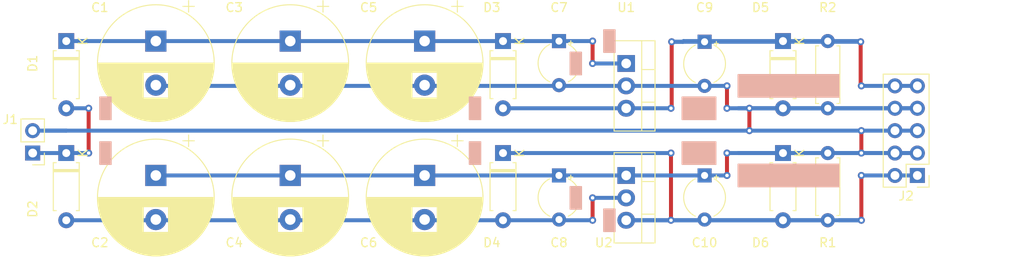
<source format=kicad_pcb>
(kicad_pcb (version 20171130) (host pcbnew "(5.0.0-3-g5ebb6b6)")

  (general
    (thickness 1.6)
    (drawings 12)
    (tracks 62)
    (zones 0)
    (modules 22)
    (nets 7)
  )

  (page A4)
  (layers
    (0 F.Cu signal)
    (31 B.Cu signal)
    (32 B.Adhes user)
    (33 F.Adhes user)
    (34 B.Paste user)
    (35 F.Paste user)
    (36 B.SilkS user)
    (37 F.SilkS user)
    (38 B.Mask user)
    (39 F.Mask user)
    (40 Dwgs.User user)
    (41 Cmts.User user)
    (42 Eco1.User user)
    (43 Eco2.User user)
    (44 Edge.Cuts user)
    (45 Margin user)
    (46 B.CrtYd user)
    (47 F.CrtYd user)
    (48 B.Fab user)
    (49 F.Fab user)
  )

  (setup
    (last_trace_width 0.45)
    (trace_clearance 0.2)
    (zone_clearance 0.508)
    (zone_45_only no)
    (trace_min 0.45)
    (segment_width 0.2)
    (edge_width 0.15)
    (via_size 0.8)
    (via_drill 0.4)
    (via_min_size 0.4)
    (via_min_drill 0.3)
    (uvia_size 0.3)
    (uvia_drill 0.1)
    (uvias_allowed no)
    (uvia_min_size 0.2)
    (uvia_min_drill 0.1)
    (pcb_text_width 0.3)
    (pcb_text_size 1.5 1.5)
    (mod_edge_width 0.15)
    (mod_text_size 1 1)
    (mod_text_width 0.15)
    (pad_size 1.524 1.524)
    (pad_drill 0.762)
    (pad_to_mask_clearance 0.2)
    (aux_axis_origin 0 0)
    (visible_elements FFFFFF7F)
    (pcbplotparams
      (layerselection 0x010fc_ffffffff)
      (usegerberextensions false)
      (usegerberattributes false)
      (usegerberadvancedattributes false)
      (creategerberjobfile false)
      (excludeedgelayer true)
      (linewidth 0.100000)
      (plotframeref false)
      (viasonmask false)
      (mode 1)
      (useauxorigin false)
      (hpglpennumber 1)
      (hpglpenspeed 20)
      (hpglpendiameter 15.000000)
      (psnegative false)
      (psa4output false)
      (plotreference true)
      (plotvalue true)
      (plotinvisibletext false)
      (padsonsilk false)
      (subtractmaskfromsilk false)
      (outputformat 1)
      (mirror false)
      (drillshape 1)
      (scaleselection 1)
      (outputdirectory ""))
  )

  (net 0 "")
  (net 1 GNDD)
  (net 2 "Net-(C1-Pad1)")
  (net 3 "Net-(C2-Pad2)")
  (net 4 "Net-(C9-Pad1)")
  (net 5 "Net-(C10-Pad2)")
  (net 6 "Net-(D1-Pad2)")

  (net_class Default "This is the default net class."
    (clearance 0.2)
    (trace_width 0.45)
    (via_dia 0.8)
    (via_drill 0.4)
    (uvia_dia 0.3)
    (uvia_drill 0.1)
    (add_net GNDD)
    (add_net "Net-(C1-Pad1)")
    (add_net "Net-(C10-Pad2)")
    (add_net "Net-(C2-Pad2)")
    (add_net "Net-(C9-Pad1)")
    (add_net "Net-(D1-Pad2)")
  )

  (module Capacitor_THT:CP_Radial_D13.0mm_P5.00mm (layer F.Cu) (tedit 5AE50EF1) (tstamp 5B8DA254)
    (at 59.69 38.1 270)
    (descr "CP, Radial series, Radial, pin pitch=5.00mm, , diameter=13mm, Electrolytic Capacitor")
    (tags "CP Radial series Radial pin pitch 5.00mm  diameter 13mm Electrolytic Capacitor")
    (path /5B79CB5E)
    (fp_text reference C1 (at -3.81 6.35) (layer F.SilkS)
      (effects (font (size 1 1) (thickness 0.15)))
    )
    (fp_text value 3300uF (at -2.54 7.62) (layer F.Fab)
      (effects (font (size 1 1) (thickness 0.15)))
    )
    (fp_text user %R (at 2.5 0) (layer F.Fab)
      (effects (font (size 1 1) (thickness 0.15)))
    )
    (fp_line (start -3.934569 -4.365) (end -3.934569 -3.065) (layer F.SilkS) (width 0.12))
    (fp_line (start -4.584569 -3.715) (end -3.284569 -3.715) (layer F.SilkS) (width 0.12))
    (fp_line (start 9.101 -0.475) (end 9.101 0.475) (layer F.SilkS) (width 0.12))
    (fp_line (start 9.061 -0.85) (end 9.061 0.85) (layer F.SilkS) (width 0.12))
    (fp_line (start 9.021 -1.107) (end 9.021 1.107) (layer F.SilkS) (width 0.12))
    (fp_line (start 8.981 -1.315) (end 8.981 1.315) (layer F.SilkS) (width 0.12))
    (fp_line (start 8.941 -1.494) (end 8.941 1.494) (layer F.SilkS) (width 0.12))
    (fp_line (start 8.901 -1.653) (end 8.901 1.653) (layer F.SilkS) (width 0.12))
    (fp_line (start 8.861 -1.798) (end 8.861 1.798) (layer F.SilkS) (width 0.12))
    (fp_line (start 8.821 -1.931) (end 8.821 1.931) (layer F.SilkS) (width 0.12))
    (fp_line (start 8.781 -2.055) (end 8.781 2.055) (layer F.SilkS) (width 0.12))
    (fp_line (start 8.741 -2.171) (end 8.741 2.171) (layer F.SilkS) (width 0.12))
    (fp_line (start 8.701 -2.281) (end 8.701 2.281) (layer F.SilkS) (width 0.12))
    (fp_line (start 8.661 -2.385) (end 8.661 2.385) (layer F.SilkS) (width 0.12))
    (fp_line (start 8.621 -2.484) (end 8.621 2.484) (layer F.SilkS) (width 0.12))
    (fp_line (start 8.581 -2.579) (end 8.581 2.579) (layer F.SilkS) (width 0.12))
    (fp_line (start 8.541 -2.67) (end 8.541 2.67) (layer F.SilkS) (width 0.12))
    (fp_line (start 8.501 -2.758) (end 8.501 2.758) (layer F.SilkS) (width 0.12))
    (fp_line (start 8.461 -2.842) (end 8.461 2.842) (layer F.SilkS) (width 0.12))
    (fp_line (start 8.421 -2.923) (end 8.421 2.923) (layer F.SilkS) (width 0.12))
    (fp_line (start 8.381 -3.002) (end 8.381 3.002) (layer F.SilkS) (width 0.12))
    (fp_line (start 8.341 -3.078) (end 8.341 3.078) (layer F.SilkS) (width 0.12))
    (fp_line (start 8.301 -3.152) (end 8.301 3.152) (layer F.SilkS) (width 0.12))
    (fp_line (start 8.261 -3.223) (end 8.261 3.223) (layer F.SilkS) (width 0.12))
    (fp_line (start 8.221 -3.293) (end 8.221 3.293) (layer F.SilkS) (width 0.12))
    (fp_line (start 8.181 -3.361) (end 8.181 3.361) (layer F.SilkS) (width 0.12))
    (fp_line (start 8.141 -3.427) (end 8.141 3.427) (layer F.SilkS) (width 0.12))
    (fp_line (start 8.101 -3.491) (end 8.101 3.491) (layer F.SilkS) (width 0.12))
    (fp_line (start 8.061 -3.554) (end 8.061 3.554) (layer F.SilkS) (width 0.12))
    (fp_line (start 8.021 -3.615) (end 8.021 3.615) (layer F.SilkS) (width 0.12))
    (fp_line (start 7.981 -3.675) (end 7.981 3.675) (layer F.SilkS) (width 0.12))
    (fp_line (start 7.941 -3.733) (end 7.941 3.733) (layer F.SilkS) (width 0.12))
    (fp_line (start 7.901 -3.79) (end 7.901 3.79) (layer F.SilkS) (width 0.12))
    (fp_line (start 7.861 -3.846) (end 7.861 3.846) (layer F.SilkS) (width 0.12))
    (fp_line (start 7.821 -3.9) (end 7.821 3.9) (layer F.SilkS) (width 0.12))
    (fp_line (start 7.781 -3.954) (end 7.781 3.954) (layer F.SilkS) (width 0.12))
    (fp_line (start 7.741 -4.006) (end 7.741 4.006) (layer F.SilkS) (width 0.12))
    (fp_line (start 7.701 -4.057) (end 7.701 4.057) (layer F.SilkS) (width 0.12))
    (fp_line (start 7.661 -4.108) (end 7.661 4.108) (layer F.SilkS) (width 0.12))
    (fp_line (start 7.621 -4.157) (end 7.621 4.157) (layer F.SilkS) (width 0.12))
    (fp_line (start 7.581 -4.205) (end 7.581 4.205) (layer F.SilkS) (width 0.12))
    (fp_line (start 7.541 -4.253) (end 7.541 4.253) (layer F.SilkS) (width 0.12))
    (fp_line (start 7.501 -4.299) (end 7.501 4.299) (layer F.SilkS) (width 0.12))
    (fp_line (start 7.461 -4.345) (end 7.461 4.345) (layer F.SilkS) (width 0.12))
    (fp_line (start 7.421 -4.39) (end 7.421 4.39) (layer F.SilkS) (width 0.12))
    (fp_line (start 7.381 -4.434) (end 7.381 4.434) (layer F.SilkS) (width 0.12))
    (fp_line (start 7.341 -4.477) (end 7.341 4.477) (layer F.SilkS) (width 0.12))
    (fp_line (start 7.301 -4.519) (end 7.301 4.519) (layer F.SilkS) (width 0.12))
    (fp_line (start 7.261 -4.561) (end 7.261 4.561) (layer F.SilkS) (width 0.12))
    (fp_line (start 7.221 -4.602) (end 7.221 4.602) (layer F.SilkS) (width 0.12))
    (fp_line (start 7.181 -4.643) (end 7.181 4.643) (layer F.SilkS) (width 0.12))
    (fp_line (start 7.141 -4.682) (end 7.141 4.682) (layer F.SilkS) (width 0.12))
    (fp_line (start 7.101 -4.721) (end 7.101 4.721) (layer F.SilkS) (width 0.12))
    (fp_line (start 7.061 -4.76) (end 7.061 4.76) (layer F.SilkS) (width 0.12))
    (fp_line (start 7.021 -4.797) (end 7.021 4.797) (layer F.SilkS) (width 0.12))
    (fp_line (start 6.981 -4.834) (end 6.981 4.834) (layer F.SilkS) (width 0.12))
    (fp_line (start 6.941 -4.871) (end 6.941 4.871) (layer F.SilkS) (width 0.12))
    (fp_line (start 6.901 -4.907) (end 6.901 4.907) (layer F.SilkS) (width 0.12))
    (fp_line (start 6.861 -4.942) (end 6.861 4.942) (layer F.SilkS) (width 0.12))
    (fp_line (start 6.821 -4.977) (end 6.821 4.977) (layer F.SilkS) (width 0.12))
    (fp_line (start 6.781 -5.011) (end 6.781 5.011) (layer F.SilkS) (width 0.12))
    (fp_line (start 6.741 -5.044) (end 6.741 5.044) (layer F.SilkS) (width 0.12))
    (fp_line (start 6.701 -5.078) (end 6.701 5.078) (layer F.SilkS) (width 0.12))
    (fp_line (start 6.661 -5.11) (end 6.661 5.11) (layer F.SilkS) (width 0.12))
    (fp_line (start 6.621 -5.142) (end 6.621 5.142) (layer F.SilkS) (width 0.12))
    (fp_line (start 6.581 -5.174) (end 6.581 5.174) (layer F.SilkS) (width 0.12))
    (fp_line (start 6.541 -5.205) (end 6.541 5.205) (layer F.SilkS) (width 0.12))
    (fp_line (start 6.501 -5.235) (end 6.501 5.235) (layer F.SilkS) (width 0.12))
    (fp_line (start 6.461 -5.265) (end 6.461 5.265) (layer F.SilkS) (width 0.12))
    (fp_line (start 6.421 1.44) (end 6.421 5.295) (layer F.SilkS) (width 0.12))
    (fp_line (start 6.421 -5.295) (end 6.421 -1.44) (layer F.SilkS) (width 0.12))
    (fp_line (start 6.381 1.44) (end 6.381 5.324) (layer F.SilkS) (width 0.12))
    (fp_line (start 6.381 -5.324) (end 6.381 -1.44) (layer F.SilkS) (width 0.12))
    (fp_line (start 6.341 1.44) (end 6.341 5.353) (layer F.SilkS) (width 0.12))
    (fp_line (start 6.341 -5.353) (end 6.341 -1.44) (layer F.SilkS) (width 0.12))
    (fp_line (start 6.301 1.44) (end 6.301 5.381) (layer F.SilkS) (width 0.12))
    (fp_line (start 6.301 -5.381) (end 6.301 -1.44) (layer F.SilkS) (width 0.12))
    (fp_line (start 6.261 1.44) (end 6.261 5.409) (layer F.SilkS) (width 0.12))
    (fp_line (start 6.261 -5.409) (end 6.261 -1.44) (layer F.SilkS) (width 0.12))
    (fp_line (start 6.221 1.44) (end 6.221 5.436) (layer F.SilkS) (width 0.12))
    (fp_line (start 6.221 -5.436) (end 6.221 -1.44) (layer F.SilkS) (width 0.12))
    (fp_line (start 6.181 1.44) (end 6.181 5.463) (layer F.SilkS) (width 0.12))
    (fp_line (start 6.181 -5.463) (end 6.181 -1.44) (layer F.SilkS) (width 0.12))
    (fp_line (start 6.141 1.44) (end 6.141 5.49) (layer F.SilkS) (width 0.12))
    (fp_line (start 6.141 -5.49) (end 6.141 -1.44) (layer F.SilkS) (width 0.12))
    (fp_line (start 6.101 1.44) (end 6.101 5.516) (layer F.SilkS) (width 0.12))
    (fp_line (start 6.101 -5.516) (end 6.101 -1.44) (layer F.SilkS) (width 0.12))
    (fp_line (start 6.061 1.44) (end 6.061 5.542) (layer F.SilkS) (width 0.12))
    (fp_line (start 6.061 -5.542) (end 6.061 -1.44) (layer F.SilkS) (width 0.12))
    (fp_line (start 6.021 1.44) (end 6.021 5.567) (layer F.SilkS) (width 0.12))
    (fp_line (start 6.021 -5.567) (end 6.021 -1.44) (layer F.SilkS) (width 0.12))
    (fp_line (start 5.981 1.44) (end 5.981 5.592) (layer F.SilkS) (width 0.12))
    (fp_line (start 5.981 -5.592) (end 5.981 -1.44) (layer F.SilkS) (width 0.12))
    (fp_line (start 5.941 1.44) (end 5.941 5.617) (layer F.SilkS) (width 0.12))
    (fp_line (start 5.941 -5.617) (end 5.941 -1.44) (layer F.SilkS) (width 0.12))
    (fp_line (start 5.901 1.44) (end 5.901 5.641) (layer F.SilkS) (width 0.12))
    (fp_line (start 5.901 -5.641) (end 5.901 -1.44) (layer F.SilkS) (width 0.12))
    (fp_line (start 5.861 1.44) (end 5.861 5.664) (layer F.SilkS) (width 0.12))
    (fp_line (start 5.861 -5.664) (end 5.861 -1.44) (layer F.SilkS) (width 0.12))
    (fp_line (start 5.821 1.44) (end 5.821 5.688) (layer F.SilkS) (width 0.12))
    (fp_line (start 5.821 -5.688) (end 5.821 -1.44) (layer F.SilkS) (width 0.12))
    (fp_line (start 5.781 1.44) (end 5.781 5.711) (layer F.SilkS) (width 0.12))
    (fp_line (start 5.781 -5.711) (end 5.781 -1.44) (layer F.SilkS) (width 0.12))
    (fp_line (start 5.741 1.44) (end 5.741 5.733) (layer F.SilkS) (width 0.12))
    (fp_line (start 5.741 -5.733) (end 5.741 -1.44) (layer F.SilkS) (width 0.12))
    (fp_line (start 5.701 1.44) (end 5.701 5.756) (layer F.SilkS) (width 0.12))
    (fp_line (start 5.701 -5.756) (end 5.701 -1.44) (layer F.SilkS) (width 0.12))
    (fp_line (start 5.661 1.44) (end 5.661 5.778) (layer F.SilkS) (width 0.12))
    (fp_line (start 5.661 -5.778) (end 5.661 -1.44) (layer F.SilkS) (width 0.12))
    (fp_line (start 5.621 1.44) (end 5.621 5.799) (layer F.SilkS) (width 0.12))
    (fp_line (start 5.621 -5.799) (end 5.621 -1.44) (layer F.SilkS) (width 0.12))
    (fp_line (start 5.581 1.44) (end 5.581 5.82) (layer F.SilkS) (width 0.12))
    (fp_line (start 5.581 -5.82) (end 5.581 -1.44) (layer F.SilkS) (width 0.12))
    (fp_line (start 5.541 1.44) (end 5.541 5.841) (layer F.SilkS) (width 0.12))
    (fp_line (start 5.541 -5.841) (end 5.541 -1.44) (layer F.SilkS) (width 0.12))
    (fp_line (start 5.501 1.44) (end 5.501 5.862) (layer F.SilkS) (width 0.12))
    (fp_line (start 5.501 -5.862) (end 5.501 -1.44) (layer F.SilkS) (width 0.12))
    (fp_line (start 5.461 1.44) (end 5.461 5.882) (layer F.SilkS) (width 0.12))
    (fp_line (start 5.461 -5.882) (end 5.461 -1.44) (layer F.SilkS) (width 0.12))
    (fp_line (start 5.421 1.44) (end 5.421 5.902) (layer F.SilkS) (width 0.12))
    (fp_line (start 5.421 -5.902) (end 5.421 -1.44) (layer F.SilkS) (width 0.12))
    (fp_line (start 5.381 1.44) (end 5.381 5.921) (layer F.SilkS) (width 0.12))
    (fp_line (start 5.381 -5.921) (end 5.381 -1.44) (layer F.SilkS) (width 0.12))
    (fp_line (start 5.341 1.44) (end 5.341 5.94) (layer F.SilkS) (width 0.12))
    (fp_line (start 5.341 -5.94) (end 5.341 -1.44) (layer F.SilkS) (width 0.12))
    (fp_line (start 5.301 1.44) (end 5.301 5.959) (layer F.SilkS) (width 0.12))
    (fp_line (start 5.301 -5.959) (end 5.301 -1.44) (layer F.SilkS) (width 0.12))
    (fp_line (start 5.261 1.44) (end 5.261 5.978) (layer F.SilkS) (width 0.12))
    (fp_line (start 5.261 -5.978) (end 5.261 -1.44) (layer F.SilkS) (width 0.12))
    (fp_line (start 5.221 1.44) (end 5.221 5.996) (layer F.SilkS) (width 0.12))
    (fp_line (start 5.221 -5.996) (end 5.221 -1.44) (layer F.SilkS) (width 0.12))
    (fp_line (start 5.181 1.44) (end 5.181 6.014) (layer F.SilkS) (width 0.12))
    (fp_line (start 5.181 -6.014) (end 5.181 -1.44) (layer F.SilkS) (width 0.12))
    (fp_line (start 5.141 1.44) (end 5.141 6.031) (layer F.SilkS) (width 0.12))
    (fp_line (start 5.141 -6.031) (end 5.141 -1.44) (layer F.SilkS) (width 0.12))
    (fp_line (start 5.101 1.44) (end 5.101 6.049) (layer F.SilkS) (width 0.12))
    (fp_line (start 5.101 -6.049) (end 5.101 -1.44) (layer F.SilkS) (width 0.12))
    (fp_line (start 5.061 1.44) (end 5.061 6.065) (layer F.SilkS) (width 0.12))
    (fp_line (start 5.061 -6.065) (end 5.061 -1.44) (layer F.SilkS) (width 0.12))
    (fp_line (start 5.021 1.44) (end 5.021 6.082) (layer F.SilkS) (width 0.12))
    (fp_line (start 5.021 -6.082) (end 5.021 -1.44) (layer F.SilkS) (width 0.12))
    (fp_line (start 4.981 1.44) (end 4.981 6.098) (layer F.SilkS) (width 0.12))
    (fp_line (start 4.981 -6.098) (end 4.981 -1.44) (layer F.SilkS) (width 0.12))
    (fp_line (start 4.941 1.44) (end 4.941 6.114) (layer F.SilkS) (width 0.12))
    (fp_line (start 4.941 -6.114) (end 4.941 -1.44) (layer F.SilkS) (width 0.12))
    (fp_line (start 4.901 1.44) (end 4.901 6.13) (layer F.SilkS) (width 0.12))
    (fp_line (start 4.901 -6.13) (end 4.901 -1.44) (layer F.SilkS) (width 0.12))
    (fp_line (start 4.861 1.44) (end 4.861 6.146) (layer F.SilkS) (width 0.12))
    (fp_line (start 4.861 -6.146) (end 4.861 -1.44) (layer F.SilkS) (width 0.12))
    (fp_line (start 4.821 1.44) (end 4.821 6.161) (layer F.SilkS) (width 0.12))
    (fp_line (start 4.821 -6.161) (end 4.821 -1.44) (layer F.SilkS) (width 0.12))
    (fp_line (start 4.781 1.44) (end 4.781 6.175) (layer F.SilkS) (width 0.12))
    (fp_line (start 4.781 -6.175) (end 4.781 -1.44) (layer F.SilkS) (width 0.12))
    (fp_line (start 4.741 1.44) (end 4.741 6.19) (layer F.SilkS) (width 0.12))
    (fp_line (start 4.741 -6.19) (end 4.741 -1.44) (layer F.SilkS) (width 0.12))
    (fp_line (start 4.701 1.44) (end 4.701 6.204) (layer F.SilkS) (width 0.12))
    (fp_line (start 4.701 -6.204) (end 4.701 -1.44) (layer F.SilkS) (width 0.12))
    (fp_line (start 4.661 1.44) (end 4.661 6.218) (layer F.SilkS) (width 0.12))
    (fp_line (start 4.661 -6.218) (end 4.661 -1.44) (layer F.SilkS) (width 0.12))
    (fp_line (start 4.621 1.44) (end 4.621 6.232) (layer F.SilkS) (width 0.12))
    (fp_line (start 4.621 -6.232) (end 4.621 -1.44) (layer F.SilkS) (width 0.12))
    (fp_line (start 4.581 1.44) (end 4.581 6.245) (layer F.SilkS) (width 0.12))
    (fp_line (start 4.581 -6.245) (end 4.581 -1.44) (layer F.SilkS) (width 0.12))
    (fp_line (start 4.541 1.44) (end 4.541 6.258) (layer F.SilkS) (width 0.12))
    (fp_line (start 4.541 -6.258) (end 4.541 -1.44) (layer F.SilkS) (width 0.12))
    (fp_line (start 4.501 1.44) (end 4.501 6.271) (layer F.SilkS) (width 0.12))
    (fp_line (start 4.501 -6.271) (end 4.501 -1.44) (layer F.SilkS) (width 0.12))
    (fp_line (start 4.461 1.44) (end 4.461 6.284) (layer F.SilkS) (width 0.12))
    (fp_line (start 4.461 -6.284) (end 4.461 -1.44) (layer F.SilkS) (width 0.12))
    (fp_line (start 4.421 1.44) (end 4.421 6.296) (layer F.SilkS) (width 0.12))
    (fp_line (start 4.421 -6.296) (end 4.421 -1.44) (layer F.SilkS) (width 0.12))
    (fp_line (start 4.381 1.44) (end 4.381 6.308) (layer F.SilkS) (width 0.12))
    (fp_line (start 4.381 -6.308) (end 4.381 -1.44) (layer F.SilkS) (width 0.12))
    (fp_line (start 4.341 1.44) (end 4.341 6.32) (layer F.SilkS) (width 0.12))
    (fp_line (start 4.341 -6.32) (end 4.341 -1.44) (layer F.SilkS) (width 0.12))
    (fp_line (start 4.301 1.44) (end 4.301 6.331) (layer F.SilkS) (width 0.12))
    (fp_line (start 4.301 -6.331) (end 4.301 -1.44) (layer F.SilkS) (width 0.12))
    (fp_line (start 4.261 1.44) (end 4.261 6.342) (layer F.SilkS) (width 0.12))
    (fp_line (start 4.261 -6.342) (end 4.261 -1.44) (layer F.SilkS) (width 0.12))
    (fp_line (start 4.221 1.44) (end 4.221 6.353) (layer F.SilkS) (width 0.12))
    (fp_line (start 4.221 -6.353) (end 4.221 -1.44) (layer F.SilkS) (width 0.12))
    (fp_line (start 4.181 1.44) (end 4.181 6.364) (layer F.SilkS) (width 0.12))
    (fp_line (start 4.181 -6.364) (end 4.181 -1.44) (layer F.SilkS) (width 0.12))
    (fp_line (start 4.141 1.44) (end 4.141 6.374) (layer F.SilkS) (width 0.12))
    (fp_line (start 4.141 -6.374) (end 4.141 -1.44) (layer F.SilkS) (width 0.12))
    (fp_line (start 4.101 1.44) (end 4.101 6.384) (layer F.SilkS) (width 0.12))
    (fp_line (start 4.101 -6.384) (end 4.101 -1.44) (layer F.SilkS) (width 0.12))
    (fp_line (start 4.061 1.44) (end 4.061 6.394) (layer F.SilkS) (width 0.12))
    (fp_line (start 4.061 -6.394) (end 4.061 -1.44) (layer F.SilkS) (width 0.12))
    (fp_line (start 4.021 1.44) (end 4.021 6.404) (layer F.SilkS) (width 0.12))
    (fp_line (start 4.021 -6.404) (end 4.021 -1.44) (layer F.SilkS) (width 0.12))
    (fp_line (start 3.981 1.44) (end 3.981 6.413) (layer F.SilkS) (width 0.12))
    (fp_line (start 3.981 -6.413) (end 3.981 -1.44) (layer F.SilkS) (width 0.12))
    (fp_line (start 3.941 1.44) (end 3.941 6.422) (layer F.SilkS) (width 0.12))
    (fp_line (start 3.941 -6.422) (end 3.941 -1.44) (layer F.SilkS) (width 0.12))
    (fp_line (start 3.901 1.44) (end 3.901 6.431) (layer F.SilkS) (width 0.12))
    (fp_line (start 3.901 -6.431) (end 3.901 -1.44) (layer F.SilkS) (width 0.12))
    (fp_line (start 3.861 1.44) (end 3.861 6.439) (layer F.SilkS) (width 0.12))
    (fp_line (start 3.861 -6.439) (end 3.861 -1.44) (layer F.SilkS) (width 0.12))
    (fp_line (start 3.821 1.44) (end 3.821 6.448) (layer F.SilkS) (width 0.12))
    (fp_line (start 3.821 -6.448) (end 3.821 -1.44) (layer F.SilkS) (width 0.12))
    (fp_line (start 3.781 1.44) (end 3.781 6.456) (layer F.SilkS) (width 0.12))
    (fp_line (start 3.781 -6.456) (end 3.781 -1.44) (layer F.SilkS) (width 0.12))
    (fp_line (start 3.741 1.44) (end 3.741 6.463) (layer F.SilkS) (width 0.12))
    (fp_line (start 3.741 -6.463) (end 3.741 -1.44) (layer F.SilkS) (width 0.12))
    (fp_line (start 3.701 1.44) (end 3.701 6.471) (layer F.SilkS) (width 0.12))
    (fp_line (start 3.701 -6.471) (end 3.701 -1.44) (layer F.SilkS) (width 0.12))
    (fp_line (start 3.661 1.44) (end 3.661 6.478) (layer F.SilkS) (width 0.12))
    (fp_line (start 3.661 -6.478) (end 3.661 -1.44) (layer F.SilkS) (width 0.12))
    (fp_line (start 3.621 1.44) (end 3.621 6.485) (layer F.SilkS) (width 0.12))
    (fp_line (start 3.621 -6.485) (end 3.621 -1.44) (layer F.SilkS) (width 0.12))
    (fp_line (start 3.581 1.44) (end 3.581 6.492) (layer F.SilkS) (width 0.12))
    (fp_line (start 3.581 -6.492) (end 3.581 -1.44) (layer F.SilkS) (width 0.12))
    (fp_line (start 3.541 -6.498) (end 3.541 6.498) (layer F.SilkS) (width 0.12))
    (fp_line (start 3.501 -6.505) (end 3.501 6.505) (layer F.SilkS) (width 0.12))
    (fp_line (start 3.461 -6.511) (end 3.461 6.511) (layer F.SilkS) (width 0.12))
    (fp_line (start 3.421 -6.516) (end 3.421 6.516) (layer F.SilkS) (width 0.12))
    (fp_line (start 3.381 -6.522) (end 3.381 6.522) (layer F.SilkS) (width 0.12))
    (fp_line (start 3.341 -6.527) (end 3.341 6.527) (layer F.SilkS) (width 0.12))
    (fp_line (start 3.301 -6.532) (end 3.301 6.532) (layer F.SilkS) (width 0.12))
    (fp_line (start 3.261 -6.537) (end 3.261 6.537) (layer F.SilkS) (width 0.12))
    (fp_line (start 3.221 -6.541) (end 3.221 6.541) (layer F.SilkS) (width 0.12))
    (fp_line (start 3.18 -6.545) (end 3.18 6.545) (layer F.SilkS) (width 0.12))
    (fp_line (start 3.14 -6.549) (end 3.14 6.549) (layer F.SilkS) (width 0.12))
    (fp_line (start 3.1 -6.553) (end 3.1 6.553) (layer F.SilkS) (width 0.12))
    (fp_line (start 3.06 -6.557) (end 3.06 6.557) (layer F.SilkS) (width 0.12))
    (fp_line (start 3.02 -6.56) (end 3.02 6.56) (layer F.SilkS) (width 0.12))
    (fp_line (start 2.98 -6.563) (end 2.98 6.563) (layer F.SilkS) (width 0.12))
    (fp_line (start 2.94 -6.566) (end 2.94 6.566) (layer F.SilkS) (width 0.12))
    (fp_line (start 2.9 -6.568) (end 2.9 6.568) (layer F.SilkS) (width 0.12))
    (fp_line (start 2.86 -6.571) (end 2.86 6.571) (layer F.SilkS) (width 0.12))
    (fp_line (start 2.82 -6.573) (end 2.82 6.573) (layer F.SilkS) (width 0.12))
    (fp_line (start 2.78 -6.575) (end 2.78 6.575) (layer F.SilkS) (width 0.12))
    (fp_line (start 2.74 -6.576) (end 2.74 6.576) (layer F.SilkS) (width 0.12))
    (fp_line (start 2.7 -6.577) (end 2.7 6.577) (layer F.SilkS) (width 0.12))
    (fp_line (start 2.66 -6.579) (end 2.66 6.579) (layer F.SilkS) (width 0.12))
    (fp_line (start 2.62 -6.579) (end 2.62 6.579) (layer F.SilkS) (width 0.12))
    (fp_line (start 2.58 -6.58) (end 2.58 6.58) (layer F.SilkS) (width 0.12))
    (fp_line (start 2.54 -6.58) (end 2.54 6.58) (layer F.SilkS) (width 0.12))
    (fp_line (start 2.5 -6.58) (end 2.5 6.58) (layer F.SilkS) (width 0.12))
    (fp_line (start -2.432015 -3.4975) (end -2.432015 -2.1975) (layer F.Fab) (width 0.1))
    (fp_line (start -3.082015 -2.8475) (end -1.782015 -2.8475) (layer F.Fab) (width 0.1))
    (fp_circle (center 2.5 0) (end 9.25 0) (layer F.CrtYd) (width 0.05))
    (fp_circle (center 2.5 0) (end 9.12 0) (layer F.SilkS) (width 0.12))
    (fp_circle (center 2.5 0) (end 9 0) (layer F.Fab) (width 0.1))
    (pad 2 thru_hole circle (at 5 0 270) (size 2.4 2.4) (drill 1.2) (layers *.Cu *.Mask)
      (net 1 GNDD))
    (pad 1 thru_hole rect (at 0 0 270) (size 2.4 2.4) (drill 1.2) (layers *.Cu *.Mask)
      (net 2 "Net-(C1-Pad1)"))
    (model ${KISYS3DMOD}/Capacitor_THT.3dshapes/CP_Radial_D13.0mm_P5.00mm.wrl
      (at (xyz 0 0 0))
      (scale (xyz 1 1 1))
      (rotate (xyz 0 0 0))
    )
  )

  (module Capacitor_THT:CP_Radial_D13.0mm_P5.00mm (layer F.Cu) (tedit 5AE50EF1) (tstamp 5B8DA350)
    (at 59.69 53.34 270)
    (descr "CP, Radial series, Radial, pin pitch=5.00mm, , diameter=13mm, Electrolytic Capacitor")
    (tags "CP Radial series Radial pin pitch 5.00mm  diameter 13mm Electrolytic Capacitor")
    (path /5B79CE5A)
    (fp_text reference C2 (at 7.62 6.35) (layer F.SilkS)
      (effects (font (size 1 1) (thickness 0.15)))
    )
    (fp_text value 3300uF (at 8.89 6.35) (layer F.Fab)
      (effects (font (size 1 1) (thickness 0.15)))
    )
    (fp_text user %R (at 2.5 0) (layer F.Fab)
      (effects (font (size 1 1) (thickness 0.15)))
    )
    (fp_line (start -3.934569 -4.365) (end -3.934569 -3.065) (layer F.SilkS) (width 0.12))
    (fp_line (start -4.584569 -3.715) (end -3.284569 -3.715) (layer F.SilkS) (width 0.12))
    (fp_line (start 9.101 -0.475) (end 9.101 0.475) (layer F.SilkS) (width 0.12))
    (fp_line (start 9.061 -0.85) (end 9.061 0.85) (layer F.SilkS) (width 0.12))
    (fp_line (start 9.021 -1.107) (end 9.021 1.107) (layer F.SilkS) (width 0.12))
    (fp_line (start 8.981 -1.315) (end 8.981 1.315) (layer F.SilkS) (width 0.12))
    (fp_line (start 8.941 -1.494) (end 8.941 1.494) (layer F.SilkS) (width 0.12))
    (fp_line (start 8.901 -1.653) (end 8.901 1.653) (layer F.SilkS) (width 0.12))
    (fp_line (start 8.861 -1.798) (end 8.861 1.798) (layer F.SilkS) (width 0.12))
    (fp_line (start 8.821 -1.931) (end 8.821 1.931) (layer F.SilkS) (width 0.12))
    (fp_line (start 8.781 -2.055) (end 8.781 2.055) (layer F.SilkS) (width 0.12))
    (fp_line (start 8.741 -2.171) (end 8.741 2.171) (layer F.SilkS) (width 0.12))
    (fp_line (start 8.701 -2.281) (end 8.701 2.281) (layer F.SilkS) (width 0.12))
    (fp_line (start 8.661 -2.385) (end 8.661 2.385) (layer F.SilkS) (width 0.12))
    (fp_line (start 8.621 -2.484) (end 8.621 2.484) (layer F.SilkS) (width 0.12))
    (fp_line (start 8.581 -2.579) (end 8.581 2.579) (layer F.SilkS) (width 0.12))
    (fp_line (start 8.541 -2.67) (end 8.541 2.67) (layer F.SilkS) (width 0.12))
    (fp_line (start 8.501 -2.758) (end 8.501 2.758) (layer F.SilkS) (width 0.12))
    (fp_line (start 8.461 -2.842) (end 8.461 2.842) (layer F.SilkS) (width 0.12))
    (fp_line (start 8.421 -2.923) (end 8.421 2.923) (layer F.SilkS) (width 0.12))
    (fp_line (start 8.381 -3.002) (end 8.381 3.002) (layer F.SilkS) (width 0.12))
    (fp_line (start 8.341 -3.078) (end 8.341 3.078) (layer F.SilkS) (width 0.12))
    (fp_line (start 8.301 -3.152) (end 8.301 3.152) (layer F.SilkS) (width 0.12))
    (fp_line (start 8.261 -3.223) (end 8.261 3.223) (layer F.SilkS) (width 0.12))
    (fp_line (start 8.221 -3.293) (end 8.221 3.293) (layer F.SilkS) (width 0.12))
    (fp_line (start 8.181 -3.361) (end 8.181 3.361) (layer F.SilkS) (width 0.12))
    (fp_line (start 8.141 -3.427) (end 8.141 3.427) (layer F.SilkS) (width 0.12))
    (fp_line (start 8.101 -3.491) (end 8.101 3.491) (layer F.SilkS) (width 0.12))
    (fp_line (start 8.061 -3.554) (end 8.061 3.554) (layer F.SilkS) (width 0.12))
    (fp_line (start 8.021 -3.615) (end 8.021 3.615) (layer F.SilkS) (width 0.12))
    (fp_line (start 7.981 -3.675) (end 7.981 3.675) (layer F.SilkS) (width 0.12))
    (fp_line (start 7.941 -3.733) (end 7.941 3.733) (layer F.SilkS) (width 0.12))
    (fp_line (start 7.901 -3.79) (end 7.901 3.79) (layer F.SilkS) (width 0.12))
    (fp_line (start 7.861 -3.846) (end 7.861 3.846) (layer F.SilkS) (width 0.12))
    (fp_line (start 7.821 -3.9) (end 7.821 3.9) (layer F.SilkS) (width 0.12))
    (fp_line (start 7.781 -3.954) (end 7.781 3.954) (layer F.SilkS) (width 0.12))
    (fp_line (start 7.741 -4.006) (end 7.741 4.006) (layer F.SilkS) (width 0.12))
    (fp_line (start 7.701 -4.057) (end 7.701 4.057) (layer F.SilkS) (width 0.12))
    (fp_line (start 7.661 -4.108) (end 7.661 4.108) (layer F.SilkS) (width 0.12))
    (fp_line (start 7.621 -4.157) (end 7.621 4.157) (layer F.SilkS) (width 0.12))
    (fp_line (start 7.581 -4.205) (end 7.581 4.205) (layer F.SilkS) (width 0.12))
    (fp_line (start 7.541 -4.253) (end 7.541 4.253) (layer F.SilkS) (width 0.12))
    (fp_line (start 7.501 -4.299) (end 7.501 4.299) (layer F.SilkS) (width 0.12))
    (fp_line (start 7.461 -4.345) (end 7.461 4.345) (layer F.SilkS) (width 0.12))
    (fp_line (start 7.421 -4.39) (end 7.421 4.39) (layer F.SilkS) (width 0.12))
    (fp_line (start 7.381 -4.434) (end 7.381 4.434) (layer F.SilkS) (width 0.12))
    (fp_line (start 7.341 -4.477) (end 7.341 4.477) (layer F.SilkS) (width 0.12))
    (fp_line (start 7.301 -4.519) (end 7.301 4.519) (layer F.SilkS) (width 0.12))
    (fp_line (start 7.261 -4.561) (end 7.261 4.561) (layer F.SilkS) (width 0.12))
    (fp_line (start 7.221 -4.602) (end 7.221 4.602) (layer F.SilkS) (width 0.12))
    (fp_line (start 7.181 -4.643) (end 7.181 4.643) (layer F.SilkS) (width 0.12))
    (fp_line (start 7.141 -4.682) (end 7.141 4.682) (layer F.SilkS) (width 0.12))
    (fp_line (start 7.101 -4.721) (end 7.101 4.721) (layer F.SilkS) (width 0.12))
    (fp_line (start 7.061 -4.76) (end 7.061 4.76) (layer F.SilkS) (width 0.12))
    (fp_line (start 7.021 -4.797) (end 7.021 4.797) (layer F.SilkS) (width 0.12))
    (fp_line (start 6.981 -4.834) (end 6.981 4.834) (layer F.SilkS) (width 0.12))
    (fp_line (start 6.941 -4.871) (end 6.941 4.871) (layer F.SilkS) (width 0.12))
    (fp_line (start 6.901 -4.907) (end 6.901 4.907) (layer F.SilkS) (width 0.12))
    (fp_line (start 6.861 -4.942) (end 6.861 4.942) (layer F.SilkS) (width 0.12))
    (fp_line (start 6.821 -4.977) (end 6.821 4.977) (layer F.SilkS) (width 0.12))
    (fp_line (start 6.781 -5.011) (end 6.781 5.011) (layer F.SilkS) (width 0.12))
    (fp_line (start 6.741 -5.044) (end 6.741 5.044) (layer F.SilkS) (width 0.12))
    (fp_line (start 6.701 -5.078) (end 6.701 5.078) (layer F.SilkS) (width 0.12))
    (fp_line (start 6.661 -5.11) (end 6.661 5.11) (layer F.SilkS) (width 0.12))
    (fp_line (start 6.621 -5.142) (end 6.621 5.142) (layer F.SilkS) (width 0.12))
    (fp_line (start 6.581 -5.174) (end 6.581 5.174) (layer F.SilkS) (width 0.12))
    (fp_line (start 6.541 -5.205) (end 6.541 5.205) (layer F.SilkS) (width 0.12))
    (fp_line (start 6.501 -5.235) (end 6.501 5.235) (layer F.SilkS) (width 0.12))
    (fp_line (start 6.461 -5.265) (end 6.461 5.265) (layer F.SilkS) (width 0.12))
    (fp_line (start 6.421 1.44) (end 6.421 5.295) (layer F.SilkS) (width 0.12))
    (fp_line (start 6.421 -5.295) (end 6.421 -1.44) (layer F.SilkS) (width 0.12))
    (fp_line (start 6.381 1.44) (end 6.381 5.324) (layer F.SilkS) (width 0.12))
    (fp_line (start 6.381 -5.324) (end 6.381 -1.44) (layer F.SilkS) (width 0.12))
    (fp_line (start 6.341 1.44) (end 6.341 5.353) (layer F.SilkS) (width 0.12))
    (fp_line (start 6.341 -5.353) (end 6.341 -1.44) (layer F.SilkS) (width 0.12))
    (fp_line (start 6.301 1.44) (end 6.301 5.381) (layer F.SilkS) (width 0.12))
    (fp_line (start 6.301 -5.381) (end 6.301 -1.44) (layer F.SilkS) (width 0.12))
    (fp_line (start 6.261 1.44) (end 6.261 5.409) (layer F.SilkS) (width 0.12))
    (fp_line (start 6.261 -5.409) (end 6.261 -1.44) (layer F.SilkS) (width 0.12))
    (fp_line (start 6.221 1.44) (end 6.221 5.436) (layer F.SilkS) (width 0.12))
    (fp_line (start 6.221 -5.436) (end 6.221 -1.44) (layer F.SilkS) (width 0.12))
    (fp_line (start 6.181 1.44) (end 6.181 5.463) (layer F.SilkS) (width 0.12))
    (fp_line (start 6.181 -5.463) (end 6.181 -1.44) (layer F.SilkS) (width 0.12))
    (fp_line (start 6.141 1.44) (end 6.141 5.49) (layer F.SilkS) (width 0.12))
    (fp_line (start 6.141 -5.49) (end 6.141 -1.44) (layer F.SilkS) (width 0.12))
    (fp_line (start 6.101 1.44) (end 6.101 5.516) (layer F.SilkS) (width 0.12))
    (fp_line (start 6.101 -5.516) (end 6.101 -1.44) (layer F.SilkS) (width 0.12))
    (fp_line (start 6.061 1.44) (end 6.061 5.542) (layer F.SilkS) (width 0.12))
    (fp_line (start 6.061 -5.542) (end 6.061 -1.44) (layer F.SilkS) (width 0.12))
    (fp_line (start 6.021 1.44) (end 6.021 5.567) (layer F.SilkS) (width 0.12))
    (fp_line (start 6.021 -5.567) (end 6.021 -1.44) (layer F.SilkS) (width 0.12))
    (fp_line (start 5.981 1.44) (end 5.981 5.592) (layer F.SilkS) (width 0.12))
    (fp_line (start 5.981 -5.592) (end 5.981 -1.44) (layer F.SilkS) (width 0.12))
    (fp_line (start 5.941 1.44) (end 5.941 5.617) (layer F.SilkS) (width 0.12))
    (fp_line (start 5.941 -5.617) (end 5.941 -1.44) (layer F.SilkS) (width 0.12))
    (fp_line (start 5.901 1.44) (end 5.901 5.641) (layer F.SilkS) (width 0.12))
    (fp_line (start 5.901 -5.641) (end 5.901 -1.44) (layer F.SilkS) (width 0.12))
    (fp_line (start 5.861 1.44) (end 5.861 5.664) (layer F.SilkS) (width 0.12))
    (fp_line (start 5.861 -5.664) (end 5.861 -1.44) (layer F.SilkS) (width 0.12))
    (fp_line (start 5.821 1.44) (end 5.821 5.688) (layer F.SilkS) (width 0.12))
    (fp_line (start 5.821 -5.688) (end 5.821 -1.44) (layer F.SilkS) (width 0.12))
    (fp_line (start 5.781 1.44) (end 5.781 5.711) (layer F.SilkS) (width 0.12))
    (fp_line (start 5.781 -5.711) (end 5.781 -1.44) (layer F.SilkS) (width 0.12))
    (fp_line (start 5.741 1.44) (end 5.741 5.733) (layer F.SilkS) (width 0.12))
    (fp_line (start 5.741 -5.733) (end 5.741 -1.44) (layer F.SilkS) (width 0.12))
    (fp_line (start 5.701 1.44) (end 5.701 5.756) (layer F.SilkS) (width 0.12))
    (fp_line (start 5.701 -5.756) (end 5.701 -1.44) (layer F.SilkS) (width 0.12))
    (fp_line (start 5.661 1.44) (end 5.661 5.778) (layer F.SilkS) (width 0.12))
    (fp_line (start 5.661 -5.778) (end 5.661 -1.44) (layer F.SilkS) (width 0.12))
    (fp_line (start 5.621 1.44) (end 5.621 5.799) (layer F.SilkS) (width 0.12))
    (fp_line (start 5.621 -5.799) (end 5.621 -1.44) (layer F.SilkS) (width 0.12))
    (fp_line (start 5.581 1.44) (end 5.581 5.82) (layer F.SilkS) (width 0.12))
    (fp_line (start 5.581 -5.82) (end 5.581 -1.44) (layer F.SilkS) (width 0.12))
    (fp_line (start 5.541 1.44) (end 5.541 5.841) (layer F.SilkS) (width 0.12))
    (fp_line (start 5.541 -5.841) (end 5.541 -1.44) (layer F.SilkS) (width 0.12))
    (fp_line (start 5.501 1.44) (end 5.501 5.862) (layer F.SilkS) (width 0.12))
    (fp_line (start 5.501 -5.862) (end 5.501 -1.44) (layer F.SilkS) (width 0.12))
    (fp_line (start 5.461 1.44) (end 5.461 5.882) (layer F.SilkS) (width 0.12))
    (fp_line (start 5.461 -5.882) (end 5.461 -1.44) (layer F.SilkS) (width 0.12))
    (fp_line (start 5.421 1.44) (end 5.421 5.902) (layer F.SilkS) (width 0.12))
    (fp_line (start 5.421 -5.902) (end 5.421 -1.44) (layer F.SilkS) (width 0.12))
    (fp_line (start 5.381 1.44) (end 5.381 5.921) (layer F.SilkS) (width 0.12))
    (fp_line (start 5.381 -5.921) (end 5.381 -1.44) (layer F.SilkS) (width 0.12))
    (fp_line (start 5.341 1.44) (end 5.341 5.94) (layer F.SilkS) (width 0.12))
    (fp_line (start 5.341 -5.94) (end 5.341 -1.44) (layer F.SilkS) (width 0.12))
    (fp_line (start 5.301 1.44) (end 5.301 5.959) (layer F.SilkS) (width 0.12))
    (fp_line (start 5.301 -5.959) (end 5.301 -1.44) (layer F.SilkS) (width 0.12))
    (fp_line (start 5.261 1.44) (end 5.261 5.978) (layer F.SilkS) (width 0.12))
    (fp_line (start 5.261 -5.978) (end 5.261 -1.44) (layer F.SilkS) (width 0.12))
    (fp_line (start 5.221 1.44) (end 5.221 5.996) (layer F.SilkS) (width 0.12))
    (fp_line (start 5.221 -5.996) (end 5.221 -1.44) (layer F.SilkS) (width 0.12))
    (fp_line (start 5.181 1.44) (end 5.181 6.014) (layer F.SilkS) (width 0.12))
    (fp_line (start 5.181 -6.014) (end 5.181 -1.44) (layer F.SilkS) (width 0.12))
    (fp_line (start 5.141 1.44) (end 5.141 6.031) (layer F.SilkS) (width 0.12))
    (fp_line (start 5.141 -6.031) (end 5.141 -1.44) (layer F.SilkS) (width 0.12))
    (fp_line (start 5.101 1.44) (end 5.101 6.049) (layer F.SilkS) (width 0.12))
    (fp_line (start 5.101 -6.049) (end 5.101 -1.44) (layer F.SilkS) (width 0.12))
    (fp_line (start 5.061 1.44) (end 5.061 6.065) (layer F.SilkS) (width 0.12))
    (fp_line (start 5.061 -6.065) (end 5.061 -1.44) (layer F.SilkS) (width 0.12))
    (fp_line (start 5.021 1.44) (end 5.021 6.082) (layer F.SilkS) (width 0.12))
    (fp_line (start 5.021 -6.082) (end 5.021 -1.44) (layer F.SilkS) (width 0.12))
    (fp_line (start 4.981 1.44) (end 4.981 6.098) (layer F.SilkS) (width 0.12))
    (fp_line (start 4.981 -6.098) (end 4.981 -1.44) (layer F.SilkS) (width 0.12))
    (fp_line (start 4.941 1.44) (end 4.941 6.114) (layer F.SilkS) (width 0.12))
    (fp_line (start 4.941 -6.114) (end 4.941 -1.44) (layer F.SilkS) (width 0.12))
    (fp_line (start 4.901 1.44) (end 4.901 6.13) (layer F.SilkS) (width 0.12))
    (fp_line (start 4.901 -6.13) (end 4.901 -1.44) (layer F.SilkS) (width 0.12))
    (fp_line (start 4.861 1.44) (end 4.861 6.146) (layer F.SilkS) (width 0.12))
    (fp_line (start 4.861 -6.146) (end 4.861 -1.44) (layer F.SilkS) (width 0.12))
    (fp_line (start 4.821 1.44) (end 4.821 6.161) (layer F.SilkS) (width 0.12))
    (fp_line (start 4.821 -6.161) (end 4.821 -1.44) (layer F.SilkS) (width 0.12))
    (fp_line (start 4.781 1.44) (end 4.781 6.175) (layer F.SilkS) (width 0.12))
    (fp_line (start 4.781 -6.175) (end 4.781 -1.44) (layer F.SilkS) (width 0.12))
    (fp_line (start 4.741 1.44) (end 4.741 6.19) (layer F.SilkS) (width 0.12))
    (fp_line (start 4.741 -6.19) (end 4.741 -1.44) (layer F.SilkS) (width 0.12))
    (fp_line (start 4.701 1.44) (end 4.701 6.204) (layer F.SilkS) (width 0.12))
    (fp_line (start 4.701 -6.204) (end 4.701 -1.44) (layer F.SilkS) (width 0.12))
    (fp_line (start 4.661 1.44) (end 4.661 6.218) (layer F.SilkS) (width 0.12))
    (fp_line (start 4.661 -6.218) (end 4.661 -1.44) (layer F.SilkS) (width 0.12))
    (fp_line (start 4.621 1.44) (end 4.621 6.232) (layer F.SilkS) (width 0.12))
    (fp_line (start 4.621 -6.232) (end 4.621 -1.44) (layer F.SilkS) (width 0.12))
    (fp_line (start 4.581 1.44) (end 4.581 6.245) (layer F.SilkS) (width 0.12))
    (fp_line (start 4.581 -6.245) (end 4.581 -1.44) (layer F.SilkS) (width 0.12))
    (fp_line (start 4.541 1.44) (end 4.541 6.258) (layer F.SilkS) (width 0.12))
    (fp_line (start 4.541 -6.258) (end 4.541 -1.44) (layer F.SilkS) (width 0.12))
    (fp_line (start 4.501 1.44) (end 4.501 6.271) (layer F.SilkS) (width 0.12))
    (fp_line (start 4.501 -6.271) (end 4.501 -1.44) (layer F.SilkS) (width 0.12))
    (fp_line (start 4.461 1.44) (end 4.461 6.284) (layer F.SilkS) (width 0.12))
    (fp_line (start 4.461 -6.284) (end 4.461 -1.44) (layer F.SilkS) (width 0.12))
    (fp_line (start 4.421 1.44) (end 4.421 6.296) (layer F.SilkS) (width 0.12))
    (fp_line (start 4.421 -6.296) (end 4.421 -1.44) (layer F.SilkS) (width 0.12))
    (fp_line (start 4.381 1.44) (end 4.381 6.308) (layer F.SilkS) (width 0.12))
    (fp_line (start 4.381 -6.308) (end 4.381 -1.44) (layer F.SilkS) (width 0.12))
    (fp_line (start 4.341 1.44) (end 4.341 6.32) (layer F.SilkS) (width 0.12))
    (fp_line (start 4.341 -6.32) (end 4.341 -1.44) (layer F.SilkS) (width 0.12))
    (fp_line (start 4.301 1.44) (end 4.301 6.331) (layer F.SilkS) (width 0.12))
    (fp_line (start 4.301 -6.331) (end 4.301 -1.44) (layer F.SilkS) (width 0.12))
    (fp_line (start 4.261 1.44) (end 4.261 6.342) (layer F.SilkS) (width 0.12))
    (fp_line (start 4.261 -6.342) (end 4.261 -1.44) (layer F.SilkS) (width 0.12))
    (fp_line (start 4.221 1.44) (end 4.221 6.353) (layer F.SilkS) (width 0.12))
    (fp_line (start 4.221 -6.353) (end 4.221 -1.44) (layer F.SilkS) (width 0.12))
    (fp_line (start 4.181 1.44) (end 4.181 6.364) (layer F.SilkS) (width 0.12))
    (fp_line (start 4.181 -6.364) (end 4.181 -1.44) (layer F.SilkS) (width 0.12))
    (fp_line (start 4.141 1.44) (end 4.141 6.374) (layer F.SilkS) (width 0.12))
    (fp_line (start 4.141 -6.374) (end 4.141 -1.44) (layer F.SilkS) (width 0.12))
    (fp_line (start 4.101 1.44) (end 4.101 6.384) (layer F.SilkS) (width 0.12))
    (fp_line (start 4.101 -6.384) (end 4.101 -1.44) (layer F.SilkS) (width 0.12))
    (fp_line (start 4.061 1.44) (end 4.061 6.394) (layer F.SilkS) (width 0.12))
    (fp_line (start 4.061 -6.394) (end 4.061 -1.44) (layer F.SilkS) (width 0.12))
    (fp_line (start 4.021 1.44) (end 4.021 6.404) (layer F.SilkS) (width 0.12))
    (fp_line (start 4.021 -6.404) (end 4.021 -1.44) (layer F.SilkS) (width 0.12))
    (fp_line (start 3.981 1.44) (end 3.981 6.413) (layer F.SilkS) (width 0.12))
    (fp_line (start 3.981 -6.413) (end 3.981 -1.44) (layer F.SilkS) (width 0.12))
    (fp_line (start 3.941 1.44) (end 3.941 6.422) (layer F.SilkS) (width 0.12))
    (fp_line (start 3.941 -6.422) (end 3.941 -1.44) (layer F.SilkS) (width 0.12))
    (fp_line (start 3.901 1.44) (end 3.901 6.431) (layer F.SilkS) (width 0.12))
    (fp_line (start 3.901 -6.431) (end 3.901 -1.44) (layer F.SilkS) (width 0.12))
    (fp_line (start 3.861 1.44) (end 3.861 6.439) (layer F.SilkS) (width 0.12))
    (fp_line (start 3.861 -6.439) (end 3.861 -1.44) (layer F.SilkS) (width 0.12))
    (fp_line (start 3.821 1.44) (end 3.821 6.448) (layer F.SilkS) (width 0.12))
    (fp_line (start 3.821 -6.448) (end 3.821 -1.44) (layer F.SilkS) (width 0.12))
    (fp_line (start 3.781 1.44) (end 3.781 6.456) (layer F.SilkS) (width 0.12))
    (fp_line (start 3.781 -6.456) (end 3.781 -1.44) (layer F.SilkS) (width 0.12))
    (fp_line (start 3.741 1.44) (end 3.741 6.463) (layer F.SilkS) (width 0.12))
    (fp_line (start 3.741 -6.463) (end 3.741 -1.44) (layer F.SilkS) (width 0.12))
    (fp_line (start 3.701 1.44) (end 3.701 6.471) (layer F.SilkS) (width 0.12))
    (fp_line (start 3.701 -6.471) (end 3.701 -1.44) (layer F.SilkS) (width 0.12))
    (fp_line (start 3.661 1.44) (end 3.661 6.478) (layer F.SilkS) (width 0.12))
    (fp_line (start 3.661 -6.478) (end 3.661 -1.44) (layer F.SilkS) (width 0.12))
    (fp_line (start 3.621 1.44) (end 3.621 6.485) (layer F.SilkS) (width 0.12))
    (fp_line (start 3.621 -6.485) (end 3.621 -1.44) (layer F.SilkS) (width 0.12))
    (fp_line (start 3.581 1.44) (end 3.581 6.492) (layer F.SilkS) (width 0.12))
    (fp_line (start 3.581 -6.492) (end 3.581 -1.44) (layer F.SilkS) (width 0.12))
    (fp_line (start 3.541 -6.498) (end 3.541 6.498) (layer F.SilkS) (width 0.12))
    (fp_line (start 3.501 -6.505) (end 3.501 6.505) (layer F.SilkS) (width 0.12))
    (fp_line (start 3.461 -6.511) (end 3.461 6.511) (layer F.SilkS) (width 0.12))
    (fp_line (start 3.421 -6.516) (end 3.421 6.516) (layer F.SilkS) (width 0.12))
    (fp_line (start 3.381 -6.522) (end 3.381 6.522) (layer F.SilkS) (width 0.12))
    (fp_line (start 3.341 -6.527) (end 3.341 6.527) (layer F.SilkS) (width 0.12))
    (fp_line (start 3.301 -6.532) (end 3.301 6.532) (layer F.SilkS) (width 0.12))
    (fp_line (start 3.261 -6.537) (end 3.261 6.537) (layer F.SilkS) (width 0.12))
    (fp_line (start 3.221 -6.541) (end 3.221 6.541) (layer F.SilkS) (width 0.12))
    (fp_line (start 3.18 -6.545) (end 3.18 6.545) (layer F.SilkS) (width 0.12))
    (fp_line (start 3.14 -6.549) (end 3.14 6.549) (layer F.SilkS) (width 0.12))
    (fp_line (start 3.1 -6.553) (end 3.1 6.553) (layer F.SilkS) (width 0.12))
    (fp_line (start 3.06 -6.557) (end 3.06 6.557) (layer F.SilkS) (width 0.12))
    (fp_line (start 3.02 -6.56) (end 3.02 6.56) (layer F.SilkS) (width 0.12))
    (fp_line (start 2.98 -6.563) (end 2.98 6.563) (layer F.SilkS) (width 0.12))
    (fp_line (start 2.94 -6.566) (end 2.94 6.566) (layer F.SilkS) (width 0.12))
    (fp_line (start 2.9 -6.568) (end 2.9 6.568) (layer F.SilkS) (width 0.12))
    (fp_line (start 2.86 -6.571) (end 2.86 6.571) (layer F.SilkS) (width 0.12))
    (fp_line (start 2.82 -6.573) (end 2.82 6.573) (layer F.SilkS) (width 0.12))
    (fp_line (start 2.78 -6.575) (end 2.78 6.575) (layer F.SilkS) (width 0.12))
    (fp_line (start 2.74 -6.576) (end 2.74 6.576) (layer F.SilkS) (width 0.12))
    (fp_line (start 2.7 -6.577) (end 2.7 6.577) (layer F.SilkS) (width 0.12))
    (fp_line (start 2.66 -6.579) (end 2.66 6.579) (layer F.SilkS) (width 0.12))
    (fp_line (start 2.62 -6.579) (end 2.62 6.579) (layer F.SilkS) (width 0.12))
    (fp_line (start 2.58 -6.58) (end 2.58 6.58) (layer F.SilkS) (width 0.12))
    (fp_line (start 2.54 -6.58) (end 2.54 6.58) (layer F.SilkS) (width 0.12))
    (fp_line (start 2.5 -6.58) (end 2.5 6.58) (layer F.SilkS) (width 0.12))
    (fp_line (start -2.432015 -3.4975) (end -2.432015 -2.1975) (layer F.Fab) (width 0.1))
    (fp_line (start -3.082015 -2.8475) (end -1.782015 -2.8475) (layer F.Fab) (width 0.1))
    (fp_circle (center 2.5 0) (end 9.25 0) (layer F.CrtYd) (width 0.05))
    (fp_circle (center 2.5 0) (end 9.12 0) (layer F.SilkS) (width 0.12))
    (fp_circle (center 2.5 0) (end 9 0) (layer F.Fab) (width 0.1))
    (pad 2 thru_hole circle (at 5 0 270) (size 2.4 2.4) (drill 1.2) (layers *.Cu *.Mask)
      (net 3 "Net-(C2-Pad2)"))
    (pad 1 thru_hole rect (at 0 0 270) (size 2.4 2.4) (drill 1.2) (layers *.Cu *.Mask)
      (net 1 GNDD))
    (model ${KISYS3DMOD}/Capacitor_THT.3dshapes/CP_Radial_D13.0mm_P5.00mm.wrl
      (at (xyz 0 0 0))
      (scale (xyz 1 1 1))
      (rotate (xyz 0 0 0))
    )
  )

  (module Capacitor_THT:CP_Radial_D13.0mm_P5.00mm (layer F.Cu) (tedit 5AE50EF1) (tstamp 5B8DA44C)
    (at 74.93 38.1 270)
    (descr "CP, Radial series, Radial, pin pitch=5.00mm, , diameter=13mm, Electrolytic Capacitor")
    (tags "CP Radial series Radial pin pitch 5.00mm  diameter 13mm Electrolytic Capacitor")
    (path /5B79CB8A)
    (fp_text reference C3 (at -3.81 6.35) (layer F.SilkS)
      (effects (font (size 1 1) (thickness 0.15)))
    )
    (fp_text value 3300uF (at -2.54 7.62) (layer F.Fab)
      (effects (font (size 1 1) (thickness 0.15)))
    )
    (fp_circle (center 2.5 0) (end 9 0) (layer F.Fab) (width 0.1))
    (fp_circle (center 2.5 0) (end 9.12 0) (layer F.SilkS) (width 0.12))
    (fp_circle (center 2.5 0) (end 9.25 0) (layer F.CrtYd) (width 0.05))
    (fp_line (start -3.082015 -2.8475) (end -1.782015 -2.8475) (layer F.Fab) (width 0.1))
    (fp_line (start -2.432015 -3.4975) (end -2.432015 -2.1975) (layer F.Fab) (width 0.1))
    (fp_line (start 2.5 -6.58) (end 2.5 6.58) (layer F.SilkS) (width 0.12))
    (fp_line (start 2.54 -6.58) (end 2.54 6.58) (layer F.SilkS) (width 0.12))
    (fp_line (start 2.58 -6.58) (end 2.58 6.58) (layer F.SilkS) (width 0.12))
    (fp_line (start 2.62 -6.579) (end 2.62 6.579) (layer F.SilkS) (width 0.12))
    (fp_line (start 2.66 -6.579) (end 2.66 6.579) (layer F.SilkS) (width 0.12))
    (fp_line (start 2.7 -6.577) (end 2.7 6.577) (layer F.SilkS) (width 0.12))
    (fp_line (start 2.74 -6.576) (end 2.74 6.576) (layer F.SilkS) (width 0.12))
    (fp_line (start 2.78 -6.575) (end 2.78 6.575) (layer F.SilkS) (width 0.12))
    (fp_line (start 2.82 -6.573) (end 2.82 6.573) (layer F.SilkS) (width 0.12))
    (fp_line (start 2.86 -6.571) (end 2.86 6.571) (layer F.SilkS) (width 0.12))
    (fp_line (start 2.9 -6.568) (end 2.9 6.568) (layer F.SilkS) (width 0.12))
    (fp_line (start 2.94 -6.566) (end 2.94 6.566) (layer F.SilkS) (width 0.12))
    (fp_line (start 2.98 -6.563) (end 2.98 6.563) (layer F.SilkS) (width 0.12))
    (fp_line (start 3.02 -6.56) (end 3.02 6.56) (layer F.SilkS) (width 0.12))
    (fp_line (start 3.06 -6.557) (end 3.06 6.557) (layer F.SilkS) (width 0.12))
    (fp_line (start 3.1 -6.553) (end 3.1 6.553) (layer F.SilkS) (width 0.12))
    (fp_line (start 3.14 -6.549) (end 3.14 6.549) (layer F.SilkS) (width 0.12))
    (fp_line (start 3.18 -6.545) (end 3.18 6.545) (layer F.SilkS) (width 0.12))
    (fp_line (start 3.221 -6.541) (end 3.221 6.541) (layer F.SilkS) (width 0.12))
    (fp_line (start 3.261 -6.537) (end 3.261 6.537) (layer F.SilkS) (width 0.12))
    (fp_line (start 3.301 -6.532) (end 3.301 6.532) (layer F.SilkS) (width 0.12))
    (fp_line (start 3.341 -6.527) (end 3.341 6.527) (layer F.SilkS) (width 0.12))
    (fp_line (start 3.381 -6.522) (end 3.381 6.522) (layer F.SilkS) (width 0.12))
    (fp_line (start 3.421 -6.516) (end 3.421 6.516) (layer F.SilkS) (width 0.12))
    (fp_line (start 3.461 -6.511) (end 3.461 6.511) (layer F.SilkS) (width 0.12))
    (fp_line (start 3.501 -6.505) (end 3.501 6.505) (layer F.SilkS) (width 0.12))
    (fp_line (start 3.541 -6.498) (end 3.541 6.498) (layer F.SilkS) (width 0.12))
    (fp_line (start 3.581 -6.492) (end 3.581 -1.44) (layer F.SilkS) (width 0.12))
    (fp_line (start 3.581 1.44) (end 3.581 6.492) (layer F.SilkS) (width 0.12))
    (fp_line (start 3.621 -6.485) (end 3.621 -1.44) (layer F.SilkS) (width 0.12))
    (fp_line (start 3.621 1.44) (end 3.621 6.485) (layer F.SilkS) (width 0.12))
    (fp_line (start 3.661 -6.478) (end 3.661 -1.44) (layer F.SilkS) (width 0.12))
    (fp_line (start 3.661 1.44) (end 3.661 6.478) (layer F.SilkS) (width 0.12))
    (fp_line (start 3.701 -6.471) (end 3.701 -1.44) (layer F.SilkS) (width 0.12))
    (fp_line (start 3.701 1.44) (end 3.701 6.471) (layer F.SilkS) (width 0.12))
    (fp_line (start 3.741 -6.463) (end 3.741 -1.44) (layer F.SilkS) (width 0.12))
    (fp_line (start 3.741 1.44) (end 3.741 6.463) (layer F.SilkS) (width 0.12))
    (fp_line (start 3.781 -6.456) (end 3.781 -1.44) (layer F.SilkS) (width 0.12))
    (fp_line (start 3.781 1.44) (end 3.781 6.456) (layer F.SilkS) (width 0.12))
    (fp_line (start 3.821 -6.448) (end 3.821 -1.44) (layer F.SilkS) (width 0.12))
    (fp_line (start 3.821 1.44) (end 3.821 6.448) (layer F.SilkS) (width 0.12))
    (fp_line (start 3.861 -6.439) (end 3.861 -1.44) (layer F.SilkS) (width 0.12))
    (fp_line (start 3.861 1.44) (end 3.861 6.439) (layer F.SilkS) (width 0.12))
    (fp_line (start 3.901 -6.431) (end 3.901 -1.44) (layer F.SilkS) (width 0.12))
    (fp_line (start 3.901 1.44) (end 3.901 6.431) (layer F.SilkS) (width 0.12))
    (fp_line (start 3.941 -6.422) (end 3.941 -1.44) (layer F.SilkS) (width 0.12))
    (fp_line (start 3.941 1.44) (end 3.941 6.422) (layer F.SilkS) (width 0.12))
    (fp_line (start 3.981 -6.413) (end 3.981 -1.44) (layer F.SilkS) (width 0.12))
    (fp_line (start 3.981 1.44) (end 3.981 6.413) (layer F.SilkS) (width 0.12))
    (fp_line (start 4.021 -6.404) (end 4.021 -1.44) (layer F.SilkS) (width 0.12))
    (fp_line (start 4.021 1.44) (end 4.021 6.404) (layer F.SilkS) (width 0.12))
    (fp_line (start 4.061 -6.394) (end 4.061 -1.44) (layer F.SilkS) (width 0.12))
    (fp_line (start 4.061 1.44) (end 4.061 6.394) (layer F.SilkS) (width 0.12))
    (fp_line (start 4.101 -6.384) (end 4.101 -1.44) (layer F.SilkS) (width 0.12))
    (fp_line (start 4.101 1.44) (end 4.101 6.384) (layer F.SilkS) (width 0.12))
    (fp_line (start 4.141 -6.374) (end 4.141 -1.44) (layer F.SilkS) (width 0.12))
    (fp_line (start 4.141 1.44) (end 4.141 6.374) (layer F.SilkS) (width 0.12))
    (fp_line (start 4.181 -6.364) (end 4.181 -1.44) (layer F.SilkS) (width 0.12))
    (fp_line (start 4.181 1.44) (end 4.181 6.364) (layer F.SilkS) (width 0.12))
    (fp_line (start 4.221 -6.353) (end 4.221 -1.44) (layer F.SilkS) (width 0.12))
    (fp_line (start 4.221 1.44) (end 4.221 6.353) (layer F.SilkS) (width 0.12))
    (fp_line (start 4.261 -6.342) (end 4.261 -1.44) (layer F.SilkS) (width 0.12))
    (fp_line (start 4.261 1.44) (end 4.261 6.342) (layer F.SilkS) (width 0.12))
    (fp_line (start 4.301 -6.331) (end 4.301 -1.44) (layer F.SilkS) (width 0.12))
    (fp_line (start 4.301 1.44) (end 4.301 6.331) (layer F.SilkS) (width 0.12))
    (fp_line (start 4.341 -6.32) (end 4.341 -1.44) (layer F.SilkS) (width 0.12))
    (fp_line (start 4.341 1.44) (end 4.341 6.32) (layer F.SilkS) (width 0.12))
    (fp_line (start 4.381 -6.308) (end 4.381 -1.44) (layer F.SilkS) (width 0.12))
    (fp_line (start 4.381 1.44) (end 4.381 6.308) (layer F.SilkS) (width 0.12))
    (fp_line (start 4.421 -6.296) (end 4.421 -1.44) (layer F.SilkS) (width 0.12))
    (fp_line (start 4.421 1.44) (end 4.421 6.296) (layer F.SilkS) (width 0.12))
    (fp_line (start 4.461 -6.284) (end 4.461 -1.44) (layer F.SilkS) (width 0.12))
    (fp_line (start 4.461 1.44) (end 4.461 6.284) (layer F.SilkS) (width 0.12))
    (fp_line (start 4.501 -6.271) (end 4.501 -1.44) (layer F.SilkS) (width 0.12))
    (fp_line (start 4.501 1.44) (end 4.501 6.271) (layer F.SilkS) (width 0.12))
    (fp_line (start 4.541 -6.258) (end 4.541 -1.44) (layer F.SilkS) (width 0.12))
    (fp_line (start 4.541 1.44) (end 4.541 6.258) (layer F.SilkS) (width 0.12))
    (fp_line (start 4.581 -6.245) (end 4.581 -1.44) (layer F.SilkS) (width 0.12))
    (fp_line (start 4.581 1.44) (end 4.581 6.245) (layer F.SilkS) (width 0.12))
    (fp_line (start 4.621 -6.232) (end 4.621 -1.44) (layer F.SilkS) (width 0.12))
    (fp_line (start 4.621 1.44) (end 4.621 6.232) (layer F.SilkS) (width 0.12))
    (fp_line (start 4.661 -6.218) (end 4.661 -1.44) (layer F.SilkS) (width 0.12))
    (fp_line (start 4.661 1.44) (end 4.661 6.218) (layer F.SilkS) (width 0.12))
    (fp_line (start 4.701 -6.204) (end 4.701 -1.44) (layer F.SilkS) (width 0.12))
    (fp_line (start 4.701 1.44) (end 4.701 6.204) (layer F.SilkS) (width 0.12))
    (fp_line (start 4.741 -6.19) (end 4.741 -1.44) (layer F.SilkS) (width 0.12))
    (fp_line (start 4.741 1.44) (end 4.741 6.19) (layer F.SilkS) (width 0.12))
    (fp_line (start 4.781 -6.175) (end 4.781 -1.44) (layer F.SilkS) (width 0.12))
    (fp_line (start 4.781 1.44) (end 4.781 6.175) (layer F.SilkS) (width 0.12))
    (fp_line (start 4.821 -6.161) (end 4.821 -1.44) (layer F.SilkS) (width 0.12))
    (fp_line (start 4.821 1.44) (end 4.821 6.161) (layer F.SilkS) (width 0.12))
    (fp_line (start 4.861 -6.146) (end 4.861 -1.44) (layer F.SilkS) (width 0.12))
    (fp_line (start 4.861 1.44) (end 4.861 6.146) (layer F.SilkS) (width 0.12))
    (fp_line (start 4.901 -6.13) (end 4.901 -1.44) (layer F.SilkS) (width 0.12))
    (fp_line (start 4.901 1.44) (end 4.901 6.13) (layer F.SilkS) (width 0.12))
    (fp_line (start 4.941 -6.114) (end 4.941 -1.44) (layer F.SilkS) (width 0.12))
    (fp_line (start 4.941 1.44) (end 4.941 6.114) (layer F.SilkS) (width 0.12))
    (fp_line (start 4.981 -6.098) (end 4.981 -1.44) (layer F.SilkS) (width 0.12))
    (fp_line (start 4.981 1.44) (end 4.981 6.098) (layer F.SilkS) (width 0.12))
    (fp_line (start 5.021 -6.082) (end 5.021 -1.44) (layer F.SilkS) (width 0.12))
    (fp_line (start 5.021 1.44) (end 5.021 6.082) (layer F.SilkS) (width 0.12))
    (fp_line (start 5.061 -6.065) (end 5.061 -1.44) (layer F.SilkS) (width 0.12))
    (fp_line (start 5.061 1.44) (end 5.061 6.065) (layer F.SilkS) (width 0.12))
    (fp_line (start 5.101 -6.049) (end 5.101 -1.44) (layer F.SilkS) (width 0.12))
    (fp_line (start 5.101 1.44) (end 5.101 6.049) (layer F.SilkS) (width 0.12))
    (fp_line (start 5.141 -6.031) (end 5.141 -1.44) (layer F.SilkS) (width 0.12))
    (fp_line (start 5.141 1.44) (end 5.141 6.031) (layer F.SilkS) (width 0.12))
    (fp_line (start 5.181 -6.014) (end 5.181 -1.44) (layer F.SilkS) (width 0.12))
    (fp_line (start 5.181 1.44) (end 5.181 6.014) (layer F.SilkS) (width 0.12))
    (fp_line (start 5.221 -5.996) (end 5.221 -1.44) (layer F.SilkS) (width 0.12))
    (fp_line (start 5.221 1.44) (end 5.221 5.996) (layer F.SilkS) (width 0.12))
    (fp_line (start 5.261 -5.978) (end 5.261 -1.44) (layer F.SilkS) (width 0.12))
    (fp_line (start 5.261 1.44) (end 5.261 5.978) (layer F.SilkS) (width 0.12))
    (fp_line (start 5.301 -5.959) (end 5.301 -1.44) (layer F.SilkS) (width 0.12))
    (fp_line (start 5.301 1.44) (end 5.301 5.959) (layer F.SilkS) (width 0.12))
    (fp_line (start 5.341 -5.94) (end 5.341 -1.44) (layer F.SilkS) (width 0.12))
    (fp_line (start 5.341 1.44) (end 5.341 5.94) (layer F.SilkS) (width 0.12))
    (fp_line (start 5.381 -5.921) (end 5.381 -1.44) (layer F.SilkS) (width 0.12))
    (fp_line (start 5.381 1.44) (end 5.381 5.921) (layer F.SilkS) (width 0.12))
    (fp_line (start 5.421 -5.902) (end 5.421 -1.44) (layer F.SilkS) (width 0.12))
    (fp_line (start 5.421 1.44) (end 5.421 5.902) (layer F.SilkS) (width 0.12))
    (fp_line (start 5.461 -5.882) (end 5.461 -1.44) (layer F.SilkS) (width 0.12))
    (fp_line (start 5.461 1.44) (end 5.461 5.882) (layer F.SilkS) (width 0.12))
    (fp_line (start 5.501 -5.862) (end 5.501 -1.44) (layer F.SilkS) (width 0.12))
    (fp_line (start 5.501 1.44) (end 5.501 5.862) (layer F.SilkS) (width 0.12))
    (fp_line (start 5.541 -5.841) (end 5.541 -1.44) (layer F.SilkS) (width 0.12))
    (fp_line (start 5.541 1.44) (end 5.541 5.841) (layer F.SilkS) (width 0.12))
    (fp_line (start 5.581 -5.82) (end 5.581 -1.44) (layer F.SilkS) (width 0.12))
    (fp_line (start 5.581 1.44) (end 5.581 5.82) (layer F.SilkS) (width 0.12))
    (fp_line (start 5.621 -5.799) (end 5.621 -1.44) (layer F.SilkS) (width 0.12))
    (fp_line (start 5.621 1.44) (end 5.621 5.799) (layer F.SilkS) (width 0.12))
    (fp_line (start 5.661 -5.778) (end 5.661 -1.44) (layer F.SilkS) (width 0.12))
    (fp_line (start 5.661 1.44) (end 5.661 5.778) (layer F.SilkS) (width 0.12))
    (fp_line (start 5.701 -5.756) (end 5.701 -1.44) (layer F.SilkS) (width 0.12))
    (fp_line (start 5.701 1.44) (end 5.701 5.756) (layer F.SilkS) (width 0.12))
    (fp_line (start 5.741 -5.733) (end 5.741 -1.44) (layer F.SilkS) (width 0.12))
    (fp_line (start 5.741 1.44) (end 5.741 5.733) (layer F.SilkS) (width 0.12))
    (fp_line (start 5.781 -5.711) (end 5.781 -1.44) (layer F.SilkS) (width 0.12))
    (fp_line (start 5.781 1.44) (end 5.781 5.711) (layer F.SilkS) (width 0.12))
    (fp_line (start 5.821 -5.688) (end 5.821 -1.44) (layer F.SilkS) (width 0.12))
    (fp_line (start 5.821 1.44) (end 5.821 5.688) (layer F.SilkS) (width 0.12))
    (fp_line (start 5.861 -5.664) (end 5.861 -1.44) (layer F.SilkS) (width 0.12))
    (fp_line (start 5.861 1.44) (end 5.861 5.664) (layer F.SilkS) (width 0.12))
    (fp_line (start 5.901 -5.641) (end 5.901 -1.44) (layer F.SilkS) (width 0.12))
    (fp_line (start 5.901 1.44) (end 5.901 5.641) (layer F.SilkS) (width 0.12))
    (fp_line (start 5.941 -5.617) (end 5.941 -1.44) (layer F.SilkS) (width 0.12))
    (fp_line (start 5.941 1.44) (end 5.941 5.617) (layer F.SilkS) (width 0.12))
    (fp_line (start 5.981 -5.592) (end 5.981 -1.44) (layer F.SilkS) (width 0.12))
    (fp_line (start 5.981 1.44) (end 5.981 5.592) (layer F.SilkS) (width 0.12))
    (fp_line (start 6.021 -5.567) (end 6.021 -1.44) (layer F.SilkS) (width 0.12))
    (fp_line (start 6.021 1.44) (end 6.021 5.567) (layer F.SilkS) (width 0.12))
    (fp_line (start 6.061 -5.542) (end 6.061 -1.44) (layer F.SilkS) (width 0.12))
    (fp_line (start 6.061 1.44) (end 6.061 5.542) (layer F.SilkS) (width 0.12))
    (fp_line (start 6.101 -5.516) (end 6.101 -1.44) (layer F.SilkS) (width 0.12))
    (fp_line (start 6.101 1.44) (end 6.101 5.516) (layer F.SilkS) (width 0.12))
    (fp_line (start 6.141 -5.49) (end 6.141 -1.44) (layer F.SilkS) (width 0.12))
    (fp_line (start 6.141 1.44) (end 6.141 5.49) (layer F.SilkS) (width 0.12))
    (fp_line (start 6.181 -5.463) (end 6.181 -1.44) (layer F.SilkS) (width 0.12))
    (fp_line (start 6.181 1.44) (end 6.181 5.463) (layer F.SilkS) (width 0.12))
    (fp_line (start 6.221 -5.436) (end 6.221 -1.44) (layer F.SilkS) (width 0.12))
    (fp_line (start 6.221 1.44) (end 6.221 5.436) (layer F.SilkS) (width 0.12))
    (fp_line (start 6.261 -5.409) (end 6.261 -1.44) (layer F.SilkS) (width 0.12))
    (fp_line (start 6.261 1.44) (end 6.261 5.409) (layer F.SilkS) (width 0.12))
    (fp_line (start 6.301 -5.381) (end 6.301 -1.44) (layer F.SilkS) (width 0.12))
    (fp_line (start 6.301 1.44) (end 6.301 5.381) (layer F.SilkS) (width 0.12))
    (fp_line (start 6.341 -5.353) (end 6.341 -1.44) (layer F.SilkS) (width 0.12))
    (fp_line (start 6.341 1.44) (end 6.341 5.353) (layer F.SilkS) (width 0.12))
    (fp_line (start 6.381 -5.324) (end 6.381 -1.44) (layer F.SilkS) (width 0.12))
    (fp_line (start 6.381 1.44) (end 6.381 5.324) (layer F.SilkS) (width 0.12))
    (fp_line (start 6.421 -5.295) (end 6.421 -1.44) (layer F.SilkS) (width 0.12))
    (fp_line (start 6.421 1.44) (end 6.421 5.295) (layer F.SilkS) (width 0.12))
    (fp_line (start 6.461 -5.265) (end 6.461 5.265) (layer F.SilkS) (width 0.12))
    (fp_line (start 6.501 -5.235) (end 6.501 5.235) (layer F.SilkS) (width 0.12))
    (fp_line (start 6.541 -5.205) (end 6.541 5.205) (layer F.SilkS) (width 0.12))
    (fp_line (start 6.581 -5.174) (end 6.581 5.174) (layer F.SilkS) (width 0.12))
    (fp_line (start 6.621 -5.142) (end 6.621 5.142) (layer F.SilkS) (width 0.12))
    (fp_line (start 6.661 -5.11) (end 6.661 5.11) (layer F.SilkS) (width 0.12))
    (fp_line (start 6.701 -5.078) (end 6.701 5.078) (layer F.SilkS) (width 0.12))
    (fp_line (start 6.741 -5.044) (end 6.741 5.044) (layer F.SilkS) (width 0.12))
    (fp_line (start 6.781 -5.011) (end 6.781 5.011) (layer F.SilkS) (width 0.12))
    (fp_line (start 6.821 -4.977) (end 6.821 4.977) (layer F.SilkS) (width 0.12))
    (fp_line (start 6.861 -4.942) (end 6.861 4.942) (layer F.SilkS) (width 0.12))
    (fp_line (start 6.901 -4.907) (end 6.901 4.907) (layer F.SilkS) (width 0.12))
    (fp_line (start 6.941 -4.871) (end 6.941 4.871) (layer F.SilkS) (width 0.12))
    (fp_line (start 6.981 -4.834) (end 6.981 4.834) (layer F.SilkS) (width 0.12))
    (fp_line (start 7.021 -4.797) (end 7.021 4.797) (layer F.SilkS) (width 0.12))
    (fp_line (start 7.061 -4.76) (end 7.061 4.76) (layer F.SilkS) (width 0.12))
    (fp_line (start 7.101 -4.721) (end 7.101 4.721) (layer F.SilkS) (width 0.12))
    (fp_line (start 7.141 -4.682) (end 7.141 4.682) (layer F.SilkS) (width 0.12))
    (fp_line (start 7.181 -4.643) (end 7.181 4.643) (layer F.SilkS) (width 0.12))
    (fp_line (start 7.221 -4.602) (end 7.221 4.602) (layer F.SilkS) (width 0.12))
    (fp_line (start 7.261 -4.561) (end 7.261 4.561) (layer F.SilkS) (width 0.12))
    (fp_line (start 7.301 -4.519) (end 7.301 4.519) (layer F.SilkS) (width 0.12))
    (fp_line (start 7.341 -4.477) (end 7.341 4.477) (layer F.SilkS) (width 0.12))
    (fp_line (start 7.381 -4.434) (end 7.381 4.434) (layer F.SilkS) (width 0.12))
    (fp_line (start 7.421 -4.39) (end 7.421 4.39) (layer F.SilkS) (width 0.12))
    (fp_line (start 7.461 -4.345) (end 7.461 4.345) (layer F.SilkS) (width 0.12))
    (fp_line (start 7.501 -4.299) (end 7.501 4.299) (layer F.SilkS) (width 0.12))
    (fp_line (start 7.541 -4.253) (end 7.541 4.253) (layer F.SilkS) (width 0.12))
    (fp_line (start 7.581 -4.205) (end 7.581 4.205) (layer F.SilkS) (width 0.12))
    (fp_line (start 7.621 -4.157) (end 7.621 4.157) (layer F.SilkS) (width 0.12))
    (fp_line (start 7.661 -4.108) (end 7.661 4.108) (layer F.SilkS) (width 0.12))
    (fp_line (start 7.701 -4.057) (end 7.701 4.057) (layer F.SilkS) (width 0.12))
    (fp_line (start 7.741 -4.006) (end 7.741 4.006) (layer F.SilkS) (width 0.12))
    (fp_line (start 7.781 -3.954) (end 7.781 3.954) (layer F.SilkS) (width 0.12))
    (fp_line (start 7.821 -3.9) (end 7.821 3.9) (layer F.SilkS) (width 0.12))
    (fp_line (start 7.861 -3.846) (end 7.861 3.846) (layer F.SilkS) (width 0.12))
    (fp_line (start 7.901 -3.79) (end 7.901 3.79) (layer F.SilkS) (width 0.12))
    (fp_line (start 7.941 -3.733) (end 7.941 3.733) (layer F.SilkS) (width 0.12))
    (fp_line (start 7.981 -3.675) (end 7.981 3.675) (layer F.SilkS) (width 0.12))
    (fp_line (start 8.021 -3.615) (end 8.021 3.615) (layer F.SilkS) (width 0.12))
    (fp_line (start 8.061 -3.554) (end 8.061 3.554) (layer F.SilkS) (width 0.12))
    (fp_line (start 8.101 -3.491) (end 8.101 3.491) (layer F.SilkS) (width 0.12))
    (fp_line (start 8.141 -3.427) (end 8.141 3.427) (layer F.SilkS) (width 0.12))
    (fp_line (start 8.181 -3.361) (end 8.181 3.361) (layer F.SilkS) (width 0.12))
    (fp_line (start 8.221 -3.293) (end 8.221 3.293) (layer F.SilkS) (width 0.12))
    (fp_line (start 8.261 -3.223) (end 8.261 3.223) (layer F.SilkS) (width 0.12))
    (fp_line (start 8.301 -3.152) (end 8.301 3.152) (layer F.SilkS) (width 0.12))
    (fp_line (start 8.341 -3.078) (end 8.341 3.078) (layer F.SilkS) (width 0.12))
    (fp_line (start 8.381 -3.002) (end 8.381 3.002) (layer F.SilkS) (width 0.12))
    (fp_line (start 8.421 -2.923) (end 8.421 2.923) (layer F.SilkS) (width 0.12))
    (fp_line (start 8.461 -2.842) (end 8.461 2.842) (layer F.SilkS) (width 0.12))
    (fp_line (start 8.501 -2.758) (end 8.501 2.758) (layer F.SilkS) (width 0.12))
    (fp_line (start 8.541 -2.67) (end 8.541 2.67) (layer F.SilkS) (width 0.12))
    (fp_line (start 8.581 -2.579) (end 8.581 2.579) (layer F.SilkS) (width 0.12))
    (fp_line (start 8.621 -2.484) (end 8.621 2.484) (layer F.SilkS) (width 0.12))
    (fp_line (start 8.661 -2.385) (end 8.661 2.385) (layer F.SilkS) (width 0.12))
    (fp_line (start 8.701 -2.281) (end 8.701 2.281) (layer F.SilkS) (width 0.12))
    (fp_line (start 8.741 -2.171) (end 8.741 2.171) (layer F.SilkS) (width 0.12))
    (fp_line (start 8.781 -2.055) (end 8.781 2.055) (layer F.SilkS) (width 0.12))
    (fp_line (start 8.821 -1.931) (end 8.821 1.931) (layer F.SilkS) (width 0.12))
    (fp_line (start 8.861 -1.798) (end 8.861 1.798) (layer F.SilkS) (width 0.12))
    (fp_line (start 8.901 -1.653) (end 8.901 1.653) (layer F.SilkS) (width 0.12))
    (fp_line (start 8.941 -1.494) (end 8.941 1.494) (layer F.SilkS) (width 0.12))
    (fp_line (start 8.981 -1.315) (end 8.981 1.315) (layer F.SilkS) (width 0.12))
    (fp_line (start 9.021 -1.107) (end 9.021 1.107) (layer F.SilkS) (width 0.12))
    (fp_line (start 9.061 -0.85) (end 9.061 0.85) (layer F.SilkS) (width 0.12))
    (fp_line (start 9.101 -0.475) (end 9.101 0.475) (layer F.SilkS) (width 0.12))
    (fp_line (start -4.584569 -3.715) (end -3.284569 -3.715) (layer F.SilkS) (width 0.12))
    (fp_line (start -3.934569 -4.365) (end -3.934569 -3.065) (layer F.SilkS) (width 0.12))
    (fp_text user %R (at 2.5 0) (layer F.Fab)
      (effects (font (size 1 1) (thickness 0.15)))
    )
    (pad 1 thru_hole rect (at 0 0 270) (size 2.4 2.4) (drill 1.2) (layers *.Cu *.Mask)
      (net 2 "Net-(C1-Pad1)"))
    (pad 2 thru_hole circle (at 5 0 270) (size 2.4 2.4) (drill 1.2) (layers *.Cu *.Mask)
      (net 1 GNDD))
    (model ${KISYS3DMOD}/Capacitor_THT.3dshapes/CP_Radial_D13.0mm_P5.00mm.wrl
      (at (xyz 0 0 0))
      (scale (xyz 1 1 1))
      (rotate (xyz 0 0 0))
    )
  )

  (module Capacitor_THT:CP_Radial_D13.0mm_P5.00mm (layer F.Cu) (tedit 5AE50EF1) (tstamp 5B8DA548)
    (at 74.93 53.34 270)
    (descr "CP, Radial series, Radial, pin pitch=5.00mm, , diameter=13mm, Electrolytic Capacitor")
    (tags "CP Radial series Radial pin pitch 5.00mm  diameter 13mm Electrolytic Capacitor")
    (path /5B79D0C1)
    (fp_text reference C4 (at 7.62 6.35) (layer F.SilkS)
      (effects (font (size 1 1) (thickness 0.15)))
    )
    (fp_text value 3300uF (at 8.89 6.35) (layer F.Fab)
      (effects (font (size 1 1) (thickness 0.15)))
    )
    (fp_circle (center 2.5 0) (end 9 0) (layer F.Fab) (width 0.1))
    (fp_circle (center 2.5 0) (end 9.12 0) (layer F.SilkS) (width 0.12))
    (fp_circle (center 2.5 0) (end 9.25 0) (layer F.CrtYd) (width 0.05))
    (fp_line (start -3.082015 -2.8475) (end -1.782015 -2.8475) (layer F.Fab) (width 0.1))
    (fp_line (start -2.432015 -3.4975) (end -2.432015 -2.1975) (layer F.Fab) (width 0.1))
    (fp_line (start 2.5 -6.58) (end 2.5 6.58) (layer F.SilkS) (width 0.12))
    (fp_line (start 2.54 -6.58) (end 2.54 6.58) (layer F.SilkS) (width 0.12))
    (fp_line (start 2.58 -6.58) (end 2.58 6.58) (layer F.SilkS) (width 0.12))
    (fp_line (start 2.62 -6.579) (end 2.62 6.579) (layer F.SilkS) (width 0.12))
    (fp_line (start 2.66 -6.579) (end 2.66 6.579) (layer F.SilkS) (width 0.12))
    (fp_line (start 2.7 -6.577) (end 2.7 6.577) (layer F.SilkS) (width 0.12))
    (fp_line (start 2.74 -6.576) (end 2.74 6.576) (layer F.SilkS) (width 0.12))
    (fp_line (start 2.78 -6.575) (end 2.78 6.575) (layer F.SilkS) (width 0.12))
    (fp_line (start 2.82 -6.573) (end 2.82 6.573) (layer F.SilkS) (width 0.12))
    (fp_line (start 2.86 -6.571) (end 2.86 6.571) (layer F.SilkS) (width 0.12))
    (fp_line (start 2.9 -6.568) (end 2.9 6.568) (layer F.SilkS) (width 0.12))
    (fp_line (start 2.94 -6.566) (end 2.94 6.566) (layer F.SilkS) (width 0.12))
    (fp_line (start 2.98 -6.563) (end 2.98 6.563) (layer F.SilkS) (width 0.12))
    (fp_line (start 3.02 -6.56) (end 3.02 6.56) (layer F.SilkS) (width 0.12))
    (fp_line (start 3.06 -6.557) (end 3.06 6.557) (layer F.SilkS) (width 0.12))
    (fp_line (start 3.1 -6.553) (end 3.1 6.553) (layer F.SilkS) (width 0.12))
    (fp_line (start 3.14 -6.549) (end 3.14 6.549) (layer F.SilkS) (width 0.12))
    (fp_line (start 3.18 -6.545) (end 3.18 6.545) (layer F.SilkS) (width 0.12))
    (fp_line (start 3.221 -6.541) (end 3.221 6.541) (layer F.SilkS) (width 0.12))
    (fp_line (start 3.261 -6.537) (end 3.261 6.537) (layer F.SilkS) (width 0.12))
    (fp_line (start 3.301 -6.532) (end 3.301 6.532) (layer F.SilkS) (width 0.12))
    (fp_line (start 3.341 -6.527) (end 3.341 6.527) (layer F.SilkS) (width 0.12))
    (fp_line (start 3.381 -6.522) (end 3.381 6.522) (layer F.SilkS) (width 0.12))
    (fp_line (start 3.421 -6.516) (end 3.421 6.516) (layer F.SilkS) (width 0.12))
    (fp_line (start 3.461 -6.511) (end 3.461 6.511) (layer F.SilkS) (width 0.12))
    (fp_line (start 3.501 -6.505) (end 3.501 6.505) (layer F.SilkS) (width 0.12))
    (fp_line (start 3.541 -6.498) (end 3.541 6.498) (layer F.SilkS) (width 0.12))
    (fp_line (start 3.581 -6.492) (end 3.581 -1.44) (layer F.SilkS) (width 0.12))
    (fp_line (start 3.581 1.44) (end 3.581 6.492) (layer F.SilkS) (width 0.12))
    (fp_line (start 3.621 -6.485) (end 3.621 -1.44) (layer F.SilkS) (width 0.12))
    (fp_line (start 3.621 1.44) (end 3.621 6.485) (layer F.SilkS) (width 0.12))
    (fp_line (start 3.661 -6.478) (end 3.661 -1.44) (layer F.SilkS) (width 0.12))
    (fp_line (start 3.661 1.44) (end 3.661 6.478) (layer F.SilkS) (width 0.12))
    (fp_line (start 3.701 -6.471) (end 3.701 -1.44) (layer F.SilkS) (width 0.12))
    (fp_line (start 3.701 1.44) (end 3.701 6.471) (layer F.SilkS) (width 0.12))
    (fp_line (start 3.741 -6.463) (end 3.741 -1.44) (layer F.SilkS) (width 0.12))
    (fp_line (start 3.741 1.44) (end 3.741 6.463) (layer F.SilkS) (width 0.12))
    (fp_line (start 3.781 -6.456) (end 3.781 -1.44) (layer F.SilkS) (width 0.12))
    (fp_line (start 3.781 1.44) (end 3.781 6.456) (layer F.SilkS) (width 0.12))
    (fp_line (start 3.821 -6.448) (end 3.821 -1.44) (layer F.SilkS) (width 0.12))
    (fp_line (start 3.821 1.44) (end 3.821 6.448) (layer F.SilkS) (width 0.12))
    (fp_line (start 3.861 -6.439) (end 3.861 -1.44) (layer F.SilkS) (width 0.12))
    (fp_line (start 3.861 1.44) (end 3.861 6.439) (layer F.SilkS) (width 0.12))
    (fp_line (start 3.901 -6.431) (end 3.901 -1.44) (layer F.SilkS) (width 0.12))
    (fp_line (start 3.901 1.44) (end 3.901 6.431) (layer F.SilkS) (width 0.12))
    (fp_line (start 3.941 -6.422) (end 3.941 -1.44) (layer F.SilkS) (width 0.12))
    (fp_line (start 3.941 1.44) (end 3.941 6.422) (layer F.SilkS) (width 0.12))
    (fp_line (start 3.981 -6.413) (end 3.981 -1.44) (layer F.SilkS) (width 0.12))
    (fp_line (start 3.981 1.44) (end 3.981 6.413) (layer F.SilkS) (width 0.12))
    (fp_line (start 4.021 -6.404) (end 4.021 -1.44) (layer F.SilkS) (width 0.12))
    (fp_line (start 4.021 1.44) (end 4.021 6.404) (layer F.SilkS) (width 0.12))
    (fp_line (start 4.061 -6.394) (end 4.061 -1.44) (layer F.SilkS) (width 0.12))
    (fp_line (start 4.061 1.44) (end 4.061 6.394) (layer F.SilkS) (width 0.12))
    (fp_line (start 4.101 -6.384) (end 4.101 -1.44) (layer F.SilkS) (width 0.12))
    (fp_line (start 4.101 1.44) (end 4.101 6.384) (layer F.SilkS) (width 0.12))
    (fp_line (start 4.141 -6.374) (end 4.141 -1.44) (layer F.SilkS) (width 0.12))
    (fp_line (start 4.141 1.44) (end 4.141 6.374) (layer F.SilkS) (width 0.12))
    (fp_line (start 4.181 -6.364) (end 4.181 -1.44) (layer F.SilkS) (width 0.12))
    (fp_line (start 4.181 1.44) (end 4.181 6.364) (layer F.SilkS) (width 0.12))
    (fp_line (start 4.221 -6.353) (end 4.221 -1.44) (layer F.SilkS) (width 0.12))
    (fp_line (start 4.221 1.44) (end 4.221 6.353) (layer F.SilkS) (width 0.12))
    (fp_line (start 4.261 -6.342) (end 4.261 -1.44) (layer F.SilkS) (width 0.12))
    (fp_line (start 4.261 1.44) (end 4.261 6.342) (layer F.SilkS) (width 0.12))
    (fp_line (start 4.301 -6.331) (end 4.301 -1.44) (layer F.SilkS) (width 0.12))
    (fp_line (start 4.301 1.44) (end 4.301 6.331) (layer F.SilkS) (width 0.12))
    (fp_line (start 4.341 -6.32) (end 4.341 -1.44) (layer F.SilkS) (width 0.12))
    (fp_line (start 4.341 1.44) (end 4.341 6.32) (layer F.SilkS) (width 0.12))
    (fp_line (start 4.381 -6.308) (end 4.381 -1.44) (layer F.SilkS) (width 0.12))
    (fp_line (start 4.381 1.44) (end 4.381 6.308) (layer F.SilkS) (width 0.12))
    (fp_line (start 4.421 -6.296) (end 4.421 -1.44) (layer F.SilkS) (width 0.12))
    (fp_line (start 4.421 1.44) (end 4.421 6.296) (layer F.SilkS) (width 0.12))
    (fp_line (start 4.461 -6.284) (end 4.461 -1.44) (layer F.SilkS) (width 0.12))
    (fp_line (start 4.461 1.44) (end 4.461 6.284) (layer F.SilkS) (width 0.12))
    (fp_line (start 4.501 -6.271) (end 4.501 -1.44) (layer F.SilkS) (width 0.12))
    (fp_line (start 4.501 1.44) (end 4.501 6.271) (layer F.SilkS) (width 0.12))
    (fp_line (start 4.541 -6.258) (end 4.541 -1.44) (layer F.SilkS) (width 0.12))
    (fp_line (start 4.541 1.44) (end 4.541 6.258) (layer F.SilkS) (width 0.12))
    (fp_line (start 4.581 -6.245) (end 4.581 -1.44) (layer F.SilkS) (width 0.12))
    (fp_line (start 4.581 1.44) (end 4.581 6.245) (layer F.SilkS) (width 0.12))
    (fp_line (start 4.621 -6.232) (end 4.621 -1.44) (layer F.SilkS) (width 0.12))
    (fp_line (start 4.621 1.44) (end 4.621 6.232) (layer F.SilkS) (width 0.12))
    (fp_line (start 4.661 -6.218) (end 4.661 -1.44) (layer F.SilkS) (width 0.12))
    (fp_line (start 4.661 1.44) (end 4.661 6.218) (layer F.SilkS) (width 0.12))
    (fp_line (start 4.701 -6.204) (end 4.701 -1.44) (layer F.SilkS) (width 0.12))
    (fp_line (start 4.701 1.44) (end 4.701 6.204) (layer F.SilkS) (width 0.12))
    (fp_line (start 4.741 -6.19) (end 4.741 -1.44) (layer F.SilkS) (width 0.12))
    (fp_line (start 4.741 1.44) (end 4.741 6.19) (layer F.SilkS) (width 0.12))
    (fp_line (start 4.781 -6.175) (end 4.781 -1.44) (layer F.SilkS) (width 0.12))
    (fp_line (start 4.781 1.44) (end 4.781 6.175) (layer F.SilkS) (width 0.12))
    (fp_line (start 4.821 -6.161) (end 4.821 -1.44) (layer F.SilkS) (width 0.12))
    (fp_line (start 4.821 1.44) (end 4.821 6.161) (layer F.SilkS) (width 0.12))
    (fp_line (start 4.861 -6.146) (end 4.861 -1.44) (layer F.SilkS) (width 0.12))
    (fp_line (start 4.861 1.44) (end 4.861 6.146) (layer F.SilkS) (width 0.12))
    (fp_line (start 4.901 -6.13) (end 4.901 -1.44) (layer F.SilkS) (width 0.12))
    (fp_line (start 4.901 1.44) (end 4.901 6.13) (layer F.SilkS) (width 0.12))
    (fp_line (start 4.941 -6.114) (end 4.941 -1.44) (layer F.SilkS) (width 0.12))
    (fp_line (start 4.941 1.44) (end 4.941 6.114) (layer F.SilkS) (width 0.12))
    (fp_line (start 4.981 -6.098) (end 4.981 -1.44) (layer F.SilkS) (width 0.12))
    (fp_line (start 4.981 1.44) (end 4.981 6.098) (layer F.SilkS) (width 0.12))
    (fp_line (start 5.021 -6.082) (end 5.021 -1.44) (layer F.SilkS) (width 0.12))
    (fp_line (start 5.021 1.44) (end 5.021 6.082) (layer F.SilkS) (width 0.12))
    (fp_line (start 5.061 -6.065) (end 5.061 -1.44) (layer F.SilkS) (width 0.12))
    (fp_line (start 5.061 1.44) (end 5.061 6.065) (layer F.SilkS) (width 0.12))
    (fp_line (start 5.101 -6.049) (end 5.101 -1.44) (layer F.SilkS) (width 0.12))
    (fp_line (start 5.101 1.44) (end 5.101 6.049) (layer F.SilkS) (width 0.12))
    (fp_line (start 5.141 -6.031) (end 5.141 -1.44) (layer F.SilkS) (width 0.12))
    (fp_line (start 5.141 1.44) (end 5.141 6.031) (layer F.SilkS) (width 0.12))
    (fp_line (start 5.181 -6.014) (end 5.181 -1.44) (layer F.SilkS) (width 0.12))
    (fp_line (start 5.181 1.44) (end 5.181 6.014) (layer F.SilkS) (width 0.12))
    (fp_line (start 5.221 -5.996) (end 5.221 -1.44) (layer F.SilkS) (width 0.12))
    (fp_line (start 5.221 1.44) (end 5.221 5.996) (layer F.SilkS) (width 0.12))
    (fp_line (start 5.261 -5.978) (end 5.261 -1.44) (layer F.SilkS) (width 0.12))
    (fp_line (start 5.261 1.44) (end 5.261 5.978) (layer F.SilkS) (width 0.12))
    (fp_line (start 5.301 -5.959) (end 5.301 -1.44) (layer F.SilkS) (width 0.12))
    (fp_line (start 5.301 1.44) (end 5.301 5.959) (layer F.SilkS) (width 0.12))
    (fp_line (start 5.341 -5.94) (end 5.341 -1.44) (layer F.SilkS) (width 0.12))
    (fp_line (start 5.341 1.44) (end 5.341 5.94) (layer F.SilkS) (width 0.12))
    (fp_line (start 5.381 -5.921) (end 5.381 -1.44) (layer F.SilkS) (width 0.12))
    (fp_line (start 5.381 1.44) (end 5.381 5.921) (layer F.SilkS) (width 0.12))
    (fp_line (start 5.421 -5.902) (end 5.421 -1.44) (layer F.SilkS) (width 0.12))
    (fp_line (start 5.421 1.44) (end 5.421 5.902) (layer F.SilkS) (width 0.12))
    (fp_line (start 5.461 -5.882) (end 5.461 -1.44) (layer F.SilkS) (width 0.12))
    (fp_line (start 5.461 1.44) (end 5.461 5.882) (layer F.SilkS) (width 0.12))
    (fp_line (start 5.501 -5.862) (end 5.501 -1.44) (layer F.SilkS) (width 0.12))
    (fp_line (start 5.501 1.44) (end 5.501 5.862) (layer F.SilkS) (width 0.12))
    (fp_line (start 5.541 -5.841) (end 5.541 -1.44) (layer F.SilkS) (width 0.12))
    (fp_line (start 5.541 1.44) (end 5.541 5.841) (layer F.SilkS) (width 0.12))
    (fp_line (start 5.581 -5.82) (end 5.581 -1.44) (layer F.SilkS) (width 0.12))
    (fp_line (start 5.581 1.44) (end 5.581 5.82) (layer F.SilkS) (width 0.12))
    (fp_line (start 5.621 -5.799) (end 5.621 -1.44) (layer F.SilkS) (width 0.12))
    (fp_line (start 5.621 1.44) (end 5.621 5.799) (layer F.SilkS) (width 0.12))
    (fp_line (start 5.661 -5.778) (end 5.661 -1.44) (layer F.SilkS) (width 0.12))
    (fp_line (start 5.661 1.44) (end 5.661 5.778) (layer F.SilkS) (width 0.12))
    (fp_line (start 5.701 -5.756) (end 5.701 -1.44) (layer F.SilkS) (width 0.12))
    (fp_line (start 5.701 1.44) (end 5.701 5.756) (layer F.SilkS) (width 0.12))
    (fp_line (start 5.741 -5.733) (end 5.741 -1.44) (layer F.SilkS) (width 0.12))
    (fp_line (start 5.741 1.44) (end 5.741 5.733) (layer F.SilkS) (width 0.12))
    (fp_line (start 5.781 -5.711) (end 5.781 -1.44) (layer F.SilkS) (width 0.12))
    (fp_line (start 5.781 1.44) (end 5.781 5.711) (layer F.SilkS) (width 0.12))
    (fp_line (start 5.821 -5.688) (end 5.821 -1.44) (layer F.SilkS) (width 0.12))
    (fp_line (start 5.821 1.44) (end 5.821 5.688) (layer F.SilkS) (width 0.12))
    (fp_line (start 5.861 -5.664) (end 5.861 -1.44) (layer F.SilkS) (width 0.12))
    (fp_line (start 5.861 1.44) (end 5.861 5.664) (layer F.SilkS) (width 0.12))
    (fp_line (start 5.901 -5.641) (end 5.901 -1.44) (layer F.SilkS) (width 0.12))
    (fp_line (start 5.901 1.44) (end 5.901 5.641) (layer F.SilkS) (width 0.12))
    (fp_line (start 5.941 -5.617) (end 5.941 -1.44) (layer F.SilkS) (width 0.12))
    (fp_line (start 5.941 1.44) (end 5.941 5.617) (layer F.SilkS) (width 0.12))
    (fp_line (start 5.981 -5.592) (end 5.981 -1.44) (layer F.SilkS) (width 0.12))
    (fp_line (start 5.981 1.44) (end 5.981 5.592) (layer F.SilkS) (width 0.12))
    (fp_line (start 6.021 -5.567) (end 6.021 -1.44) (layer F.SilkS) (width 0.12))
    (fp_line (start 6.021 1.44) (end 6.021 5.567) (layer F.SilkS) (width 0.12))
    (fp_line (start 6.061 -5.542) (end 6.061 -1.44) (layer F.SilkS) (width 0.12))
    (fp_line (start 6.061 1.44) (end 6.061 5.542) (layer F.SilkS) (width 0.12))
    (fp_line (start 6.101 -5.516) (end 6.101 -1.44) (layer F.SilkS) (width 0.12))
    (fp_line (start 6.101 1.44) (end 6.101 5.516) (layer F.SilkS) (width 0.12))
    (fp_line (start 6.141 -5.49) (end 6.141 -1.44) (layer F.SilkS) (width 0.12))
    (fp_line (start 6.141 1.44) (end 6.141 5.49) (layer F.SilkS) (width 0.12))
    (fp_line (start 6.181 -5.463) (end 6.181 -1.44) (layer F.SilkS) (width 0.12))
    (fp_line (start 6.181 1.44) (end 6.181 5.463) (layer F.SilkS) (width 0.12))
    (fp_line (start 6.221 -5.436) (end 6.221 -1.44) (layer F.SilkS) (width 0.12))
    (fp_line (start 6.221 1.44) (end 6.221 5.436) (layer F.SilkS) (width 0.12))
    (fp_line (start 6.261 -5.409) (end 6.261 -1.44) (layer F.SilkS) (width 0.12))
    (fp_line (start 6.261 1.44) (end 6.261 5.409) (layer F.SilkS) (width 0.12))
    (fp_line (start 6.301 -5.381) (end 6.301 -1.44) (layer F.SilkS) (width 0.12))
    (fp_line (start 6.301 1.44) (end 6.301 5.381) (layer F.SilkS) (width 0.12))
    (fp_line (start 6.341 -5.353) (end 6.341 -1.44) (layer F.SilkS) (width 0.12))
    (fp_line (start 6.341 1.44) (end 6.341 5.353) (layer F.SilkS) (width 0.12))
    (fp_line (start 6.381 -5.324) (end 6.381 -1.44) (layer F.SilkS) (width 0.12))
    (fp_line (start 6.381 1.44) (end 6.381 5.324) (layer F.SilkS) (width 0.12))
    (fp_line (start 6.421 -5.295) (end 6.421 -1.44) (layer F.SilkS) (width 0.12))
    (fp_line (start 6.421 1.44) (end 6.421 5.295) (layer F.SilkS) (width 0.12))
    (fp_line (start 6.461 -5.265) (end 6.461 5.265) (layer F.SilkS) (width 0.12))
    (fp_line (start 6.501 -5.235) (end 6.501 5.235) (layer F.SilkS) (width 0.12))
    (fp_line (start 6.541 -5.205) (end 6.541 5.205) (layer F.SilkS) (width 0.12))
    (fp_line (start 6.581 -5.174) (end 6.581 5.174) (layer F.SilkS) (width 0.12))
    (fp_line (start 6.621 -5.142) (end 6.621 5.142) (layer F.SilkS) (width 0.12))
    (fp_line (start 6.661 -5.11) (end 6.661 5.11) (layer F.SilkS) (width 0.12))
    (fp_line (start 6.701 -5.078) (end 6.701 5.078) (layer F.SilkS) (width 0.12))
    (fp_line (start 6.741 -5.044) (end 6.741 5.044) (layer F.SilkS) (width 0.12))
    (fp_line (start 6.781 -5.011) (end 6.781 5.011) (layer F.SilkS) (width 0.12))
    (fp_line (start 6.821 -4.977) (end 6.821 4.977) (layer F.SilkS) (width 0.12))
    (fp_line (start 6.861 -4.942) (end 6.861 4.942) (layer F.SilkS) (width 0.12))
    (fp_line (start 6.901 -4.907) (end 6.901 4.907) (layer F.SilkS) (width 0.12))
    (fp_line (start 6.941 -4.871) (end 6.941 4.871) (layer F.SilkS) (width 0.12))
    (fp_line (start 6.981 -4.834) (end 6.981 4.834) (layer F.SilkS) (width 0.12))
    (fp_line (start 7.021 -4.797) (end 7.021 4.797) (layer F.SilkS) (width 0.12))
    (fp_line (start 7.061 -4.76) (end 7.061 4.76) (layer F.SilkS) (width 0.12))
    (fp_line (start 7.101 -4.721) (end 7.101 4.721) (layer F.SilkS) (width 0.12))
    (fp_line (start 7.141 -4.682) (end 7.141 4.682) (layer F.SilkS) (width 0.12))
    (fp_line (start 7.181 -4.643) (end 7.181 4.643) (layer F.SilkS) (width 0.12))
    (fp_line (start 7.221 -4.602) (end 7.221 4.602) (layer F.SilkS) (width 0.12))
    (fp_line (start 7.261 -4.561) (end 7.261 4.561) (layer F.SilkS) (width 0.12))
    (fp_line (start 7.301 -4.519) (end 7.301 4.519) (layer F.SilkS) (width 0.12))
    (fp_line (start 7.341 -4.477) (end 7.341 4.477) (layer F.SilkS) (width 0.12))
    (fp_line (start 7.381 -4.434) (end 7.381 4.434) (layer F.SilkS) (width 0.12))
    (fp_line (start 7.421 -4.39) (end 7.421 4.39) (layer F.SilkS) (width 0.12))
    (fp_line (start 7.461 -4.345) (end 7.461 4.345) (layer F.SilkS) (width 0.12))
    (fp_line (start 7.501 -4.299) (end 7.501 4.299) (layer F.SilkS) (width 0.12))
    (fp_line (start 7.541 -4.253) (end 7.541 4.253) (layer F.SilkS) (width 0.12))
    (fp_line (start 7.581 -4.205) (end 7.581 4.205) (layer F.SilkS) (width 0.12))
    (fp_line (start 7.621 -4.157) (end 7.621 4.157) (layer F.SilkS) (width 0.12))
    (fp_line (start 7.661 -4.108) (end 7.661 4.108) (layer F.SilkS) (width 0.12))
    (fp_line (start 7.701 -4.057) (end 7.701 4.057) (layer F.SilkS) (width 0.12))
    (fp_line (start 7.741 -4.006) (end 7.741 4.006) (layer F.SilkS) (width 0.12))
    (fp_line (start 7.781 -3.954) (end 7.781 3.954) (layer F.SilkS) (width 0.12))
    (fp_line (start 7.821 -3.9) (end 7.821 3.9) (layer F.SilkS) (width 0.12))
    (fp_line (start 7.861 -3.846) (end 7.861 3.846) (layer F.SilkS) (width 0.12))
    (fp_line (start 7.901 -3.79) (end 7.901 3.79) (layer F.SilkS) (width 0.12))
    (fp_line (start 7.941 -3.733) (end 7.941 3.733) (layer F.SilkS) (width 0.12))
    (fp_line (start 7.981 -3.675) (end 7.981 3.675) (layer F.SilkS) (width 0.12))
    (fp_line (start 8.021 -3.615) (end 8.021 3.615) (layer F.SilkS) (width 0.12))
    (fp_line (start 8.061 -3.554) (end 8.061 3.554) (layer F.SilkS) (width 0.12))
    (fp_line (start 8.101 -3.491) (end 8.101 3.491) (layer F.SilkS) (width 0.12))
    (fp_line (start 8.141 -3.427) (end 8.141 3.427) (layer F.SilkS) (width 0.12))
    (fp_line (start 8.181 -3.361) (end 8.181 3.361) (layer F.SilkS) (width 0.12))
    (fp_line (start 8.221 -3.293) (end 8.221 3.293) (layer F.SilkS) (width 0.12))
    (fp_line (start 8.261 -3.223) (end 8.261 3.223) (layer F.SilkS) (width 0.12))
    (fp_line (start 8.301 -3.152) (end 8.301 3.152) (layer F.SilkS) (width 0.12))
    (fp_line (start 8.341 -3.078) (end 8.341 3.078) (layer F.SilkS) (width 0.12))
    (fp_line (start 8.381 -3.002) (end 8.381 3.002) (layer F.SilkS) (width 0.12))
    (fp_line (start 8.421 -2.923) (end 8.421 2.923) (layer F.SilkS) (width 0.12))
    (fp_line (start 8.461 -2.842) (end 8.461 2.842) (layer F.SilkS) (width 0.12))
    (fp_line (start 8.501 -2.758) (end 8.501 2.758) (layer F.SilkS) (width 0.12))
    (fp_line (start 8.541 -2.67) (end 8.541 2.67) (layer F.SilkS) (width 0.12))
    (fp_line (start 8.581 -2.579) (end 8.581 2.579) (layer F.SilkS) (width 0.12))
    (fp_line (start 8.621 -2.484) (end 8.621 2.484) (layer F.SilkS) (width 0.12))
    (fp_line (start 8.661 -2.385) (end 8.661 2.385) (layer F.SilkS) (width 0.12))
    (fp_line (start 8.701 -2.281) (end 8.701 2.281) (layer F.SilkS) (width 0.12))
    (fp_line (start 8.741 -2.171) (end 8.741 2.171) (layer F.SilkS) (width 0.12))
    (fp_line (start 8.781 -2.055) (end 8.781 2.055) (layer F.SilkS) (width 0.12))
    (fp_line (start 8.821 -1.931) (end 8.821 1.931) (layer F.SilkS) (width 0.12))
    (fp_line (start 8.861 -1.798) (end 8.861 1.798) (layer F.SilkS) (width 0.12))
    (fp_line (start 8.901 -1.653) (end 8.901 1.653) (layer F.SilkS) (width 0.12))
    (fp_line (start 8.941 -1.494) (end 8.941 1.494) (layer F.SilkS) (width 0.12))
    (fp_line (start 8.981 -1.315) (end 8.981 1.315) (layer F.SilkS) (width 0.12))
    (fp_line (start 9.021 -1.107) (end 9.021 1.107) (layer F.SilkS) (width 0.12))
    (fp_line (start 9.061 -0.85) (end 9.061 0.85) (layer F.SilkS) (width 0.12))
    (fp_line (start 9.101 -0.475) (end 9.101 0.475) (layer F.SilkS) (width 0.12))
    (fp_line (start -4.584569 -3.715) (end -3.284569 -3.715) (layer F.SilkS) (width 0.12))
    (fp_line (start -3.934569 -4.365) (end -3.934569 -3.065) (layer F.SilkS) (width 0.12))
    (fp_text user %R (at 2.5 0 270) (layer F.Fab)
      (effects (font (size 1 1) (thickness 0.15)))
    )
    (pad 1 thru_hole rect (at 0 0 270) (size 2.4 2.4) (drill 1.2) (layers *.Cu *.Mask)
      (net 1 GNDD))
    (pad 2 thru_hole circle (at 5 0 270) (size 2.4 2.4) (drill 1.2) (layers *.Cu *.Mask)
      (net 3 "Net-(C2-Pad2)"))
    (model ${KISYS3DMOD}/Capacitor_THT.3dshapes/CP_Radial_D13.0mm_P5.00mm.wrl
      (at (xyz 0 0 0))
      (scale (xyz 1 1 1))
      (rotate (xyz 0 0 0))
    )
  )

  (module Capacitor_THT:CP_Radial_D13.0mm_P5.00mm (layer F.Cu) (tedit 5AE50EF1) (tstamp 5B8DA644)
    (at 90.17 38.1 270)
    (descr "CP, Radial series, Radial, pin pitch=5.00mm, , diameter=13mm, Electrolytic Capacitor")
    (tags "CP Radial series Radial pin pitch 5.00mm  diameter 13mm Electrolytic Capacitor")
    (path /5B79B453)
    (fp_text reference C5 (at -3.81 6.35) (layer F.SilkS)
      (effects (font (size 1 1) (thickness 0.15)))
    )
    (fp_text value 3300uF (at -2.54 7.62) (layer F.Fab)
      (effects (font (size 1 1) (thickness 0.15)))
    )
    (fp_circle (center 2.5 0) (end 9 0) (layer F.Fab) (width 0.1))
    (fp_circle (center 2.5 0) (end 9.12 0) (layer F.SilkS) (width 0.12))
    (fp_circle (center 2.5 0) (end 9.25 0) (layer F.CrtYd) (width 0.05))
    (fp_line (start -3.082015 -2.8475) (end -1.782015 -2.8475) (layer F.Fab) (width 0.1))
    (fp_line (start -2.432015 -3.4975) (end -2.432015 -2.1975) (layer F.Fab) (width 0.1))
    (fp_line (start 2.5 -6.58) (end 2.5 6.58) (layer F.SilkS) (width 0.12))
    (fp_line (start 2.54 -6.58) (end 2.54 6.58) (layer F.SilkS) (width 0.12))
    (fp_line (start 2.58 -6.58) (end 2.58 6.58) (layer F.SilkS) (width 0.12))
    (fp_line (start 2.62 -6.579) (end 2.62 6.579) (layer F.SilkS) (width 0.12))
    (fp_line (start 2.66 -6.579) (end 2.66 6.579) (layer F.SilkS) (width 0.12))
    (fp_line (start 2.7 -6.577) (end 2.7 6.577) (layer F.SilkS) (width 0.12))
    (fp_line (start 2.74 -6.576) (end 2.74 6.576) (layer F.SilkS) (width 0.12))
    (fp_line (start 2.78 -6.575) (end 2.78 6.575) (layer F.SilkS) (width 0.12))
    (fp_line (start 2.82 -6.573) (end 2.82 6.573) (layer F.SilkS) (width 0.12))
    (fp_line (start 2.86 -6.571) (end 2.86 6.571) (layer F.SilkS) (width 0.12))
    (fp_line (start 2.9 -6.568) (end 2.9 6.568) (layer F.SilkS) (width 0.12))
    (fp_line (start 2.94 -6.566) (end 2.94 6.566) (layer F.SilkS) (width 0.12))
    (fp_line (start 2.98 -6.563) (end 2.98 6.563) (layer F.SilkS) (width 0.12))
    (fp_line (start 3.02 -6.56) (end 3.02 6.56) (layer F.SilkS) (width 0.12))
    (fp_line (start 3.06 -6.557) (end 3.06 6.557) (layer F.SilkS) (width 0.12))
    (fp_line (start 3.1 -6.553) (end 3.1 6.553) (layer F.SilkS) (width 0.12))
    (fp_line (start 3.14 -6.549) (end 3.14 6.549) (layer F.SilkS) (width 0.12))
    (fp_line (start 3.18 -6.545) (end 3.18 6.545) (layer F.SilkS) (width 0.12))
    (fp_line (start 3.221 -6.541) (end 3.221 6.541) (layer F.SilkS) (width 0.12))
    (fp_line (start 3.261 -6.537) (end 3.261 6.537) (layer F.SilkS) (width 0.12))
    (fp_line (start 3.301 -6.532) (end 3.301 6.532) (layer F.SilkS) (width 0.12))
    (fp_line (start 3.341 -6.527) (end 3.341 6.527) (layer F.SilkS) (width 0.12))
    (fp_line (start 3.381 -6.522) (end 3.381 6.522) (layer F.SilkS) (width 0.12))
    (fp_line (start 3.421 -6.516) (end 3.421 6.516) (layer F.SilkS) (width 0.12))
    (fp_line (start 3.461 -6.511) (end 3.461 6.511) (layer F.SilkS) (width 0.12))
    (fp_line (start 3.501 -6.505) (end 3.501 6.505) (layer F.SilkS) (width 0.12))
    (fp_line (start 3.541 -6.498) (end 3.541 6.498) (layer F.SilkS) (width 0.12))
    (fp_line (start 3.581 -6.492) (end 3.581 -1.44) (layer F.SilkS) (width 0.12))
    (fp_line (start 3.581 1.44) (end 3.581 6.492) (layer F.SilkS) (width 0.12))
    (fp_line (start 3.621 -6.485) (end 3.621 -1.44) (layer F.SilkS) (width 0.12))
    (fp_line (start 3.621 1.44) (end 3.621 6.485) (layer F.SilkS) (width 0.12))
    (fp_line (start 3.661 -6.478) (end 3.661 -1.44) (layer F.SilkS) (width 0.12))
    (fp_line (start 3.661 1.44) (end 3.661 6.478) (layer F.SilkS) (width 0.12))
    (fp_line (start 3.701 -6.471) (end 3.701 -1.44) (layer F.SilkS) (width 0.12))
    (fp_line (start 3.701 1.44) (end 3.701 6.471) (layer F.SilkS) (width 0.12))
    (fp_line (start 3.741 -6.463) (end 3.741 -1.44) (layer F.SilkS) (width 0.12))
    (fp_line (start 3.741 1.44) (end 3.741 6.463) (layer F.SilkS) (width 0.12))
    (fp_line (start 3.781 -6.456) (end 3.781 -1.44) (layer F.SilkS) (width 0.12))
    (fp_line (start 3.781 1.44) (end 3.781 6.456) (layer F.SilkS) (width 0.12))
    (fp_line (start 3.821 -6.448) (end 3.821 -1.44) (layer F.SilkS) (width 0.12))
    (fp_line (start 3.821 1.44) (end 3.821 6.448) (layer F.SilkS) (width 0.12))
    (fp_line (start 3.861 -6.439) (end 3.861 -1.44) (layer F.SilkS) (width 0.12))
    (fp_line (start 3.861 1.44) (end 3.861 6.439) (layer F.SilkS) (width 0.12))
    (fp_line (start 3.901 -6.431) (end 3.901 -1.44) (layer F.SilkS) (width 0.12))
    (fp_line (start 3.901 1.44) (end 3.901 6.431) (layer F.SilkS) (width 0.12))
    (fp_line (start 3.941 -6.422) (end 3.941 -1.44) (layer F.SilkS) (width 0.12))
    (fp_line (start 3.941 1.44) (end 3.941 6.422) (layer F.SilkS) (width 0.12))
    (fp_line (start 3.981 -6.413) (end 3.981 -1.44) (layer F.SilkS) (width 0.12))
    (fp_line (start 3.981 1.44) (end 3.981 6.413) (layer F.SilkS) (width 0.12))
    (fp_line (start 4.021 -6.404) (end 4.021 -1.44) (layer F.SilkS) (width 0.12))
    (fp_line (start 4.021 1.44) (end 4.021 6.404) (layer F.SilkS) (width 0.12))
    (fp_line (start 4.061 -6.394) (end 4.061 -1.44) (layer F.SilkS) (width 0.12))
    (fp_line (start 4.061 1.44) (end 4.061 6.394) (layer F.SilkS) (width 0.12))
    (fp_line (start 4.101 -6.384) (end 4.101 -1.44) (layer F.SilkS) (width 0.12))
    (fp_line (start 4.101 1.44) (end 4.101 6.384) (layer F.SilkS) (width 0.12))
    (fp_line (start 4.141 -6.374) (end 4.141 -1.44) (layer F.SilkS) (width 0.12))
    (fp_line (start 4.141 1.44) (end 4.141 6.374) (layer F.SilkS) (width 0.12))
    (fp_line (start 4.181 -6.364) (end 4.181 -1.44) (layer F.SilkS) (width 0.12))
    (fp_line (start 4.181 1.44) (end 4.181 6.364) (layer F.SilkS) (width 0.12))
    (fp_line (start 4.221 -6.353) (end 4.221 -1.44) (layer F.SilkS) (width 0.12))
    (fp_line (start 4.221 1.44) (end 4.221 6.353) (layer F.SilkS) (width 0.12))
    (fp_line (start 4.261 -6.342) (end 4.261 -1.44) (layer F.SilkS) (width 0.12))
    (fp_line (start 4.261 1.44) (end 4.261 6.342) (layer F.SilkS) (width 0.12))
    (fp_line (start 4.301 -6.331) (end 4.301 -1.44) (layer F.SilkS) (width 0.12))
    (fp_line (start 4.301 1.44) (end 4.301 6.331) (layer F.SilkS) (width 0.12))
    (fp_line (start 4.341 -6.32) (end 4.341 -1.44) (layer F.SilkS) (width 0.12))
    (fp_line (start 4.341 1.44) (end 4.341 6.32) (layer F.SilkS) (width 0.12))
    (fp_line (start 4.381 -6.308) (end 4.381 -1.44) (layer F.SilkS) (width 0.12))
    (fp_line (start 4.381 1.44) (end 4.381 6.308) (layer F.SilkS) (width 0.12))
    (fp_line (start 4.421 -6.296) (end 4.421 -1.44) (layer F.SilkS) (width 0.12))
    (fp_line (start 4.421 1.44) (end 4.421 6.296) (layer F.SilkS) (width 0.12))
    (fp_line (start 4.461 -6.284) (end 4.461 -1.44) (layer F.SilkS) (width 0.12))
    (fp_line (start 4.461 1.44) (end 4.461 6.284) (layer F.SilkS) (width 0.12))
    (fp_line (start 4.501 -6.271) (end 4.501 -1.44) (layer F.SilkS) (width 0.12))
    (fp_line (start 4.501 1.44) (end 4.501 6.271) (layer F.SilkS) (width 0.12))
    (fp_line (start 4.541 -6.258) (end 4.541 -1.44) (layer F.SilkS) (width 0.12))
    (fp_line (start 4.541 1.44) (end 4.541 6.258) (layer F.SilkS) (width 0.12))
    (fp_line (start 4.581 -6.245) (end 4.581 -1.44) (layer F.SilkS) (width 0.12))
    (fp_line (start 4.581 1.44) (end 4.581 6.245) (layer F.SilkS) (width 0.12))
    (fp_line (start 4.621 -6.232) (end 4.621 -1.44) (layer F.SilkS) (width 0.12))
    (fp_line (start 4.621 1.44) (end 4.621 6.232) (layer F.SilkS) (width 0.12))
    (fp_line (start 4.661 -6.218) (end 4.661 -1.44) (layer F.SilkS) (width 0.12))
    (fp_line (start 4.661 1.44) (end 4.661 6.218) (layer F.SilkS) (width 0.12))
    (fp_line (start 4.701 -6.204) (end 4.701 -1.44) (layer F.SilkS) (width 0.12))
    (fp_line (start 4.701 1.44) (end 4.701 6.204) (layer F.SilkS) (width 0.12))
    (fp_line (start 4.741 -6.19) (end 4.741 -1.44) (layer F.SilkS) (width 0.12))
    (fp_line (start 4.741 1.44) (end 4.741 6.19) (layer F.SilkS) (width 0.12))
    (fp_line (start 4.781 -6.175) (end 4.781 -1.44) (layer F.SilkS) (width 0.12))
    (fp_line (start 4.781 1.44) (end 4.781 6.175) (layer F.SilkS) (width 0.12))
    (fp_line (start 4.821 -6.161) (end 4.821 -1.44) (layer F.SilkS) (width 0.12))
    (fp_line (start 4.821 1.44) (end 4.821 6.161) (layer F.SilkS) (width 0.12))
    (fp_line (start 4.861 -6.146) (end 4.861 -1.44) (layer F.SilkS) (width 0.12))
    (fp_line (start 4.861 1.44) (end 4.861 6.146) (layer F.SilkS) (width 0.12))
    (fp_line (start 4.901 -6.13) (end 4.901 -1.44) (layer F.SilkS) (width 0.12))
    (fp_line (start 4.901 1.44) (end 4.901 6.13) (layer F.SilkS) (width 0.12))
    (fp_line (start 4.941 -6.114) (end 4.941 -1.44) (layer F.SilkS) (width 0.12))
    (fp_line (start 4.941 1.44) (end 4.941 6.114) (layer F.SilkS) (width 0.12))
    (fp_line (start 4.981 -6.098) (end 4.981 -1.44) (layer F.SilkS) (width 0.12))
    (fp_line (start 4.981 1.44) (end 4.981 6.098) (layer F.SilkS) (width 0.12))
    (fp_line (start 5.021 -6.082) (end 5.021 -1.44) (layer F.SilkS) (width 0.12))
    (fp_line (start 5.021 1.44) (end 5.021 6.082) (layer F.SilkS) (width 0.12))
    (fp_line (start 5.061 -6.065) (end 5.061 -1.44) (layer F.SilkS) (width 0.12))
    (fp_line (start 5.061 1.44) (end 5.061 6.065) (layer F.SilkS) (width 0.12))
    (fp_line (start 5.101 -6.049) (end 5.101 -1.44) (layer F.SilkS) (width 0.12))
    (fp_line (start 5.101 1.44) (end 5.101 6.049) (layer F.SilkS) (width 0.12))
    (fp_line (start 5.141 -6.031) (end 5.141 -1.44) (layer F.SilkS) (width 0.12))
    (fp_line (start 5.141 1.44) (end 5.141 6.031) (layer F.SilkS) (width 0.12))
    (fp_line (start 5.181 -6.014) (end 5.181 -1.44) (layer F.SilkS) (width 0.12))
    (fp_line (start 5.181 1.44) (end 5.181 6.014) (layer F.SilkS) (width 0.12))
    (fp_line (start 5.221 -5.996) (end 5.221 -1.44) (layer F.SilkS) (width 0.12))
    (fp_line (start 5.221 1.44) (end 5.221 5.996) (layer F.SilkS) (width 0.12))
    (fp_line (start 5.261 -5.978) (end 5.261 -1.44) (layer F.SilkS) (width 0.12))
    (fp_line (start 5.261 1.44) (end 5.261 5.978) (layer F.SilkS) (width 0.12))
    (fp_line (start 5.301 -5.959) (end 5.301 -1.44) (layer F.SilkS) (width 0.12))
    (fp_line (start 5.301 1.44) (end 5.301 5.959) (layer F.SilkS) (width 0.12))
    (fp_line (start 5.341 -5.94) (end 5.341 -1.44) (layer F.SilkS) (width 0.12))
    (fp_line (start 5.341 1.44) (end 5.341 5.94) (layer F.SilkS) (width 0.12))
    (fp_line (start 5.381 -5.921) (end 5.381 -1.44) (layer F.SilkS) (width 0.12))
    (fp_line (start 5.381 1.44) (end 5.381 5.921) (layer F.SilkS) (width 0.12))
    (fp_line (start 5.421 -5.902) (end 5.421 -1.44) (layer F.SilkS) (width 0.12))
    (fp_line (start 5.421 1.44) (end 5.421 5.902) (layer F.SilkS) (width 0.12))
    (fp_line (start 5.461 -5.882) (end 5.461 -1.44) (layer F.SilkS) (width 0.12))
    (fp_line (start 5.461 1.44) (end 5.461 5.882) (layer F.SilkS) (width 0.12))
    (fp_line (start 5.501 -5.862) (end 5.501 -1.44) (layer F.SilkS) (width 0.12))
    (fp_line (start 5.501 1.44) (end 5.501 5.862) (layer F.SilkS) (width 0.12))
    (fp_line (start 5.541 -5.841) (end 5.541 -1.44) (layer F.SilkS) (width 0.12))
    (fp_line (start 5.541 1.44) (end 5.541 5.841) (layer F.SilkS) (width 0.12))
    (fp_line (start 5.581 -5.82) (end 5.581 -1.44) (layer F.SilkS) (width 0.12))
    (fp_line (start 5.581 1.44) (end 5.581 5.82) (layer F.SilkS) (width 0.12))
    (fp_line (start 5.621 -5.799) (end 5.621 -1.44) (layer F.SilkS) (width 0.12))
    (fp_line (start 5.621 1.44) (end 5.621 5.799) (layer F.SilkS) (width 0.12))
    (fp_line (start 5.661 -5.778) (end 5.661 -1.44) (layer F.SilkS) (width 0.12))
    (fp_line (start 5.661 1.44) (end 5.661 5.778) (layer F.SilkS) (width 0.12))
    (fp_line (start 5.701 -5.756) (end 5.701 -1.44) (layer F.SilkS) (width 0.12))
    (fp_line (start 5.701 1.44) (end 5.701 5.756) (layer F.SilkS) (width 0.12))
    (fp_line (start 5.741 -5.733) (end 5.741 -1.44) (layer F.SilkS) (width 0.12))
    (fp_line (start 5.741 1.44) (end 5.741 5.733) (layer F.SilkS) (width 0.12))
    (fp_line (start 5.781 -5.711) (end 5.781 -1.44) (layer F.SilkS) (width 0.12))
    (fp_line (start 5.781 1.44) (end 5.781 5.711) (layer F.SilkS) (width 0.12))
    (fp_line (start 5.821 -5.688) (end 5.821 -1.44) (layer F.SilkS) (width 0.12))
    (fp_line (start 5.821 1.44) (end 5.821 5.688) (layer F.SilkS) (width 0.12))
    (fp_line (start 5.861 -5.664) (end 5.861 -1.44) (layer F.SilkS) (width 0.12))
    (fp_line (start 5.861 1.44) (end 5.861 5.664) (layer F.SilkS) (width 0.12))
    (fp_line (start 5.901 -5.641) (end 5.901 -1.44) (layer F.SilkS) (width 0.12))
    (fp_line (start 5.901 1.44) (end 5.901 5.641) (layer F.SilkS) (width 0.12))
    (fp_line (start 5.941 -5.617) (end 5.941 -1.44) (layer F.SilkS) (width 0.12))
    (fp_line (start 5.941 1.44) (end 5.941 5.617) (layer F.SilkS) (width 0.12))
    (fp_line (start 5.981 -5.592) (end 5.981 -1.44) (layer F.SilkS) (width 0.12))
    (fp_line (start 5.981 1.44) (end 5.981 5.592) (layer F.SilkS) (width 0.12))
    (fp_line (start 6.021 -5.567) (end 6.021 -1.44) (layer F.SilkS) (width 0.12))
    (fp_line (start 6.021 1.44) (end 6.021 5.567) (layer F.SilkS) (width 0.12))
    (fp_line (start 6.061 -5.542) (end 6.061 -1.44) (layer F.SilkS) (width 0.12))
    (fp_line (start 6.061 1.44) (end 6.061 5.542) (layer F.SilkS) (width 0.12))
    (fp_line (start 6.101 -5.516) (end 6.101 -1.44) (layer F.SilkS) (width 0.12))
    (fp_line (start 6.101 1.44) (end 6.101 5.516) (layer F.SilkS) (width 0.12))
    (fp_line (start 6.141 -5.49) (end 6.141 -1.44) (layer F.SilkS) (width 0.12))
    (fp_line (start 6.141 1.44) (end 6.141 5.49) (layer F.SilkS) (width 0.12))
    (fp_line (start 6.181 -5.463) (end 6.181 -1.44) (layer F.SilkS) (width 0.12))
    (fp_line (start 6.181 1.44) (end 6.181 5.463) (layer F.SilkS) (width 0.12))
    (fp_line (start 6.221 -5.436) (end 6.221 -1.44) (layer F.SilkS) (width 0.12))
    (fp_line (start 6.221 1.44) (end 6.221 5.436) (layer F.SilkS) (width 0.12))
    (fp_line (start 6.261 -5.409) (end 6.261 -1.44) (layer F.SilkS) (width 0.12))
    (fp_line (start 6.261 1.44) (end 6.261 5.409) (layer F.SilkS) (width 0.12))
    (fp_line (start 6.301 -5.381) (end 6.301 -1.44) (layer F.SilkS) (width 0.12))
    (fp_line (start 6.301 1.44) (end 6.301 5.381) (layer F.SilkS) (width 0.12))
    (fp_line (start 6.341 -5.353) (end 6.341 -1.44) (layer F.SilkS) (width 0.12))
    (fp_line (start 6.341 1.44) (end 6.341 5.353) (layer F.SilkS) (width 0.12))
    (fp_line (start 6.381 -5.324) (end 6.381 -1.44) (layer F.SilkS) (width 0.12))
    (fp_line (start 6.381 1.44) (end 6.381 5.324) (layer F.SilkS) (width 0.12))
    (fp_line (start 6.421 -5.295) (end 6.421 -1.44) (layer F.SilkS) (width 0.12))
    (fp_line (start 6.421 1.44) (end 6.421 5.295) (layer F.SilkS) (width 0.12))
    (fp_line (start 6.461 -5.265) (end 6.461 5.265) (layer F.SilkS) (width 0.12))
    (fp_line (start 6.501 -5.235) (end 6.501 5.235) (layer F.SilkS) (width 0.12))
    (fp_line (start 6.541 -5.205) (end 6.541 5.205) (layer F.SilkS) (width 0.12))
    (fp_line (start 6.581 -5.174) (end 6.581 5.174) (layer F.SilkS) (width 0.12))
    (fp_line (start 6.621 -5.142) (end 6.621 5.142) (layer F.SilkS) (width 0.12))
    (fp_line (start 6.661 -5.11) (end 6.661 5.11) (layer F.SilkS) (width 0.12))
    (fp_line (start 6.701 -5.078) (end 6.701 5.078) (layer F.SilkS) (width 0.12))
    (fp_line (start 6.741 -5.044) (end 6.741 5.044) (layer F.SilkS) (width 0.12))
    (fp_line (start 6.781 -5.011) (end 6.781 5.011) (layer F.SilkS) (width 0.12))
    (fp_line (start 6.821 -4.977) (end 6.821 4.977) (layer F.SilkS) (width 0.12))
    (fp_line (start 6.861 -4.942) (end 6.861 4.942) (layer F.SilkS) (width 0.12))
    (fp_line (start 6.901 -4.907) (end 6.901 4.907) (layer F.SilkS) (width 0.12))
    (fp_line (start 6.941 -4.871) (end 6.941 4.871) (layer F.SilkS) (width 0.12))
    (fp_line (start 6.981 -4.834) (end 6.981 4.834) (layer F.SilkS) (width 0.12))
    (fp_line (start 7.021 -4.797) (end 7.021 4.797) (layer F.SilkS) (width 0.12))
    (fp_line (start 7.061 -4.76) (end 7.061 4.76) (layer F.SilkS) (width 0.12))
    (fp_line (start 7.101 -4.721) (end 7.101 4.721) (layer F.SilkS) (width 0.12))
    (fp_line (start 7.141 -4.682) (end 7.141 4.682) (layer F.SilkS) (width 0.12))
    (fp_line (start 7.181 -4.643) (end 7.181 4.643) (layer F.SilkS) (width 0.12))
    (fp_line (start 7.221 -4.602) (end 7.221 4.602) (layer F.SilkS) (width 0.12))
    (fp_line (start 7.261 -4.561) (end 7.261 4.561) (layer F.SilkS) (width 0.12))
    (fp_line (start 7.301 -4.519) (end 7.301 4.519) (layer F.SilkS) (width 0.12))
    (fp_line (start 7.341 -4.477) (end 7.341 4.477) (layer F.SilkS) (width 0.12))
    (fp_line (start 7.381 -4.434) (end 7.381 4.434) (layer F.SilkS) (width 0.12))
    (fp_line (start 7.421 -4.39) (end 7.421 4.39) (layer F.SilkS) (width 0.12))
    (fp_line (start 7.461 -4.345) (end 7.461 4.345) (layer F.SilkS) (width 0.12))
    (fp_line (start 7.501 -4.299) (end 7.501 4.299) (layer F.SilkS) (width 0.12))
    (fp_line (start 7.541 -4.253) (end 7.541 4.253) (layer F.SilkS) (width 0.12))
    (fp_line (start 7.581 -4.205) (end 7.581 4.205) (layer F.SilkS) (width 0.12))
    (fp_line (start 7.621 -4.157) (end 7.621 4.157) (layer F.SilkS) (width 0.12))
    (fp_line (start 7.661 -4.108) (end 7.661 4.108) (layer F.SilkS) (width 0.12))
    (fp_line (start 7.701 -4.057) (end 7.701 4.057) (layer F.SilkS) (width 0.12))
    (fp_line (start 7.741 -4.006) (end 7.741 4.006) (layer F.SilkS) (width 0.12))
    (fp_line (start 7.781 -3.954) (end 7.781 3.954) (layer F.SilkS) (width 0.12))
    (fp_line (start 7.821 -3.9) (end 7.821 3.9) (layer F.SilkS) (width 0.12))
    (fp_line (start 7.861 -3.846) (end 7.861 3.846) (layer F.SilkS) (width 0.12))
    (fp_line (start 7.901 -3.79) (end 7.901 3.79) (layer F.SilkS) (width 0.12))
    (fp_line (start 7.941 -3.733) (end 7.941 3.733) (layer F.SilkS) (width 0.12))
    (fp_line (start 7.981 -3.675) (end 7.981 3.675) (layer F.SilkS) (width 0.12))
    (fp_line (start 8.021 -3.615) (end 8.021 3.615) (layer F.SilkS) (width 0.12))
    (fp_line (start 8.061 -3.554) (end 8.061 3.554) (layer F.SilkS) (width 0.12))
    (fp_line (start 8.101 -3.491) (end 8.101 3.491) (layer F.SilkS) (width 0.12))
    (fp_line (start 8.141 -3.427) (end 8.141 3.427) (layer F.SilkS) (width 0.12))
    (fp_line (start 8.181 -3.361) (end 8.181 3.361) (layer F.SilkS) (width 0.12))
    (fp_line (start 8.221 -3.293) (end 8.221 3.293) (layer F.SilkS) (width 0.12))
    (fp_line (start 8.261 -3.223) (end 8.261 3.223) (layer F.SilkS) (width 0.12))
    (fp_line (start 8.301 -3.152) (end 8.301 3.152) (layer F.SilkS) (width 0.12))
    (fp_line (start 8.341 -3.078) (end 8.341 3.078) (layer F.SilkS) (width 0.12))
    (fp_line (start 8.381 -3.002) (end 8.381 3.002) (layer F.SilkS) (width 0.12))
    (fp_line (start 8.421 -2.923) (end 8.421 2.923) (layer F.SilkS) (width 0.12))
    (fp_line (start 8.461 -2.842) (end 8.461 2.842) (layer F.SilkS) (width 0.12))
    (fp_line (start 8.501 -2.758) (end 8.501 2.758) (layer F.SilkS) (width 0.12))
    (fp_line (start 8.541 -2.67) (end 8.541 2.67) (layer F.SilkS) (width 0.12))
    (fp_line (start 8.581 -2.579) (end 8.581 2.579) (layer F.SilkS) (width 0.12))
    (fp_line (start 8.621 -2.484) (end 8.621 2.484) (layer F.SilkS) (width 0.12))
    (fp_line (start 8.661 -2.385) (end 8.661 2.385) (layer F.SilkS) (width 0.12))
    (fp_line (start 8.701 -2.281) (end 8.701 2.281) (layer F.SilkS) (width 0.12))
    (fp_line (start 8.741 -2.171) (end 8.741 2.171) (layer F.SilkS) (width 0.12))
    (fp_line (start 8.781 -2.055) (end 8.781 2.055) (layer F.SilkS) (width 0.12))
    (fp_line (start 8.821 -1.931) (end 8.821 1.931) (layer F.SilkS) (width 0.12))
    (fp_line (start 8.861 -1.798) (end 8.861 1.798) (layer F.SilkS) (width 0.12))
    (fp_line (start 8.901 -1.653) (end 8.901 1.653) (layer F.SilkS) (width 0.12))
    (fp_line (start 8.941 -1.494) (end 8.941 1.494) (layer F.SilkS) (width 0.12))
    (fp_line (start 8.981 -1.315) (end 8.981 1.315) (layer F.SilkS) (width 0.12))
    (fp_line (start 9.021 -1.107) (end 9.021 1.107) (layer F.SilkS) (width 0.12))
    (fp_line (start 9.061 -0.85) (end 9.061 0.85) (layer F.SilkS) (width 0.12))
    (fp_line (start 9.101 -0.475) (end 9.101 0.475) (layer F.SilkS) (width 0.12))
    (fp_line (start -4.584569 -3.715) (end -3.284569 -3.715) (layer F.SilkS) (width 0.12))
    (fp_line (start -3.934569 -4.365) (end -3.934569 -3.065) (layer F.SilkS) (width 0.12))
    (fp_text user %R (at 2.5 0) (layer F.Fab)
      (effects (font (size 1 1) (thickness 0.15)))
    )
    (pad 1 thru_hole rect (at 0 0 270) (size 2.4 2.4) (drill 1.2) (layers *.Cu *.Mask)
      (net 2 "Net-(C1-Pad1)"))
    (pad 2 thru_hole circle (at 5 0 270) (size 2.4 2.4) (drill 1.2) (layers *.Cu *.Mask)
      (net 1 GNDD))
    (model ${KISYS3DMOD}/Capacitor_THT.3dshapes/CP_Radial_D13.0mm_P5.00mm.wrl
      (at (xyz 0 0 0))
      (scale (xyz 1 1 1))
      (rotate (xyz 0 0 0))
    )
  )

  (module Capacitor_THT:CP_Radial_D13.0mm_P5.00mm (layer F.Cu) (tedit 5AE50EF1) (tstamp 5B8DA740)
    (at 90.17 53.34 270)
    (descr "CP, Radial series, Radial, pin pitch=5.00mm, , diameter=13mm, Electrolytic Capacitor")
    (tags "CP Radial series Radial pin pitch 5.00mm  diameter 13mm Electrolytic Capacitor")
    (path /5B79D0F5)
    (fp_text reference C6 (at 7.62 6.35) (layer F.SilkS)
      (effects (font (size 1 1) (thickness 0.15)))
    )
    (fp_text value 3300uF (at 8.89 6.35) (layer F.Fab)
      (effects (font (size 1 1) (thickness 0.15)))
    )
    (fp_text user %R (at 2.5 0) (layer F.Fab)
      (effects (font (size 1 1) (thickness 0.15)))
    )
    (fp_line (start -3.934569 -4.365) (end -3.934569 -3.065) (layer F.SilkS) (width 0.12))
    (fp_line (start -4.584569 -3.715) (end -3.284569 -3.715) (layer F.SilkS) (width 0.12))
    (fp_line (start 9.101 -0.475) (end 9.101 0.475) (layer F.SilkS) (width 0.12))
    (fp_line (start 9.061 -0.85) (end 9.061 0.85) (layer F.SilkS) (width 0.12))
    (fp_line (start 9.021 -1.107) (end 9.021 1.107) (layer F.SilkS) (width 0.12))
    (fp_line (start 8.981 -1.315) (end 8.981 1.315) (layer F.SilkS) (width 0.12))
    (fp_line (start 8.941 -1.494) (end 8.941 1.494) (layer F.SilkS) (width 0.12))
    (fp_line (start 8.901 -1.653) (end 8.901 1.653) (layer F.SilkS) (width 0.12))
    (fp_line (start 8.861 -1.798) (end 8.861 1.798) (layer F.SilkS) (width 0.12))
    (fp_line (start 8.821 -1.931) (end 8.821 1.931) (layer F.SilkS) (width 0.12))
    (fp_line (start 8.781 -2.055) (end 8.781 2.055) (layer F.SilkS) (width 0.12))
    (fp_line (start 8.741 -2.171) (end 8.741 2.171) (layer F.SilkS) (width 0.12))
    (fp_line (start 8.701 -2.281) (end 8.701 2.281) (layer F.SilkS) (width 0.12))
    (fp_line (start 8.661 -2.385) (end 8.661 2.385) (layer F.SilkS) (width 0.12))
    (fp_line (start 8.621 -2.484) (end 8.621 2.484) (layer F.SilkS) (width 0.12))
    (fp_line (start 8.581 -2.579) (end 8.581 2.579) (layer F.SilkS) (width 0.12))
    (fp_line (start 8.541 -2.67) (end 8.541 2.67) (layer F.SilkS) (width 0.12))
    (fp_line (start 8.501 -2.758) (end 8.501 2.758) (layer F.SilkS) (width 0.12))
    (fp_line (start 8.461 -2.842) (end 8.461 2.842) (layer F.SilkS) (width 0.12))
    (fp_line (start 8.421 -2.923) (end 8.421 2.923) (layer F.SilkS) (width 0.12))
    (fp_line (start 8.381 -3.002) (end 8.381 3.002) (layer F.SilkS) (width 0.12))
    (fp_line (start 8.341 -3.078) (end 8.341 3.078) (layer F.SilkS) (width 0.12))
    (fp_line (start 8.301 -3.152) (end 8.301 3.152) (layer F.SilkS) (width 0.12))
    (fp_line (start 8.261 -3.223) (end 8.261 3.223) (layer F.SilkS) (width 0.12))
    (fp_line (start 8.221 -3.293) (end 8.221 3.293) (layer F.SilkS) (width 0.12))
    (fp_line (start 8.181 -3.361) (end 8.181 3.361) (layer F.SilkS) (width 0.12))
    (fp_line (start 8.141 -3.427) (end 8.141 3.427) (layer F.SilkS) (width 0.12))
    (fp_line (start 8.101 -3.491) (end 8.101 3.491) (layer F.SilkS) (width 0.12))
    (fp_line (start 8.061 -3.554) (end 8.061 3.554) (layer F.SilkS) (width 0.12))
    (fp_line (start 8.021 -3.615) (end 8.021 3.615) (layer F.SilkS) (width 0.12))
    (fp_line (start 7.981 -3.675) (end 7.981 3.675) (layer F.SilkS) (width 0.12))
    (fp_line (start 7.941 -3.733) (end 7.941 3.733) (layer F.SilkS) (width 0.12))
    (fp_line (start 7.901 -3.79) (end 7.901 3.79) (layer F.SilkS) (width 0.12))
    (fp_line (start 7.861 -3.846) (end 7.861 3.846) (layer F.SilkS) (width 0.12))
    (fp_line (start 7.821 -3.9) (end 7.821 3.9) (layer F.SilkS) (width 0.12))
    (fp_line (start 7.781 -3.954) (end 7.781 3.954) (layer F.SilkS) (width 0.12))
    (fp_line (start 7.741 -4.006) (end 7.741 4.006) (layer F.SilkS) (width 0.12))
    (fp_line (start 7.701 -4.057) (end 7.701 4.057) (layer F.SilkS) (width 0.12))
    (fp_line (start 7.661 -4.108) (end 7.661 4.108) (layer F.SilkS) (width 0.12))
    (fp_line (start 7.621 -4.157) (end 7.621 4.157) (layer F.SilkS) (width 0.12))
    (fp_line (start 7.581 -4.205) (end 7.581 4.205) (layer F.SilkS) (width 0.12))
    (fp_line (start 7.541 -4.253) (end 7.541 4.253) (layer F.SilkS) (width 0.12))
    (fp_line (start 7.501 -4.299) (end 7.501 4.299) (layer F.SilkS) (width 0.12))
    (fp_line (start 7.461 -4.345) (end 7.461 4.345) (layer F.SilkS) (width 0.12))
    (fp_line (start 7.421 -4.39) (end 7.421 4.39) (layer F.SilkS) (width 0.12))
    (fp_line (start 7.381 -4.434) (end 7.381 4.434) (layer F.SilkS) (width 0.12))
    (fp_line (start 7.341 -4.477) (end 7.341 4.477) (layer F.SilkS) (width 0.12))
    (fp_line (start 7.301 -4.519) (end 7.301 4.519) (layer F.SilkS) (width 0.12))
    (fp_line (start 7.261 -4.561) (end 7.261 4.561) (layer F.SilkS) (width 0.12))
    (fp_line (start 7.221 -4.602) (end 7.221 4.602) (layer F.SilkS) (width 0.12))
    (fp_line (start 7.181 -4.643) (end 7.181 4.643) (layer F.SilkS) (width 0.12))
    (fp_line (start 7.141 -4.682) (end 7.141 4.682) (layer F.SilkS) (width 0.12))
    (fp_line (start 7.101 -4.721) (end 7.101 4.721) (layer F.SilkS) (width 0.12))
    (fp_line (start 7.061 -4.76) (end 7.061 4.76) (layer F.SilkS) (width 0.12))
    (fp_line (start 7.021 -4.797) (end 7.021 4.797) (layer F.SilkS) (width 0.12))
    (fp_line (start 6.981 -4.834) (end 6.981 4.834) (layer F.SilkS) (width 0.12))
    (fp_line (start 6.941 -4.871) (end 6.941 4.871) (layer F.SilkS) (width 0.12))
    (fp_line (start 6.901 -4.907) (end 6.901 4.907) (layer F.SilkS) (width 0.12))
    (fp_line (start 6.861 -4.942) (end 6.861 4.942) (layer F.SilkS) (width 0.12))
    (fp_line (start 6.821 -4.977) (end 6.821 4.977) (layer F.SilkS) (width 0.12))
    (fp_line (start 6.781 -5.011) (end 6.781 5.011) (layer F.SilkS) (width 0.12))
    (fp_line (start 6.741 -5.044) (end 6.741 5.044) (layer F.SilkS) (width 0.12))
    (fp_line (start 6.701 -5.078) (end 6.701 5.078) (layer F.SilkS) (width 0.12))
    (fp_line (start 6.661 -5.11) (end 6.661 5.11) (layer F.SilkS) (width 0.12))
    (fp_line (start 6.621 -5.142) (end 6.621 5.142) (layer F.SilkS) (width 0.12))
    (fp_line (start 6.581 -5.174) (end 6.581 5.174) (layer F.SilkS) (width 0.12))
    (fp_line (start 6.541 -5.205) (end 6.541 5.205) (layer F.SilkS) (width 0.12))
    (fp_line (start 6.501 -5.235) (end 6.501 5.235) (layer F.SilkS) (width 0.12))
    (fp_line (start 6.461 -5.265) (end 6.461 5.265) (layer F.SilkS) (width 0.12))
    (fp_line (start 6.421 1.44) (end 6.421 5.295) (layer F.SilkS) (width 0.12))
    (fp_line (start 6.421 -5.295) (end 6.421 -1.44) (layer F.SilkS) (width 0.12))
    (fp_line (start 6.381 1.44) (end 6.381 5.324) (layer F.SilkS) (width 0.12))
    (fp_line (start 6.381 -5.324) (end 6.381 -1.44) (layer F.SilkS) (width 0.12))
    (fp_line (start 6.341 1.44) (end 6.341 5.353) (layer F.SilkS) (width 0.12))
    (fp_line (start 6.341 -5.353) (end 6.341 -1.44) (layer F.SilkS) (width 0.12))
    (fp_line (start 6.301 1.44) (end 6.301 5.381) (layer F.SilkS) (width 0.12))
    (fp_line (start 6.301 -5.381) (end 6.301 -1.44) (layer F.SilkS) (width 0.12))
    (fp_line (start 6.261 1.44) (end 6.261 5.409) (layer F.SilkS) (width 0.12))
    (fp_line (start 6.261 -5.409) (end 6.261 -1.44) (layer F.SilkS) (width 0.12))
    (fp_line (start 6.221 1.44) (end 6.221 5.436) (layer F.SilkS) (width 0.12))
    (fp_line (start 6.221 -5.436) (end 6.221 -1.44) (layer F.SilkS) (width 0.12))
    (fp_line (start 6.181 1.44) (end 6.181 5.463) (layer F.SilkS) (width 0.12))
    (fp_line (start 6.181 -5.463) (end 6.181 -1.44) (layer F.SilkS) (width 0.12))
    (fp_line (start 6.141 1.44) (end 6.141 5.49) (layer F.SilkS) (width 0.12))
    (fp_line (start 6.141 -5.49) (end 6.141 -1.44) (layer F.SilkS) (width 0.12))
    (fp_line (start 6.101 1.44) (end 6.101 5.516) (layer F.SilkS) (width 0.12))
    (fp_line (start 6.101 -5.516) (end 6.101 -1.44) (layer F.SilkS) (width 0.12))
    (fp_line (start 6.061 1.44) (end 6.061 5.542) (layer F.SilkS) (width 0.12))
    (fp_line (start 6.061 -5.542) (end 6.061 -1.44) (layer F.SilkS) (width 0.12))
    (fp_line (start 6.021 1.44) (end 6.021 5.567) (layer F.SilkS) (width 0.12))
    (fp_line (start 6.021 -5.567) (end 6.021 -1.44) (layer F.SilkS) (width 0.12))
    (fp_line (start 5.981 1.44) (end 5.981 5.592) (layer F.SilkS) (width 0.12))
    (fp_line (start 5.981 -5.592) (end 5.981 -1.44) (layer F.SilkS) (width 0.12))
    (fp_line (start 5.941 1.44) (end 5.941 5.617) (layer F.SilkS) (width 0.12))
    (fp_line (start 5.941 -5.617) (end 5.941 -1.44) (layer F.SilkS) (width 0.12))
    (fp_line (start 5.901 1.44) (end 5.901 5.641) (layer F.SilkS) (width 0.12))
    (fp_line (start 5.901 -5.641) (end 5.901 -1.44) (layer F.SilkS) (width 0.12))
    (fp_line (start 5.861 1.44) (end 5.861 5.664) (layer F.SilkS) (width 0.12))
    (fp_line (start 5.861 -5.664) (end 5.861 -1.44) (layer F.SilkS) (width 0.12))
    (fp_line (start 5.821 1.44) (end 5.821 5.688) (layer F.SilkS) (width 0.12))
    (fp_line (start 5.821 -5.688) (end 5.821 -1.44) (layer F.SilkS) (width 0.12))
    (fp_line (start 5.781 1.44) (end 5.781 5.711) (layer F.SilkS) (width 0.12))
    (fp_line (start 5.781 -5.711) (end 5.781 -1.44) (layer F.SilkS) (width 0.12))
    (fp_line (start 5.741 1.44) (end 5.741 5.733) (layer F.SilkS) (width 0.12))
    (fp_line (start 5.741 -5.733) (end 5.741 -1.44) (layer F.SilkS) (width 0.12))
    (fp_line (start 5.701 1.44) (end 5.701 5.756) (layer F.SilkS) (width 0.12))
    (fp_line (start 5.701 -5.756) (end 5.701 -1.44) (layer F.SilkS) (width 0.12))
    (fp_line (start 5.661 1.44) (end 5.661 5.778) (layer F.SilkS) (width 0.12))
    (fp_line (start 5.661 -5.778) (end 5.661 -1.44) (layer F.SilkS) (width 0.12))
    (fp_line (start 5.621 1.44) (end 5.621 5.799) (layer F.SilkS) (width 0.12))
    (fp_line (start 5.621 -5.799) (end 5.621 -1.44) (layer F.SilkS) (width 0.12))
    (fp_line (start 5.581 1.44) (end 5.581 5.82) (layer F.SilkS) (width 0.12))
    (fp_line (start 5.581 -5.82) (end 5.581 -1.44) (layer F.SilkS) (width 0.12))
    (fp_line (start 5.541 1.44) (end 5.541 5.841) (layer F.SilkS) (width 0.12))
    (fp_line (start 5.541 -5.841) (end 5.541 -1.44) (layer F.SilkS) (width 0.12))
    (fp_line (start 5.501 1.44) (end 5.501 5.862) (layer F.SilkS) (width 0.12))
    (fp_line (start 5.501 -5.862) (end 5.501 -1.44) (layer F.SilkS) (width 0.12))
    (fp_line (start 5.461 1.44) (end 5.461 5.882) (layer F.SilkS) (width 0.12))
    (fp_line (start 5.461 -5.882) (end 5.461 -1.44) (layer F.SilkS) (width 0.12))
    (fp_line (start 5.421 1.44) (end 5.421 5.902) (layer F.SilkS) (width 0.12))
    (fp_line (start 5.421 -5.902) (end 5.421 -1.44) (layer F.SilkS) (width 0.12))
    (fp_line (start 5.381 1.44) (end 5.381 5.921) (layer F.SilkS) (width 0.12))
    (fp_line (start 5.381 -5.921) (end 5.381 -1.44) (layer F.SilkS) (width 0.12))
    (fp_line (start 5.341 1.44) (end 5.341 5.94) (layer F.SilkS) (width 0.12))
    (fp_line (start 5.341 -5.94) (end 5.341 -1.44) (layer F.SilkS) (width 0.12))
    (fp_line (start 5.301 1.44) (end 5.301 5.959) (layer F.SilkS) (width 0.12))
    (fp_line (start 5.301 -5.959) (end 5.301 -1.44) (layer F.SilkS) (width 0.12))
    (fp_line (start 5.261 1.44) (end 5.261 5.978) (layer F.SilkS) (width 0.12))
    (fp_line (start 5.261 -5.978) (end 5.261 -1.44) (layer F.SilkS) (width 0.12))
    (fp_line (start 5.221 1.44) (end 5.221 5.996) (layer F.SilkS) (width 0.12))
    (fp_line (start 5.221 -5.996) (end 5.221 -1.44) (layer F.SilkS) (width 0.12))
    (fp_line (start 5.181 1.44) (end 5.181 6.014) (layer F.SilkS) (width 0.12))
    (fp_line (start 5.181 -6.014) (end 5.181 -1.44) (layer F.SilkS) (width 0.12))
    (fp_line (start 5.141 1.44) (end 5.141 6.031) (layer F.SilkS) (width 0.12))
    (fp_line (start 5.141 -6.031) (end 5.141 -1.44) (layer F.SilkS) (width 0.12))
    (fp_line (start 5.101 1.44) (end 5.101 6.049) (layer F.SilkS) (width 0.12))
    (fp_line (start 5.101 -6.049) (end 5.101 -1.44) (layer F.SilkS) (width 0.12))
    (fp_line (start 5.061 1.44) (end 5.061 6.065) (layer F.SilkS) (width 0.12))
    (fp_line (start 5.061 -6.065) (end 5.061 -1.44) (layer F.SilkS) (width 0.12))
    (fp_line (start 5.021 1.44) (end 5.021 6.082) (layer F.SilkS) (width 0.12))
    (fp_line (start 5.021 -6.082) (end 5.021 -1.44) (layer F.SilkS) (width 0.12))
    (fp_line (start 4.981 1.44) (end 4.981 6.098) (layer F.SilkS) (width 0.12))
    (fp_line (start 4.981 -6.098) (end 4.981 -1.44) (layer F.SilkS) (width 0.12))
    (fp_line (start 4.941 1.44) (end 4.941 6.114) (layer F.SilkS) (width 0.12))
    (fp_line (start 4.941 -6.114) (end 4.941 -1.44) (layer F.SilkS) (width 0.12))
    (fp_line (start 4.901 1.44) (end 4.901 6.13) (layer F.SilkS) (width 0.12))
    (fp_line (start 4.901 -6.13) (end 4.901 -1.44) (layer F.SilkS) (width 0.12))
    (fp_line (start 4.861 1.44) (end 4.861 6.146) (layer F.SilkS) (width 0.12))
    (fp_line (start 4.861 -6.146) (end 4.861 -1.44) (layer F.SilkS) (width 0.12))
    (fp_line (start 4.821 1.44) (end 4.821 6.161) (layer F.SilkS) (width 0.12))
    (fp_line (start 4.821 -6.161) (end 4.821 -1.44) (layer F.SilkS) (width 0.12))
    (fp_line (start 4.781 1.44) (end 4.781 6.175) (layer F.SilkS) (width 0.12))
    (fp_line (start 4.781 -6.175) (end 4.781 -1.44) (layer F.SilkS) (width 0.12))
    (fp_line (start 4.741 1.44) (end 4.741 6.19) (layer F.SilkS) (width 0.12))
    (fp_line (start 4.741 -6.19) (end 4.741 -1.44) (layer F.SilkS) (width 0.12))
    (fp_line (start 4.701 1.44) (end 4.701 6.204) (layer F.SilkS) (width 0.12))
    (fp_line (start 4.701 -6.204) (end 4.701 -1.44) (layer F.SilkS) (width 0.12))
    (fp_line (start 4.661 1.44) (end 4.661 6.218) (layer F.SilkS) (width 0.12))
    (fp_line (start 4.661 -6.218) (end 4.661 -1.44) (layer F.SilkS) (width 0.12))
    (fp_line (start 4.621 1.44) (end 4.621 6.232) (layer F.SilkS) (width 0.12))
    (fp_line (start 4.621 -6.232) (end 4.621 -1.44) (layer F.SilkS) (width 0.12))
    (fp_line (start 4.581 1.44) (end 4.581 6.245) (layer F.SilkS) (width 0.12))
    (fp_line (start 4.581 -6.245) (end 4.581 -1.44) (layer F.SilkS) (width 0.12))
    (fp_line (start 4.541 1.44) (end 4.541 6.258) (layer F.SilkS) (width 0.12))
    (fp_line (start 4.541 -6.258) (end 4.541 -1.44) (layer F.SilkS) (width 0.12))
    (fp_line (start 4.501 1.44) (end 4.501 6.271) (layer F.SilkS) (width 0.12))
    (fp_line (start 4.501 -6.271) (end 4.501 -1.44) (layer F.SilkS) (width 0.12))
    (fp_line (start 4.461 1.44) (end 4.461 6.284) (layer F.SilkS) (width 0.12))
    (fp_line (start 4.461 -6.284) (end 4.461 -1.44) (layer F.SilkS) (width 0.12))
    (fp_line (start 4.421 1.44) (end 4.421 6.296) (layer F.SilkS) (width 0.12))
    (fp_line (start 4.421 -6.296) (end 4.421 -1.44) (layer F.SilkS) (width 0.12))
    (fp_line (start 4.381 1.44) (end 4.381 6.308) (layer F.SilkS) (width 0.12))
    (fp_line (start 4.381 -6.308) (end 4.381 -1.44) (layer F.SilkS) (width 0.12))
    (fp_line (start 4.341 1.44) (end 4.341 6.32) (layer F.SilkS) (width 0.12))
    (fp_line (start 4.341 -6.32) (end 4.341 -1.44) (layer F.SilkS) (width 0.12))
    (fp_line (start 4.301 1.44) (end 4.301 6.331) (layer F.SilkS) (width 0.12))
    (fp_line (start 4.301 -6.331) (end 4.301 -1.44) (layer F.SilkS) (width 0.12))
    (fp_line (start 4.261 1.44) (end 4.261 6.342) (layer F.SilkS) (width 0.12))
    (fp_line (start 4.261 -6.342) (end 4.261 -1.44) (layer F.SilkS) (width 0.12))
    (fp_line (start 4.221 1.44) (end 4.221 6.353) (layer F.SilkS) (width 0.12))
    (fp_line (start 4.221 -6.353) (end 4.221 -1.44) (layer F.SilkS) (width 0.12))
    (fp_line (start 4.181 1.44) (end 4.181 6.364) (layer F.SilkS) (width 0.12))
    (fp_line (start 4.181 -6.364) (end 4.181 -1.44) (layer F.SilkS) (width 0.12))
    (fp_line (start 4.141 1.44) (end 4.141 6.374) (layer F.SilkS) (width 0.12))
    (fp_line (start 4.141 -6.374) (end 4.141 -1.44) (layer F.SilkS) (width 0.12))
    (fp_line (start 4.101 1.44) (end 4.101 6.384) (layer F.SilkS) (width 0.12))
    (fp_line (start 4.101 -6.384) (end 4.101 -1.44) (layer F.SilkS) (width 0.12))
    (fp_line (start 4.061 1.44) (end 4.061 6.394) (layer F.SilkS) (width 0.12))
    (fp_line (start 4.061 -6.394) (end 4.061 -1.44) (layer F.SilkS) (width 0.12))
    (fp_line (start 4.021 1.44) (end 4.021 6.404) (layer F.SilkS) (width 0.12))
    (fp_line (start 4.021 -6.404) (end 4.021 -1.44) (layer F.SilkS) (width 0.12))
    (fp_line (start 3.981 1.44) (end 3.981 6.413) (layer F.SilkS) (width 0.12))
    (fp_line (start 3.981 -6.413) (end 3.981 -1.44) (layer F.SilkS) (width 0.12))
    (fp_line (start 3.941 1.44) (end 3.941 6.422) (layer F.SilkS) (width 0.12))
    (fp_line (start 3.941 -6.422) (end 3.941 -1.44) (layer F.SilkS) (width 0.12))
    (fp_line (start 3.901 1.44) (end 3.901 6.431) (layer F.SilkS) (width 0.12))
    (fp_line (start 3.901 -6.431) (end 3.901 -1.44) (layer F.SilkS) (width 0.12))
    (fp_line (start 3.861 1.44) (end 3.861 6.439) (layer F.SilkS) (width 0.12))
    (fp_line (start 3.861 -6.439) (end 3.861 -1.44) (layer F.SilkS) (width 0.12))
    (fp_line (start 3.821 1.44) (end 3.821 6.448) (layer F.SilkS) (width 0.12))
    (fp_line (start 3.821 -6.448) (end 3.821 -1.44) (layer F.SilkS) (width 0.12))
    (fp_line (start 3.781 1.44) (end 3.781 6.456) (layer F.SilkS) (width 0.12))
    (fp_line (start 3.781 -6.456) (end 3.781 -1.44) (layer F.SilkS) (width 0.12))
    (fp_line (start 3.741 1.44) (end 3.741 6.463) (layer F.SilkS) (width 0.12))
    (fp_line (start 3.741 -6.463) (end 3.741 -1.44) (layer F.SilkS) (width 0.12))
    (fp_line (start 3.701 1.44) (end 3.701 6.471) (layer F.SilkS) (width 0.12))
    (fp_line (start 3.701 -6.471) (end 3.701 -1.44) (layer F.SilkS) (width 0.12))
    (fp_line (start 3.661 1.44) (end 3.661 6.478) (layer F.SilkS) (width 0.12))
    (fp_line (start 3.661 -6.478) (end 3.661 -1.44) (layer F.SilkS) (width 0.12))
    (fp_line (start 3.621 1.44) (end 3.621 6.485) (layer F.SilkS) (width 0.12))
    (fp_line (start 3.621 -6.485) (end 3.621 -1.44) (layer F.SilkS) (width 0.12))
    (fp_line (start 3.581 1.44) (end 3.581 6.492) (layer F.SilkS) (width 0.12))
    (fp_line (start 3.581 -6.492) (end 3.581 -1.44) (layer F.SilkS) (width 0.12))
    (fp_line (start 3.541 -6.498) (end 3.541 6.498) (layer F.SilkS) (width 0.12))
    (fp_line (start 3.501 -6.505) (end 3.501 6.505) (layer F.SilkS) (width 0.12))
    (fp_line (start 3.461 -6.511) (end 3.461 6.511) (layer F.SilkS) (width 0.12))
    (fp_line (start 3.421 -6.516) (end 3.421 6.516) (layer F.SilkS) (width 0.12))
    (fp_line (start 3.381 -6.522) (end 3.381 6.522) (layer F.SilkS) (width 0.12))
    (fp_line (start 3.341 -6.527) (end 3.341 6.527) (layer F.SilkS) (width 0.12))
    (fp_line (start 3.301 -6.532) (end 3.301 6.532) (layer F.SilkS) (width 0.12))
    (fp_line (start 3.261 -6.537) (end 3.261 6.537) (layer F.SilkS) (width 0.12))
    (fp_line (start 3.221 -6.541) (end 3.221 6.541) (layer F.SilkS) (width 0.12))
    (fp_line (start 3.18 -6.545) (end 3.18 6.545) (layer F.SilkS) (width 0.12))
    (fp_line (start 3.14 -6.549) (end 3.14 6.549) (layer F.SilkS) (width 0.12))
    (fp_line (start 3.1 -6.553) (end 3.1 6.553) (layer F.SilkS) (width 0.12))
    (fp_line (start 3.06 -6.557) (end 3.06 6.557) (layer F.SilkS) (width 0.12))
    (fp_line (start 3.02 -6.56) (end 3.02 6.56) (layer F.SilkS) (width 0.12))
    (fp_line (start 2.98 -6.563) (end 2.98 6.563) (layer F.SilkS) (width 0.12))
    (fp_line (start 2.94 -6.566) (end 2.94 6.566) (layer F.SilkS) (width 0.12))
    (fp_line (start 2.9 -6.568) (end 2.9 6.568) (layer F.SilkS) (width 0.12))
    (fp_line (start 2.86 -6.571) (end 2.86 6.571) (layer F.SilkS) (width 0.12))
    (fp_line (start 2.82 -6.573) (end 2.82 6.573) (layer F.SilkS) (width 0.12))
    (fp_line (start 2.78 -6.575) (end 2.78 6.575) (layer F.SilkS) (width 0.12))
    (fp_line (start 2.74 -6.576) (end 2.74 6.576) (layer F.SilkS) (width 0.12))
    (fp_line (start 2.7 -6.577) (end 2.7 6.577) (layer F.SilkS) (width 0.12))
    (fp_line (start 2.66 -6.579) (end 2.66 6.579) (layer F.SilkS) (width 0.12))
    (fp_line (start 2.62 -6.579) (end 2.62 6.579) (layer F.SilkS) (width 0.12))
    (fp_line (start 2.58 -6.58) (end 2.58 6.58) (layer F.SilkS) (width 0.12))
    (fp_line (start 2.54 -6.58) (end 2.54 6.58) (layer F.SilkS) (width 0.12))
    (fp_line (start 2.5 -6.58) (end 2.5 6.58) (layer F.SilkS) (width 0.12))
    (fp_line (start -2.432015 -3.4975) (end -2.432015 -2.1975) (layer F.Fab) (width 0.1))
    (fp_line (start -3.082015 -2.8475) (end -1.782015 -2.8475) (layer F.Fab) (width 0.1))
    (fp_circle (center 2.5 0) (end 9.25 0) (layer F.CrtYd) (width 0.05))
    (fp_circle (center 2.5 0) (end 9.12 0) (layer F.SilkS) (width 0.12))
    (fp_circle (center 2.5 0) (end 9 0) (layer F.Fab) (width 0.1))
    (pad 2 thru_hole circle (at 5 0 270) (size 2.4 2.4) (drill 1.2) (layers *.Cu *.Mask)
      (net 3 "Net-(C2-Pad2)"))
    (pad 1 thru_hole rect (at 0 0 270) (size 2.4 2.4) (drill 1.2) (layers *.Cu *.Mask)
      (net 1 GNDD))
    (model ${KISYS3DMOD}/Capacitor_THT.3dshapes/CP_Radial_D13.0mm_P5.00mm.wrl
      (at (xyz 0 0 0))
      (scale (xyz 1 1 1))
      (rotate (xyz 0 0 0))
    )
  )

  (module Capacitor_THT:CP_Radial_Tantal_D4.5mm_P5.00mm (layer F.Cu) (tedit 5AE50EF0) (tstamp 5B8DA74F)
    (at 105.41 38.1 270)
    (descr "CP, Radial_Tantal series, Radial, pin pitch=5.00mm, , diameter=4.5mm, Tantal Electrolytic Capacitor, http://cdn-reichelt.de/documents/datenblatt/B300/TANTAL-TB-Serie%23.pdf")
    (tags "CP Radial_Tantal series Radial pin pitch 5.00mm  diameter 4.5mm Tantal Electrolytic Capacitor")
    (path /5B79B424)
    (fp_text reference C7 (at -3.81 0) (layer F.SilkS)
      (effects (font (size 1 1) (thickness 0.15)))
    )
    (fp_text value 1uF (at -2.54 0) (layer F.Fab)
      (effects (font (size 1 1) (thickness 0.15)))
    )
    (fp_arc (start 2.5 0) (end 0.380259 -1.06) (angle 126.864288) (layer F.SilkS) (width 0.12))
    (fp_arc (start 2.5 0) (end 0.380259 1.06) (angle -126.864288) (layer F.SilkS) (width 0.12))
    (fp_circle (center 2.5 0) (end 4.75 0) (layer F.Fab) (width 0.1))
    (fp_circle (center 2.5 0) (end 6.22 0) (layer F.CrtYd) (width 0.05))
    (fp_line (start 0.58192 -0.9775) (end 1.03192 -0.9775) (layer F.Fab) (width 0.1))
    (fp_line (start 0.80692 -1.2025) (end 0.80692 -0.7525) (layer F.Fab) (width 0.1))
    (fp_line (start -0.037288 -1.335) (end 0.412712 -1.335) (layer F.SilkS) (width 0.12))
    (fp_line (start 0.187712 -1.56) (end 0.187712 -1.11) (layer F.SilkS) (width 0.12))
    (fp_text user %R (at 2.54 0) (layer F.Fab)
      (effects (font (size 0.9 0.9) (thickness 0.135)))
    )
    (pad 1 thru_hole rect (at 0 0 270) (size 1.6 1.6) (drill 0.8) (layers *.Cu *.Mask)
      (net 2 "Net-(C1-Pad1)"))
    (pad 2 thru_hole circle (at 5 0 270) (size 1.6 1.6) (drill 0.8) (layers *.Cu *.Mask)
      (net 1 GNDD))
    (model ${KISYS3DMOD}/Capacitor_THT.3dshapes/CP_Radial_Tantal_D4.5mm_P5.00mm.wrl
      (at (xyz 0 0 0))
      (scale (xyz 1 1 1))
      (rotate (xyz 0 0 0))
    )
  )

  (module Capacitor_THT:CP_Radial_Tantal_D4.5mm_P5.00mm (layer F.Cu) (tedit 5AE50EF0) (tstamp 5B8DA75E)
    (at 105.41 53.34 270)
    (descr "CP, Radial_Tantal series, Radial, pin pitch=5.00mm, , diameter=4.5mm, Tantal Electrolytic Capacitor, http://cdn-reichelt.de/documents/datenblatt/B300/TANTAL-TB-Serie%23.pdf")
    (tags "CP Radial_Tantal series Radial pin pitch 5.00mm  diameter 4.5mm Tantal Electrolytic Capacitor")
    (path /5B79D129)
    (fp_text reference C8 (at 7.62 0) (layer F.SilkS)
      (effects (font (size 1 1) (thickness 0.15)))
    )
    (fp_text value 1uF (at 8.89 0) (layer F.Fab)
      (effects (font (size 1 1) (thickness 0.15)))
    )
    (fp_arc (start 2.5 0) (end 0.380259 -1.06) (angle 126.864288) (layer F.SilkS) (width 0.12))
    (fp_arc (start 2.5 0) (end 0.380259 1.06) (angle -126.864288) (layer F.SilkS) (width 0.12))
    (fp_circle (center 2.5 0) (end 4.75 0) (layer F.Fab) (width 0.1))
    (fp_circle (center 2.5 0) (end 6.22 0) (layer F.CrtYd) (width 0.05))
    (fp_line (start 0.58192 -0.9775) (end 1.03192 -0.9775) (layer F.Fab) (width 0.1))
    (fp_line (start 0.80692 -1.2025) (end 0.80692 -0.7525) (layer F.Fab) (width 0.1))
    (fp_line (start -0.037288 -1.335) (end 0.412712 -1.335) (layer F.SilkS) (width 0.12))
    (fp_line (start 0.187712 -1.56) (end 0.187712 -1.11) (layer F.SilkS) (width 0.12))
    (fp_text user %R (at 2.5 0) (layer F.Fab)
      (effects (font (size 0.9 0.9) (thickness 0.135)))
    )
    (pad 1 thru_hole rect (at 0 0 270) (size 1.6 1.6) (drill 0.8) (layers *.Cu *.Mask)
      (net 1 GNDD))
    (pad 2 thru_hole circle (at 5 0 270) (size 1.6 1.6) (drill 0.8) (layers *.Cu *.Mask)
      (net 3 "Net-(C2-Pad2)"))
    (model ${KISYS3DMOD}/Capacitor_THT.3dshapes/CP_Radial_Tantal_D4.5mm_P5.00mm.wrl
      (at (xyz 0 0 0))
      (scale (xyz 1 1 1))
      (rotate (xyz 0 0 0))
    )
  )

  (module Capacitor_THT:CP_Radial_Tantal_D4.5mm_P5.00mm (layer F.Cu) (tedit 5AE50EF0) (tstamp 5B8DA76D)
    (at 121.92 38.18 270)
    (descr "CP, Radial_Tantal series, Radial, pin pitch=5.00mm, , diameter=4.5mm, Tantal Electrolytic Capacitor, http://cdn-reichelt.de/documents/datenblatt/B300/TANTAL-TB-Serie%23.pdf")
    (tags "CP Radial_Tantal series Radial pin pitch 5.00mm  diameter 4.5mm Tantal Electrolytic Capacitor")
    (path /5B79CC5F)
    (fp_text reference C9 (at -3.89 0) (layer F.SilkS)
      (effects (font (size 1 1) (thickness 0.15)))
    )
    (fp_text value 1uF (at -2.62 0) (layer F.Fab)
      (effects (font (size 1 1) (thickness 0.15)))
    )
    (fp_text user %R (at 2.5 0) (layer F.Fab)
      (effects (font (size 0.9 0.9) (thickness 0.135)))
    )
    (fp_line (start 0.187712 -1.56) (end 0.187712 -1.11) (layer F.SilkS) (width 0.12))
    (fp_line (start -0.037288 -1.335) (end 0.412712 -1.335) (layer F.SilkS) (width 0.12))
    (fp_line (start 0.80692 -1.2025) (end 0.80692 -0.7525) (layer F.Fab) (width 0.1))
    (fp_line (start 0.58192 -0.9775) (end 1.03192 -0.9775) (layer F.Fab) (width 0.1))
    (fp_circle (center 2.5 0) (end 6.22 0) (layer F.CrtYd) (width 0.05))
    (fp_circle (center 2.5 0) (end 4.75 0) (layer F.Fab) (width 0.1))
    (fp_arc (start 2.5 0) (end 0.380259 1.06) (angle -126.864288) (layer F.SilkS) (width 0.12))
    (fp_arc (start 2.5 0) (end 0.380259 -1.06) (angle 126.864288) (layer F.SilkS) (width 0.12))
    (pad 2 thru_hole circle (at 5 0 270) (size 1.6 1.6) (drill 0.8) (layers *.Cu *.Mask)
      (net 1 GNDD))
    (pad 1 thru_hole rect (at 0 0 270) (size 1.6 1.6) (drill 0.8) (layers *.Cu *.Mask)
      (net 4 "Net-(C9-Pad1)"))
    (model ${KISYS3DMOD}/Capacitor_THT.3dshapes/CP_Radial_Tantal_D4.5mm_P5.00mm.wrl
      (at (xyz 0 0 0))
      (scale (xyz 1 1 1))
      (rotate (xyz 0 0 0))
    )
  )

  (module Capacitor_THT:CP_Radial_Tantal_D4.5mm_P5.00mm (layer F.Cu) (tedit 5AE50EF0) (tstamp 5B8DA77C)
    (at 121.92 53.34 270)
    (descr "CP, Radial_Tantal series, Radial, pin pitch=5.00mm, , diameter=4.5mm, Tantal Electrolytic Capacitor, http://cdn-reichelt.de/documents/datenblatt/B300/TANTAL-TB-Serie%23.pdf")
    (tags "CP Radial_Tantal series Radial pin pitch 5.00mm  diameter 4.5mm Tantal Electrolytic Capacitor")
    (path /5B7AAFA7)
    (fp_text reference C10 (at 7.62 0) (layer F.SilkS)
      (effects (font (size 1 1) (thickness 0.15)))
    )
    (fp_text value 1uF (at 8.89 0) (layer F.Fab)
      (effects (font (size 1 1) (thickness 0.15)))
    )
    (fp_text user %R (at 2.5 0 180) (layer F.Fab)
      (effects (font (size 0.9 0.9) (thickness 0.135)))
    )
    (fp_line (start 0.187712 -1.56) (end 0.187712 -1.11) (layer F.SilkS) (width 0.12))
    (fp_line (start -0.037288 -1.335) (end 0.412712 -1.335) (layer F.SilkS) (width 0.12))
    (fp_line (start 0.80692 -1.2025) (end 0.80692 -0.7525) (layer F.Fab) (width 0.1))
    (fp_line (start 0.58192 -0.9775) (end 1.03192 -0.9775) (layer F.Fab) (width 0.1))
    (fp_circle (center 2.5 0) (end 6.22 0) (layer F.CrtYd) (width 0.05))
    (fp_circle (center 2.5 0) (end 4.75 0) (layer F.Fab) (width 0.1))
    (fp_arc (start 2.5 0) (end 0.380259 1.06) (angle -126.864288) (layer F.SilkS) (width 0.12))
    (fp_arc (start 2.5 0) (end 0.380259 -1.06) (angle 126.864288) (layer F.SilkS) (width 0.12))
    (pad 2 thru_hole circle (at 5 0 270) (size 1.6 1.6) (drill 0.8) (layers *.Cu *.Mask)
      (net 5 "Net-(C10-Pad2)"))
    (pad 1 thru_hole rect (at 0 0 270) (size 1.6 1.6) (drill 0.8) (layers *.Cu *.Mask)
      (net 1 GNDD))
    (model ${KISYS3DMOD}/Capacitor_THT.3dshapes/CP_Radial_Tantal_D4.5mm_P5.00mm.wrl
      (at (xyz 0 0 0))
      (scale (xyz 1 1 1))
      (rotate (xyz 0 0 0))
    )
  )

  (module Diode_THT:D_A-405_P7.62mm_Horizontal (layer F.Cu) (tedit 5AE50CD5) (tstamp 5B8DA79B)
    (at 49.53 38.1 270)
    (descr "Diode, A-405 series, Axial, Horizontal, pin pitch=7.62mm, , length*diameter=5.2*2.7mm^2, , http://www.diodes.com/_files/packages/A-405.pdf")
    (tags "Diode A-405 series Axial Horizontal pin pitch 7.62mm  length 5.2mm diameter 2.7mm")
    (path /5B79CDCA)
    (fp_text reference D1 (at 2.54 3.81 270) (layer F.SilkS)
      (effects (font (size 1 1) (thickness 0.15)))
    )
    (fp_text value 1N4004 (at 2.54 2.54 270) (layer F.Fab)
      (effects (font (size 1 1) (thickness 0.15)))
    )
    (fp_line (start 1.21 -1.35) (end 1.21 1.35) (layer F.Fab) (width 0.1))
    (fp_line (start 1.21 1.35) (end 6.41 1.35) (layer F.Fab) (width 0.1))
    (fp_line (start 6.41 1.35) (end 6.41 -1.35) (layer F.Fab) (width 0.1))
    (fp_line (start 6.41 -1.35) (end 1.21 -1.35) (layer F.Fab) (width 0.1))
    (fp_line (start 0 0) (end 1.21 0) (layer F.Fab) (width 0.1))
    (fp_line (start 7.62 0) (end 6.41 0) (layer F.Fab) (width 0.1))
    (fp_line (start 1.99 -1.35) (end 1.99 1.35) (layer F.Fab) (width 0.1))
    (fp_line (start 2.09 -1.35) (end 2.09 1.35) (layer F.Fab) (width 0.1))
    (fp_line (start 1.89 -1.35) (end 1.89 1.35) (layer F.Fab) (width 0.1))
    (fp_line (start 1.09 -1.14) (end 1.09 -1.47) (layer F.SilkS) (width 0.12))
    (fp_line (start 1.09 -1.47) (end 6.53 -1.47) (layer F.SilkS) (width 0.12))
    (fp_line (start 6.53 -1.47) (end 6.53 -1.14) (layer F.SilkS) (width 0.12))
    (fp_line (start 1.09 1.14) (end 1.09 1.47) (layer F.SilkS) (width 0.12))
    (fp_line (start 1.09 1.47) (end 6.53 1.47) (layer F.SilkS) (width 0.12))
    (fp_line (start 6.53 1.47) (end 6.53 1.14) (layer F.SilkS) (width 0.12))
    (fp_line (start 1.99 -1.47) (end 1.99 1.47) (layer F.SilkS) (width 0.12))
    (fp_line (start 2.11 -1.47) (end 2.11 1.47) (layer F.SilkS) (width 0.12))
    (fp_line (start 1.87 -1.47) (end 1.87 1.47) (layer F.SilkS) (width 0.12))
    (fp_line (start -1.15 -1.6) (end -1.15 1.6) (layer F.CrtYd) (width 0.05))
    (fp_line (start -1.15 1.6) (end 8.77 1.6) (layer F.CrtYd) (width 0.05))
    (fp_line (start 8.77 1.6) (end 8.77 -1.6) (layer F.CrtYd) (width 0.05))
    (fp_line (start 8.77 -1.6) (end -1.15 -1.6) (layer F.CrtYd) (width 0.05))
    (fp_text user %R (at 4.2 0) (layer F.Fab)
      (effects (font (size 1 1) (thickness 0.15)))
    )
    (fp_text user K (at 0 -1.9 270) (layer F.Fab)
      (effects (font (size 1 1) (thickness 0.15)))
    )
    (fp_text user K (at 0 -1.9 270) (layer F.SilkS)
      (effects (font (size 1 1) (thickness 0.15)))
    )
    (pad 1 thru_hole rect (at 0 0 270) (size 1.8 1.8) (drill 0.9) (layers *.Cu *.Mask)
      (net 2 "Net-(C1-Pad1)"))
    (pad 2 thru_hole oval (at 7.62 0 270) (size 1.8 1.8) (drill 0.9) (layers *.Cu *.Mask)
      (net 6 "Net-(D1-Pad2)"))
    (model ${KISYS3DMOD}/Diode_THT.3dshapes/D_A-405_P7.62mm_Horizontal.wrl
      (at (xyz 0 0 0))
      (scale (xyz 1 1 1))
      (rotate (xyz 0 0 0))
    )
  )

  (module Diode_THT:D_A-405_P7.62mm_Horizontal (layer F.Cu) (tedit 5AE50CD5) (tstamp 5B8DA7BA)
    (at 49.53 50.8 270)
    (descr "Diode, A-405 series, Axial, Horizontal, pin pitch=7.62mm, , length*diameter=5.2*2.7mm^2, , http://www.diodes.com/_files/packages/A-405.pdf")
    (tags "Diode A-405 series Axial Horizontal pin pitch 7.62mm  length 5.2mm diameter 2.7mm")
    (path /5B79D1D4)
    (fp_text reference D2 (at 6.35 3.81 270) (layer F.SilkS)
      (effects (font (size 1 1) (thickness 0.15)))
    )
    (fp_text value 1N4004 (at 6.35 2.54 270) (layer F.Fab)
      (effects (font (size 1 1) (thickness 0.15)))
    )
    (fp_text user K (at 0 -1.9 270) (layer F.SilkS)
      (effects (font (size 1 1) (thickness 0.15)))
    )
    (fp_text user K (at 0 -1.9 270) (layer F.Fab)
      (effects (font (size 1 1) (thickness 0.15)))
    )
    (fp_text user %R (at 4.2 0 180) (layer F.Fab)
      (effects (font (size 1 1) (thickness 0.15)))
    )
    (fp_line (start 8.77 -1.6) (end -1.15 -1.6) (layer F.CrtYd) (width 0.05))
    (fp_line (start 8.77 1.6) (end 8.77 -1.6) (layer F.CrtYd) (width 0.05))
    (fp_line (start -1.15 1.6) (end 8.77 1.6) (layer F.CrtYd) (width 0.05))
    (fp_line (start -1.15 -1.6) (end -1.15 1.6) (layer F.CrtYd) (width 0.05))
    (fp_line (start 1.87 -1.47) (end 1.87 1.47) (layer F.SilkS) (width 0.12))
    (fp_line (start 2.11 -1.47) (end 2.11 1.47) (layer F.SilkS) (width 0.12))
    (fp_line (start 1.99 -1.47) (end 1.99 1.47) (layer F.SilkS) (width 0.12))
    (fp_line (start 6.53 1.47) (end 6.53 1.14) (layer F.SilkS) (width 0.12))
    (fp_line (start 1.09 1.47) (end 6.53 1.47) (layer F.SilkS) (width 0.12))
    (fp_line (start 1.09 1.14) (end 1.09 1.47) (layer F.SilkS) (width 0.12))
    (fp_line (start 6.53 -1.47) (end 6.53 -1.14) (layer F.SilkS) (width 0.12))
    (fp_line (start 1.09 -1.47) (end 6.53 -1.47) (layer F.SilkS) (width 0.12))
    (fp_line (start 1.09 -1.14) (end 1.09 -1.47) (layer F.SilkS) (width 0.12))
    (fp_line (start 1.89 -1.35) (end 1.89 1.35) (layer F.Fab) (width 0.1))
    (fp_line (start 2.09 -1.35) (end 2.09 1.35) (layer F.Fab) (width 0.1))
    (fp_line (start 1.99 -1.35) (end 1.99 1.35) (layer F.Fab) (width 0.1))
    (fp_line (start 7.62 0) (end 6.41 0) (layer F.Fab) (width 0.1))
    (fp_line (start 0 0) (end 1.21 0) (layer F.Fab) (width 0.1))
    (fp_line (start 6.41 -1.35) (end 1.21 -1.35) (layer F.Fab) (width 0.1))
    (fp_line (start 6.41 1.35) (end 6.41 -1.35) (layer F.Fab) (width 0.1))
    (fp_line (start 1.21 1.35) (end 6.41 1.35) (layer F.Fab) (width 0.1))
    (fp_line (start 1.21 -1.35) (end 1.21 1.35) (layer F.Fab) (width 0.1))
    (pad 2 thru_hole oval (at 7.62 0 270) (size 1.8 1.8) (drill 0.9) (layers *.Cu *.Mask)
      (net 3 "Net-(C2-Pad2)"))
    (pad 1 thru_hole rect (at 0 0 270) (size 1.8 1.8) (drill 0.9) (layers *.Cu *.Mask)
      (net 6 "Net-(D1-Pad2)"))
    (model ${KISYS3DMOD}/Diode_THT.3dshapes/D_A-405_P7.62mm_Horizontal.wrl
      (at (xyz 0 0 0))
      (scale (xyz 1 1 1))
      (rotate (xyz 0 0 0))
    )
  )

  (module Diode_THT:D_A-405_P7.62mm_Horizontal (layer F.Cu) (tedit 5AE50CD5) (tstamp 5B8DA7D9)
    (at 99.06 38.1 270)
    (descr "Diode, A-405 series, Axial, Horizontal, pin pitch=7.62mm, , length*diameter=5.2*2.7mm^2, , http://www.diodes.com/_files/packages/A-405.pdf")
    (tags "Diode A-405 series Axial Horizontal pin pitch 7.62mm  length 5.2mm diameter 2.7mm")
    (path /5B79D59B)
    (fp_text reference D3 (at -3.81 1.27) (layer F.SilkS)
      (effects (font (size 1 1) (thickness 0.15)))
    )
    (fp_text value 1N4004 (at -2.54 0) (layer F.Fab)
      (effects (font (size 1 1) (thickness 0.15)))
    )
    (fp_text user K (at 0 -1.9 270) (layer F.SilkS)
      (effects (font (size 1 1) (thickness 0.15)))
    )
    (fp_text user K (at 0 -1.9 270) (layer F.Fab)
      (effects (font (size 1 1) (thickness 0.15)))
    )
    (fp_text user %R (at 4.2 0) (layer F.Fab)
      (effects (font (size 1 1) (thickness 0.15)))
    )
    (fp_line (start 8.77 -1.6) (end -1.15 -1.6) (layer F.CrtYd) (width 0.05))
    (fp_line (start 8.77 1.6) (end 8.77 -1.6) (layer F.CrtYd) (width 0.05))
    (fp_line (start -1.15 1.6) (end 8.77 1.6) (layer F.CrtYd) (width 0.05))
    (fp_line (start -1.15 -1.6) (end -1.15 1.6) (layer F.CrtYd) (width 0.05))
    (fp_line (start 1.87 -1.47) (end 1.87 1.47) (layer F.SilkS) (width 0.12))
    (fp_line (start 2.11 -1.47) (end 2.11 1.47) (layer F.SilkS) (width 0.12))
    (fp_line (start 1.99 -1.47) (end 1.99 1.47) (layer F.SilkS) (width 0.12))
    (fp_line (start 6.53 1.47) (end 6.53 1.14) (layer F.SilkS) (width 0.12))
    (fp_line (start 1.09 1.47) (end 6.53 1.47) (layer F.SilkS) (width 0.12))
    (fp_line (start 1.09 1.14) (end 1.09 1.47) (layer F.SilkS) (width 0.12))
    (fp_line (start 6.53 -1.47) (end 6.53 -1.14) (layer F.SilkS) (width 0.12))
    (fp_line (start 1.09 -1.47) (end 6.53 -1.47) (layer F.SilkS) (width 0.12))
    (fp_line (start 1.09 -1.14) (end 1.09 -1.47) (layer F.SilkS) (width 0.12))
    (fp_line (start 1.89 -1.35) (end 1.89 1.35) (layer F.Fab) (width 0.1))
    (fp_line (start 2.09 -1.35) (end 2.09 1.35) (layer F.Fab) (width 0.1))
    (fp_line (start 1.99 -1.35) (end 1.99 1.35) (layer F.Fab) (width 0.1))
    (fp_line (start 7.62 0) (end 6.41 0) (layer F.Fab) (width 0.1))
    (fp_line (start 0 0) (end 1.21 0) (layer F.Fab) (width 0.1))
    (fp_line (start 6.41 -1.35) (end 1.21 -1.35) (layer F.Fab) (width 0.1))
    (fp_line (start 6.41 1.35) (end 6.41 -1.35) (layer F.Fab) (width 0.1))
    (fp_line (start 1.21 1.35) (end 6.41 1.35) (layer F.Fab) (width 0.1))
    (fp_line (start 1.21 -1.35) (end 1.21 1.35) (layer F.Fab) (width 0.1))
    (pad 2 thru_hole oval (at 7.62 0 270) (size 1.8 1.8) (drill 0.9) (layers *.Cu *.Mask)
      (net 4 "Net-(C9-Pad1)"))
    (pad 1 thru_hole rect (at 0 0 270) (size 1.8 1.8) (drill 0.9) (layers *.Cu *.Mask)
      (net 2 "Net-(C1-Pad1)"))
    (model ${KISYS3DMOD}/Diode_THT.3dshapes/D_A-405_P7.62mm_Horizontal.wrl
      (at (xyz 0 0 0))
      (scale (xyz 1 1 1))
      (rotate (xyz 0 0 0))
    )
  )

  (module Diode_THT:D_A-405_P7.62mm_Horizontal (layer F.Cu) (tedit 5AE50CD5) (tstamp 5B8DA7F8)
    (at 99.06 50.8 270)
    (descr "Diode, A-405 series, Axial, Horizontal, pin pitch=7.62mm, , length*diameter=5.2*2.7mm^2, , http://www.diodes.com/_files/packages/A-405.pdf")
    (tags "Diode A-405 series Axial Horizontal pin pitch 7.62mm  length 5.2mm diameter 2.7mm")
    (path /5B79D603)
    (fp_text reference D4 (at 10.16 1.27) (layer F.SilkS)
      (effects (font (size 1 1) (thickness 0.15)))
    )
    (fp_text value 1N4004 (at 11.43 0) (layer F.Fab)
      (effects (font (size 1 1) (thickness 0.15)))
    )
    (fp_line (start 1.21 -1.35) (end 1.21 1.35) (layer F.Fab) (width 0.1))
    (fp_line (start 1.21 1.35) (end 6.41 1.35) (layer F.Fab) (width 0.1))
    (fp_line (start 6.41 1.35) (end 6.41 -1.35) (layer F.Fab) (width 0.1))
    (fp_line (start 6.41 -1.35) (end 1.21 -1.35) (layer F.Fab) (width 0.1))
    (fp_line (start 0 0) (end 1.21 0) (layer F.Fab) (width 0.1))
    (fp_line (start 7.62 0) (end 6.41 0) (layer F.Fab) (width 0.1))
    (fp_line (start 1.99 -1.35) (end 1.99 1.35) (layer F.Fab) (width 0.1))
    (fp_line (start 2.09 -1.35) (end 2.09 1.35) (layer F.Fab) (width 0.1))
    (fp_line (start 1.89 -1.35) (end 1.89 1.35) (layer F.Fab) (width 0.1))
    (fp_line (start 1.09 -1.14) (end 1.09 -1.47) (layer F.SilkS) (width 0.12))
    (fp_line (start 1.09 -1.47) (end 6.53 -1.47) (layer F.SilkS) (width 0.12))
    (fp_line (start 6.53 -1.47) (end 6.53 -1.14) (layer F.SilkS) (width 0.12))
    (fp_line (start 1.09 1.14) (end 1.09 1.47) (layer F.SilkS) (width 0.12))
    (fp_line (start 1.09 1.47) (end 6.53 1.47) (layer F.SilkS) (width 0.12))
    (fp_line (start 6.53 1.47) (end 6.53 1.14) (layer F.SilkS) (width 0.12))
    (fp_line (start 1.99 -1.47) (end 1.99 1.47) (layer F.SilkS) (width 0.12))
    (fp_line (start 2.11 -1.47) (end 2.11 1.47) (layer F.SilkS) (width 0.12))
    (fp_line (start 1.87 -1.47) (end 1.87 1.47) (layer F.SilkS) (width 0.12))
    (fp_line (start -1.15 -1.6) (end -1.15 1.6) (layer F.CrtYd) (width 0.05))
    (fp_line (start -1.15 1.6) (end 8.77 1.6) (layer F.CrtYd) (width 0.05))
    (fp_line (start 8.77 1.6) (end 8.77 -1.6) (layer F.CrtYd) (width 0.05))
    (fp_line (start 8.77 -1.6) (end -1.15 -1.6) (layer F.CrtYd) (width 0.05))
    (fp_text user %R (at 4.2 0) (layer F.Fab)
      (effects (font (size 1 1) (thickness 0.15)))
    )
    (fp_text user K (at 0 -1.9 270) (layer F.Fab)
      (effects (font (size 1 1) (thickness 0.15)))
    )
    (fp_text user K (at 0 -1.9 270) (layer F.SilkS)
      (effects (font (size 1 1) (thickness 0.15)))
    )
    (pad 1 thru_hole rect (at 0 0 270) (size 1.8 1.8) (drill 0.9) (layers *.Cu *.Mask)
      (net 5 "Net-(C10-Pad2)"))
    (pad 2 thru_hole oval (at 7.62 0 270) (size 1.8 1.8) (drill 0.9) (layers *.Cu *.Mask)
      (net 3 "Net-(C2-Pad2)"))
    (model ${KISYS3DMOD}/Diode_THT.3dshapes/D_A-405_P7.62mm_Horizontal.wrl
      (at (xyz 0 0 0))
      (scale (xyz 1 1 1))
      (rotate (xyz 0 0 0))
    )
  )

  (module Diode_THT:D_A-405_P7.62mm_Horizontal (layer F.Cu) (tedit 5AE50CD5) (tstamp 5B8DA817)
    (at 130.81 38.1 270)
    (descr "Diode, A-405 series, Axial, Horizontal, pin pitch=7.62mm, , length*diameter=5.2*2.7mm^2, , http://www.diodes.com/_files/packages/A-405.pdf")
    (tags "Diode A-405 series Axial Horizontal pin pitch 7.62mm  length 5.2mm diameter 2.7mm")
    (path /5B79D3F2)
    (fp_text reference D5 (at -3.81 2.54) (layer F.SilkS)
      (effects (font (size 1 1) (thickness 0.15)))
    )
    (fp_text value 1N4004 (at -2.54 1.27 180) (layer F.Fab)
      (effects (font (size 1 1) (thickness 0.15)))
    )
    (fp_line (start 1.21 -1.35) (end 1.21 1.35) (layer F.Fab) (width 0.1))
    (fp_line (start 1.21 1.35) (end 6.41 1.35) (layer F.Fab) (width 0.1))
    (fp_line (start 6.41 1.35) (end 6.41 -1.35) (layer F.Fab) (width 0.1))
    (fp_line (start 6.41 -1.35) (end 1.21 -1.35) (layer F.Fab) (width 0.1))
    (fp_line (start 0 0) (end 1.21 0) (layer F.Fab) (width 0.1))
    (fp_line (start 7.62 0) (end 6.41 0) (layer F.Fab) (width 0.1))
    (fp_line (start 1.99 -1.35) (end 1.99 1.35) (layer F.Fab) (width 0.1))
    (fp_line (start 2.09 -1.35) (end 2.09 1.35) (layer F.Fab) (width 0.1))
    (fp_line (start 1.89 -1.35) (end 1.89 1.35) (layer F.Fab) (width 0.1))
    (fp_line (start 1.09 -1.14) (end 1.09 -1.47) (layer F.SilkS) (width 0.12))
    (fp_line (start 1.09 -1.47) (end 6.53 -1.47) (layer F.SilkS) (width 0.12))
    (fp_line (start 6.53 -1.47) (end 6.53 -1.14) (layer F.SilkS) (width 0.12))
    (fp_line (start 1.09 1.14) (end 1.09 1.47) (layer F.SilkS) (width 0.12))
    (fp_line (start 1.09 1.47) (end 6.53 1.47) (layer F.SilkS) (width 0.12))
    (fp_line (start 6.53 1.47) (end 6.53 1.14) (layer F.SilkS) (width 0.12))
    (fp_line (start 1.99 -1.47) (end 1.99 1.47) (layer F.SilkS) (width 0.12))
    (fp_line (start 2.11 -1.47) (end 2.11 1.47) (layer F.SilkS) (width 0.12))
    (fp_line (start 1.87 -1.47) (end 1.87 1.47) (layer F.SilkS) (width 0.12))
    (fp_line (start -1.15 -1.6) (end -1.15 1.6) (layer F.CrtYd) (width 0.05))
    (fp_line (start -1.15 1.6) (end 8.77 1.6) (layer F.CrtYd) (width 0.05))
    (fp_line (start 8.77 1.6) (end 8.77 -1.6) (layer F.CrtYd) (width 0.05))
    (fp_line (start 8.77 -1.6) (end -1.15 -1.6) (layer F.CrtYd) (width 0.05))
    (fp_text user %R (at 4.2 0) (layer F.Fab)
      (effects (font (size 1 1) (thickness 0.15)))
    )
    (fp_text user K (at 0 -1.9 270) (layer F.Fab)
      (effects (font (size 1 1) (thickness 0.15)))
    )
    (fp_text user K (at 0 -1.9 270) (layer F.SilkS)
      (effects (font (size 1 1) (thickness 0.15)))
    )
    (pad 1 thru_hole rect (at 0 0 270) (size 1.8 1.8) (drill 0.9) (layers *.Cu *.Mask)
      (net 4 "Net-(C9-Pad1)"))
    (pad 2 thru_hole oval (at 7.62 0 270) (size 1.8 1.8) (drill 0.9) (layers *.Cu *.Mask)
      (net 1 GNDD))
    (model ${KISYS3DMOD}/Diode_THT.3dshapes/D_A-405_P7.62mm_Horizontal.wrl
      (at (xyz 0 0 0))
      (scale (xyz 1 1 1))
      (rotate (xyz 0 0 0))
    )
  )

  (module Diode_THT:D_A-405_P7.62mm_Horizontal (layer F.Cu) (tedit 5AE50CD5) (tstamp 5B8DA836)
    (at 130.81 50.8 270)
    (descr "Diode, A-405 series, Axial, Horizontal, pin pitch=7.62mm, , length*diameter=5.2*2.7mm^2, , http://www.diodes.com/_files/packages/A-405.pdf")
    (tags "Diode A-405 series Axial Horizontal pin pitch 7.62mm  length 5.2mm diameter 2.7mm")
    (path /5B7AB008)
    (fp_text reference D6 (at 10.16 2.54) (layer F.SilkS)
      (effects (font (size 1 1) (thickness 0.15)))
    )
    (fp_text value 1N4004 (at 11.43 1.27) (layer F.Fab)
      (effects (font (size 1 1) (thickness 0.15)))
    )
    (fp_text user K (at 0 -1.9 270) (layer F.SilkS)
      (effects (font (size 1 1) (thickness 0.15)))
    )
    (fp_text user K (at 0 -1.9 270) (layer F.Fab)
      (effects (font (size 1 1) (thickness 0.15)))
    )
    (fp_text user %R (at 4.2 0) (layer F.Fab)
      (effects (font (size 1 1) (thickness 0.15)))
    )
    (fp_line (start 8.77 -1.6) (end -1.15 -1.6) (layer F.CrtYd) (width 0.05))
    (fp_line (start 8.77 1.6) (end 8.77 -1.6) (layer F.CrtYd) (width 0.05))
    (fp_line (start -1.15 1.6) (end 8.77 1.6) (layer F.CrtYd) (width 0.05))
    (fp_line (start -1.15 -1.6) (end -1.15 1.6) (layer F.CrtYd) (width 0.05))
    (fp_line (start 1.87 -1.47) (end 1.87 1.47) (layer F.SilkS) (width 0.12))
    (fp_line (start 2.11 -1.47) (end 2.11 1.47) (layer F.SilkS) (width 0.12))
    (fp_line (start 1.99 -1.47) (end 1.99 1.47) (layer F.SilkS) (width 0.12))
    (fp_line (start 6.53 1.47) (end 6.53 1.14) (layer F.SilkS) (width 0.12))
    (fp_line (start 1.09 1.47) (end 6.53 1.47) (layer F.SilkS) (width 0.12))
    (fp_line (start 1.09 1.14) (end 1.09 1.47) (layer F.SilkS) (width 0.12))
    (fp_line (start 6.53 -1.47) (end 6.53 -1.14) (layer F.SilkS) (width 0.12))
    (fp_line (start 1.09 -1.47) (end 6.53 -1.47) (layer F.SilkS) (width 0.12))
    (fp_line (start 1.09 -1.14) (end 1.09 -1.47) (layer F.SilkS) (width 0.12))
    (fp_line (start 1.89 -1.35) (end 1.89 1.35) (layer F.Fab) (width 0.1))
    (fp_line (start 2.09 -1.35) (end 2.09 1.35) (layer F.Fab) (width 0.1))
    (fp_line (start 1.99 -1.35) (end 1.99 1.35) (layer F.Fab) (width 0.1))
    (fp_line (start 7.62 0) (end 6.41 0) (layer F.Fab) (width 0.1))
    (fp_line (start 0 0) (end 1.21 0) (layer F.Fab) (width 0.1))
    (fp_line (start 6.41 -1.35) (end 1.21 -1.35) (layer F.Fab) (width 0.1))
    (fp_line (start 6.41 1.35) (end 6.41 -1.35) (layer F.Fab) (width 0.1))
    (fp_line (start 1.21 1.35) (end 6.41 1.35) (layer F.Fab) (width 0.1))
    (fp_line (start 1.21 -1.35) (end 1.21 1.35) (layer F.Fab) (width 0.1))
    (pad 2 thru_hole oval (at 7.62 0 270) (size 1.8 1.8) (drill 0.9) (layers *.Cu *.Mask)
      (net 5 "Net-(C10-Pad2)"))
    (pad 1 thru_hole rect (at 0 0 270) (size 1.8 1.8) (drill 0.9) (layers *.Cu *.Mask)
      (net 1 GNDD))
    (model ${KISYS3DMOD}/Diode_THT.3dshapes/D_A-405_P7.62mm_Horizontal.wrl
      (at (xyz 0 0 0))
      (scale (xyz 1 1 1))
      (rotate (xyz 0 0 0))
    )
  )

  (module Connector_PinHeader_2.54mm:PinHeader_2x05_P2.54mm_Vertical (layer F.Cu) (tedit 5B82039F) (tstamp 5B8DA879)
    (at 146.05 53.34 180)
    (descr "Through hole straight pin header, 2x05, 2.54mm pitch, double rows")
    (tags "Through hole pin header THT 2x05 2.54mm double row")
    (path /5B7D971D)
    (fp_text reference J2 (at 1.27 -2.33 180) (layer F.SilkS)
      (effects (font (size 1 1) (thickness 0.15)))
    )
    (fp_text value "EURO POWER HEADER" (at -3.81 -3.81) (layer F.Fab)
      (effects (font (size 1 1) (thickness 0.15)))
    )
    (fp_line (start 0 -1.27) (end 3.81 -1.27) (layer F.Fab) (width 0.1))
    (fp_line (start 3.81 -1.27) (end 3.81 11.43) (layer F.Fab) (width 0.1))
    (fp_line (start 3.81 11.43) (end -1.27 11.43) (layer F.Fab) (width 0.1))
    (fp_line (start -1.27 11.43) (end -1.27 0) (layer F.Fab) (width 0.1))
    (fp_line (start -1.27 0) (end 0 -1.27) (layer F.Fab) (width 0.1))
    (fp_line (start -1.33 11.49) (end 3.87 11.49) (layer F.SilkS) (width 0.12))
    (fp_line (start -1.33 1.27) (end -1.33 11.49) (layer F.SilkS) (width 0.12))
    (fp_line (start 3.87 -1.33) (end 3.87 11.49) (layer F.SilkS) (width 0.12))
    (fp_line (start -1.33 1.27) (end 1.27 1.27) (layer F.SilkS) (width 0.12))
    (fp_line (start 1.27 1.27) (end 1.27 -1.33) (layer F.SilkS) (width 0.12))
    (fp_line (start 1.27 -1.33) (end 3.87 -1.33) (layer F.SilkS) (width 0.12))
    (fp_line (start -1.33 0) (end -1.33 -1.33) (layer F.SilkS) (width 0.12))
    (fp_line (start -1.33 -1.33) (end 0 -1.33) (layer F.SilkS) (width 0.12))
    (fp_line (start -1.8 -1.8) (end -1.8 11.95) (layer F.CrtYd) (width 0.05))
    (fp_line (start -1.8 11.95) (end 4.35 11.95) (layer F.CrtYd) (width 0.05))
    (fp_line (start 4.35 11.95) (end 4.35 -1.8) (layer F.CrtYd) (width 0.05))
    (fp_line (start 4.35 -1.8) (end -1.8 -1.8) (layer F.CrtYd) (width 0.05))
    (fp_text user %R (at 1.27 5.08 270) (layer F.Fab)
      (effects (font (size 1 1) (thickness 0.15)))
    )
    (pad 1 thru_hole rect (at 0 0 180) (size 1.7 1.7) (drill 1) (layers *.Cu *.Mask)
      (net 5 "Net-(C10-Pad2)"))
    (pad 2 thru_hole oval (at 2.54 0 180) (size 1.7 1.7) (drill 1) (layers *.Cu *.Mask)
      (net 5 "Net-(C10-Pad2)"))
    (pad 3 thru_hole oval (at 0 2.54 180) (size 1.7 1.7) (drill 1) (layers *.Cu *.Mask)
      (net 1 GNDD))
    (pad 4 thru_hole oval (at 2.54 2.54 180) (size 1.7 1.7) (drill 1) (layers *.Cu *.Mask)
      (net 1 GNDD))
    (pad 5 thru_hole oval (at 0 5.08 180) (size 1.7 1.7) (drill 1) (layers *.Cu *.Mask)
      (net 1 GNDD))
    (pad 6 thru_hole oval (at 2.54 5.08 180) (size 1.7 1.7) (drill 1) (layers *.Cu *.Mask)
      (net 1 GNDD))
    (pad 7 thru_hole oval (at 0 7.62 180) (size 1.7 1.7) (drill 1) (layers *.Cu *.Mask)
      (net 1 GNDD))
    (pad 8 thru_hole oval (at 2.54 7.62 180) (size 1.7 1.7) (drill 1) (layers *.Cu *.Mask)
      (net 1 GNDD))
    (pad 9 thru_hole oval (at 0 10.16 180) (size 1.7 1.7) (drill 1) (layers *.Cu *.Mask)
      (net 4 "Net-(C9-Pad1)"))
    (pad 10 thru_hole oval (at 2.54 10.16 180) (size 1.7 1.7) (drill 1) (layers *.Cu *.Mask)
      (net 4 "Net-(C9-Pad1)"))
    (model ${KISYS3DMOD}/Connector_PinHeader_2.54mm.3dshapes/PinHeader_2x05_P2.54mm_Vertical.wrl
      (at (xyz 0 0 0))
      (scale (xyz 1 1 1))
      (rotate (xyz 0 0 0))
    )
  )

  (module Resistor_THT:R_Axial_DIN0207_L6.3mm_D2.5mm_P7.62mm_Horizontal (layer F.Cu) (tedit 5AE5139B) (tstamp 5B8DA8CF)
    (at 135.89 50.8 270)
    (descr "Resistor, Axial_DIN0207 series, Axial, Horizontal, pin pitch=7.62mm, 0.25W = 1/4W, length*diameter=6.3*2.5mm^2, http://cdn-reichelt.de/documents/datenblatt/B400/1_4W%23YAG.pdf")
    (tags "Resistor Axial_DIN0207 series Axial Horizontal pin pitch 7.62mm 0.25W = 1/4W length 6.3mm diameter 2.5mm")
    (path /5B79D550)
    (fp_text reference R1 (at 10.16 0) (layer F.SilkS)
      (effects (font (size 1 1) (thickness 0.15)))
    )
    (fp_text value 2.4K (at 11.43 0) (layer F.Fab)
      (effects (font (size 1 1) (thickness 0.15)))
    )
    (fp_text user %R (at 3.81 0) (layer F.Fab)
      (effects (font (size 1 1) (thickness 0.15)))
    )
    (fp_line (start 8.67 -1.5) (end -1.05 -1.5) (layer F.CrtYd) (width 0.05))
    (fp_line (start 8.67 1.5) (end 8.67 -1.5) (layer F.CrtYd) (width 0.05))
    (fp_line (start -1.05 1.5) (end 8.67 1.5) (layer F.CrtYd) (width 0.05))
    (fp_line (start -1.05 -1.5) (end -1.05 1.5) (layer F.CrtYd) (width 0.05))
    (fp_line (start 7.08 1.37) (end 7.08 1.04) (layer F.SilkS) (width 0.12))
    (fp_line (start 0.54 1.37) (end 7.08 1.37) (layer F.SilkS) (width 0.12))
    (fp_line (start 0.54 1.04) (end 0.54 1.37) (layer F.SilkS) (width 0.12))
    (fp_line (start 7.08 -1.37) (end 7.08 -1.04) (layer F.SilkS) (width 0.12))
    (fp_line (start 0.54 -1.37) (end 7.08 -1.37) (layer F.SilkS) (width 0.12))
    (fp_line (start 0.54 -1.04) (end 0.54 -1.37) (layer F.SilkS) (width 0.12))
    (fp_line (start 7.62 0) (end 6.96 0) (layer F.Fab) (width 0.1))
    (fp_line (start 0 0) (end 0.66 0) (layer F.Fab) (width 0.1))
    (fp_line (start 6.96 -1.25) (end 0.66 -1.25) (layer F.Fab) (width 0.1))
    (fp_line (start 6.96 1.25) (end 6.96 -1.25) (layer F.Fab) (width 0.1))
    (fp_line (start 0.66 1.25) (end 6.96 1.25) (layer F.Fab) (width 0.1))
    (fp_line (start 0.66 -1.25) (end 0.66 1.25) (layer F.Fab) (width 0.1))
    (pad 2 thru_hole oval (at 7.62 0 270) (size 1.6 1.6) (drill 0.8) (layers *.Cu *.Mask)
      (net 5 "Net-(C10-Pad2)"))
    (pad 1 thru_hole circle (at 0 0 270) (size 1.6 1.6) (drill 0.8) (layers *.Cu *.Mask)
      (net 1 GNDD))
    (model ${KISYS3DMOD}/Resistor_THT.3dshapes/R_Axial_DIN0207_L6.3mm_D2.5mm_P7.62mm_Horizontal.wrl
      (at (xyz 0 0 0))
      (scale (xyz 1 1 1))
      (rotate (xyz 0 0 0))
    )
  )

  (module Resistor_THT:R_Axial_DIN0207_L6.3mm_D2.5mm_P7.62mm_Horizontal (layer F.Cu) (tedit 5AE5139B) (tstamp 5B8DA8E6)
    (at 135.89 38.1 270)
    (descr "Resistor, Axial_DIN0207 series, Axial, Horizontal, pin pitch=7.62mm, 0.25W = 1/4W, length*diameter=6.3*2.5mm^2, http://cdn-reichelt.de/documents/datenblatt/B400/1_4W%23YAG.pdf")
    (tags "Resistor Axial_DIN0207 series Axial Horizontal pin pitch 7.62mm 0.25W = 1/4W length 6.3mm diameter 2.5mm")
    (path /5B79B65A)
    (fp_text reference R2 (at -3.81 0) (layer F.SilkS)
      (effects (font (size 1 1) (thickness 0.15)))
    )
    (fp_text value 2.4K (at -2.54 0) (layer F.Fab)
      (effects (font (size 1 1) (thickness 0.15)))
    )
    (fp_line (start 0.66 -1.25) (end 0.66 1.25) (layer F.Fab) (width 0.1))
    (fp_line (start 0.66 1.25) (end 6.96 1.25) (layer F.Fab) (width 0.1))
    (fp_line (start 6.96 1.25) (end 6.96 -1.25) (layer F.Fab) (width 0.1))
    (fp_line (start 6.96 -1.25) (end 0.66 -1.25) (layer F.Fab) (width 0.1))
    (fp_line (start 0 0) (end 0.66 0) (layer F.Fab) (width 0.1))
    (fp_line (start 7.62 0) (end 6.96 0) (layer F.Fab) (width 0.1))
    (fp_line (start 0.54 -1.04) (end 0.54 -1.37) (layer F.SilkS) (width 0.12))
    (fp_line (start 0.54 -1.37) (end 7.08 -1.37) (layer F.SilkS) (width 0.12))
    (fp_line (start 7.08 -1.37) (end 7.08 -1.04) (layer F.SilkS) (width 0.12))
    (fp_line (start 0.54 1.04) (end 0.54 1.37) (layer F.SilkS) (width 0.12))
    (fp_line (start 0.54 1.37) (end 7.08 1.37) (layer F.SilkS) (width 0.12))
    (fp_line (start 7.08 1.37) (end 7.08 1.04) (layer F.SilkS) (width 0.12))
    (fp_line (start -1.05 -1.5) (end -1.05 1.5) (layer F.CrtYd) (width 0.05))
    (fp_line (start -1.05 1.5) (end 8.67 1.5) (layer F.CrtYd) (width 0.05))
    (fp_line (start 8.67 1.5) (end 8.67 -1.5) (layer F.CrtYd) (width 0.05))
    (fp_line (start 8.67 -1.5) (end -1.05 -1.5) (layer F.CrtYd) (width 0.05))
    (fp_text user %R (at 3.81 0 180) (layer F.Fab)
      (effects (font (size 1 1) (thickness 0.15)))
    )
    (pad 1 thru_hole circle (at 0 0 270) (size 1.6 1.6) (drill 0.8) (layers *.Cu *.Mask)
      (net 4 "Net-(C9-Pad1)"))
    (pad 2 thru_hole oval (at 7.62 0 270) (size 1.6 1.6) (drill 0.8) (layers *.Cu *.Mask)
      (net 1 GNDD))
    (model ${KISYS3DMOD}/Resistor_THT.3dshapes/R_Axial_DIN0207_L6.3mm_D2.5mm_P7.62mm_Horizontal.wrl
      (at (xyz 0 0 0))
      (scale (xyz 1 1 1))
      (rotate (xyz 0 0 0))
    )
  )

  (module Package_TO_SOT_THT:TO-220-3_Vertical (layer F.Cu) (tedit 5AC8BA0D) (tstamp 5B8DA900)
    (at 113.03 40.64 270)
    (descr "TO-220-3, Vertical, RM 2.54mm, see https://www.vishay.com/docs/66542/to-220-1.pdf")
    (tags "TO-220-3 Vertical RM 2.54mm")
    (path /5B79B23D)
    (fp_text reference U1 (at -6.35 0) (layer F.SilkS)
      (effects (font (size 1 1) (thickness 0.15)))
    )
    (fp_text value LM7812 (at -5.08 -1.27) (layer F.Fab)
      (effects (font (size 1 1) (thickness 0.15)))
    )
    (fp_line (start -2.46 -3.15) (end -2.46 1.25) (layer F.Fab) (width 0.1))
    (fp_line (start -2.46 1.25) (end 7.54 1.25) (layer F.Fab) (width 0.1))
    (fp_line (start 7.54 1.25) (end 7.54 -3.15) (layer F.Fab) (width 0.1))
    (fp_line (start 7.54 -3.15) (end -2.46 -3.15) (layer F.Fab) (width 0.1))
    (fp_line (start -2.46 -1.88) (end 7.54 -1.88) (layer F.Fab) (width 0.1))
    (fp_line (start 0.69 -3.15) (end 0.69 -1.88) (layer F.Fab) (width 0.1))
    (fp_line (start 4.39 -3.15) (end 4.39 -1.88) (layer F.Fab) (width 0.1))
    (fp_line (start -2.58 -3.27) (end 7.66 -3.27) (layer F.SilkS) (width 0.12))
    (fp_line (start -2.58 1.371) (end 7.66 1.371) (layer F.SilkS) (width 0.12))
    (fp_line (start -2.58 -3.27) (end -2.58 1.371) (layer F.SilkS) (width 0.12))
    (fp_line (start 7.66 -3.27) (end 7.66 1.371) (layer F.SilkS) (width 0.12))
    (fp_line (start -2.58 -1.76) (end 7.66 -1.76) (layer F.SilkS) (width 0.12))
    (fp_line (start 0.69 -3.27) (end 0.69 -1.76) (layer F.SilkS) (width 0.12))
    (fp_line (start 4.391 -3.27) (end 4.391 -1.76) (layer F.SilkS) (width 0.12))
    (fp_line (start -2.71 -3.4) (end -2.71 1.51) (layer F.CrtYd) (width 0.05))
    (fp_line (start -2.71 1.51) (end 7.79 1.51) (layer F.CrtYd) (width 0.05))
    (fp_line (start 7.79 1.51) (end 7.79 -3.4) (layer F.CrtYd) (width 0.05))
    (fp_line (start 7.79 -3.4) (end -2.71 -3.4) (layer F.CrtYd) (width 0.05))
    (fp_text user %R (at 2.54 -4.27 270) (layer F.Fab)
      (effects (font (size 1 1) (thickness 0.15)))
    )
    (pad 1 thru_hole rect (at 0 0 270) (size 1.905 2) (drill 1.1) (layers *.Cu *.Mask)
      (net 2 "Net-(C1-Pad1)"))
    (pad 2 thru_hole oval (at 2.54 0 270) (size 1.905 2) (drill 1.1) (layers *.Cu *.Mask)
      (net 1 GNDD))
    (pad 3 thru_hole oval (at 5.08 0 270) (size 1.905 2) (drill 1.1) (layers *.Cu *.Mask)
      (net 4 "Net-(C9-Pad1)"))
    (model ${KISYS3DMOD}/Package_TO_SOT_THT.3dshapes/TO-220-3_Vertical.wrl
      (at (xyz 0 0 0))
      (scale (xyz 1 1 1))
      (rotate (xyz 0 0 0))
    )
  )

  (module Package_TO_SOT_THT:TO-220-3_Vertical (layer F.Cu) (tedit 5AC8BA0D) (tstamp 5B8DA91A)
    (at 113.03 53.34 270)
    (descr "TO-220-3, Vertical, RM 2.54mm, see https://www.vishay.com/docs/66542/to-220-1.pdf")
    (tags "TO-220-3 Vertical RM 2.54mm")
    (path /5B79B2D1)
    (fp_text reference U2 (at 7.62 2.54) (layer F.SilkS)
      (effects (font (size 1 1) (thickness 0.15)))
    )
    (fp_text value LM7912 (at 8.89 0) (layer F.Fab)
      (effects (font (size 1 1) (thickness 0.15)))
    )
    (fp_text user %R (at 2.54 -4.27 270) (layer F.Fab)
      (effects (font (size 1 1) (thickness 0.15)))
    )
    (fp_line (start 7.79 -3.4) (end -2.71 -3.4) (layer F.CrtYd) (width 0.05))
    (fp_line (start 7.79 1.51) (end 7.79 -3.4) (layer F.CrtYd) (width 0.05))
    (fp_line (start -2.71 1.51) (end 7.79 1.51) (layer F.CrtYd) (width 0.05))
    (fp_line (start -2.71 -3.4) (end -2.71 1.51) (layer F.CrtYd) (width 0.05))
    (fp_line (start 4.391 -3.27) (end 4.391 -1.76) (layer F.SilkS) (width 0.12))
    (fp_line (start 0.69 -3.27) (end 0.69 -1.76) (layer F.SilkS) (width 0.12))
    (fp_line (start -2.58 -1.76) (end 7.66 -1.76) (layer F.SilkS) (width 0.12))
    (fp_line (start 7.66 -3.27) (end 7.66 1.371) (layer F.SilkS) (width 0.12))
    (fp_line (start -2.58 -3.27) (end -2.58 1.371) (layer F.SilkS) (width 0.12))
    (fp_line (start -2.58 1.371) (end 7.66 1.371) (layer F.SilkS) (width 0.12))
    (fp_line (start -2.58 -3.27) (end 7.66 -3.27) (layer F.SilkS) (width 0.12))
    (fp_line (start 4.39 -3.15) (end 4.39 -1.88) (layer F.Fab) (width 0.1))
    (fp_line (start 0.69 -3.15) (end 0.69 -1.88) (layer F.Fab) (width 0.1))
    (fp_line (start -2.46 -1.88) (end 7.54 -1.88) (layer F.Fab) (width 0.1))
    (fp_line (start 7.54 -3.15) (end -2.46 -3.15) (layer F.Fab) (width 0.1))
    (fp_line (start 7.54 1.25) (end 7.54 -3.15) (layer F.Fab) (width 0.1))
    (fp_line (start -2.46 1.25) (end 7.54 1.25) (layer F.Fab) (width 0.1))
    (fp_line (start -2.46 -3.15) (end -2.46 1.25) (layer F.Fab) (width 0.1))
    (pad 3 thru_hole oval (at 5.08 0 270) (size 1.905 2) (drill 1.1) (layers *.Cu *.Mask)
      (net 5 "Net-(C10-Pad2)"))
    (pad 2 thru_hole oval (at 2.54 0 270) (size 1.905 2) (drill 1.1) (layers *.Cu *.Mask)
      (net 3 "Net-(C2-Pad2)"))
    (pad 1 thru_hole rect (at 0 0 270) (size 1.905 2) (drill 1.1) (layers *.Cu *.Mask)
      (net 1 GNDD))
    (model ${KISYS3DMOD}/Package_TO_SOT_THT.3dshapes/TO-220-3_Vertical.wrl
      (at (xyz 0 0 0))
      (scale (xyz 1 1 1))
      (rotate (xyz 0 0 0))
    )
  )

  (module Connector_PinHeader_2.54mm:PinHeader_1x02_P2.54mm_Vertical (layer F.Cu) (tedit 59FED5CC) (tstamp 5B8E435D)
    (at 45.72 50.8 180)
    (descr "Through hole straight pin header, 1x02, 2.54mm pitch, single row")
    (tags "Through hole pin header THT 1x02 2.54mm single row")
    (path /5B829FFB)
    (fp_text reference J1 (at 2.54 3.81 180) (layer F.SilkS)
      (effects (font (size 1 1) (thickness 0.15)))
    )
    (fp_text value 12VAC (at 1.27 5.08 180) (layer F.Fab)
      (effects (font (size 1 1) (thickness 0.15)))
    )
    (fp_line (start -0.635 -1.27) (end 1.27 -1.27) (layer F.Fab) (width 0.1))
    (fp_line (start 1.27 -1.27) (end 1.27 3.81) (layer F.Fab) (width 0.1))
    (fp_line (start 1.27 3.81) (end -1.27 3.81) (layer F.Fab) (width 0.1))
    (fp_line (start -1.27 3.81) (end -1.27 -0.635) (layer F.Fab) (width 0.1))
    (fp_line (start -1.27 -0.635) (end -0.635 -1.27) (layer F.Fab) (width 0.1))
    (fp_line (start -1.33 3.87) (end 1.33 3.87) (layer F.SilkS) (width 0.12))
    (fp_line (start -1.33 1.27) (end -1.33 3.87) (layer F.SilkS) (width 0.12))
    (fp_line (start 1.33 1.27) (end 1.33 3.87) (layer F.SilkS) (width 0.12))
    (fp_line (start -1.33 1.27) (end 1.33 1.27) (layer F.SilkS) (width 0.12))
    (fp_line (start -1.33 0) (end -1.33 -1.33) (layer F.SilkS) (width 0.12))
    (fp_line (start -1.33 -1.33) (end 0 -1.33) (layer F.SilkS) (width 0.12))
    (fp_line (start -1.8 -1.8) (end -1.8 4.35) (layer F.CrtYd) (width 0.05))
    (fp_line (start -1.8 4.35) (end 1.8 4.35) (layer F.CrtYd) (width 0.05))
    (fp_line (start 1.8 4.35) (end 1.8 -1.8) (layer F.CrtYd) (width 0.05))
    (fp_line (start 1.8 -1.8) (end -1.8 -1.8) (layer F.CrtYd) (width 0.05))
    (fp_text user %R (at 0 1.27 270) (layer F.Fab)
      (effects (font (size 1 1) (thickness 0.15)))
    )
    (pad 1 thru_hole rect (at 0 0 180) (size 1.7 1.7) (drill 1) (layers *.Cu *.Mask)
      (net 6 "Net-(D1-Pad2)"))
    (pad 2 thru_hole oval (at 0 2.54 180) (size 1.7 1.7) (drill 1) (layers *.Cu *.Mask)
      (net 1 GNDD))
    (model ${KISYS3DMOD}/Connector_PinHeader_2.54mm.3dshapes/PinHeader_1x02_P2.54mm_Vertical.wrl
      (at (xyz 0 0 0))
      (scale (xyz 1 1 1))
      (rotate (xyz 0 0 0))
    )
  )

  (gr_poly (pts (xy 137.16 52.07) (xy 137.16 54.61) (xy 125.73 54.61) (xy 125.73 52.07)) (layer B.SilkS) (width 0.15))
  (gr_poly (pts (xy 119.38 49.53) (xy 119.38 52.07) (xy 123.19 52.07) (xy 123.19 49.53)) (layer B.SilkS) (width 0.15))
  (gr_poly (pts (xy 123.19 44.45) (xy 119.38 44.45) (xy 119.38 46.99) (xy 123.19 46.99)) (layer B.SilkS) (width 0.15))
  (gr_poly (pts (xy 137.16 41.91) (xy 125.73 41.91) (xy 125.73 44.45) (xy 137.16 44.45)) (layer B.SilkS) (width 0.15))
  (gr_poly (pts (xy 110.49 57.15) (xy 110.49 59.69) (xy 111.76 59.69) (xy 111.76 57.15)) (layer B.SilkS) (width 0.15))
  (gr_poly (pts (xy 106.68 54.61) (xy 107.95 54.61) (xy 107.95 57.15) (xy 106.68 57.15)) (layer B.SilkS) (width 0.15))
  (gr_poly (pts (xy 111.76 39.37) (xy 110.49 39.37) (xy 110.49 36.83) (xy 111.76 36.83)) (layer B.SilkS) (width 0.15))
  (gr_poly (pts (xy 107.95 41.91) (xy 106.68 41.91) (xy 106.68 39.37) (xy 107.95 39.37)) (layer B.SilkS) (width 0.15))
  (gr_poly (pts (xy 95.25 46.99) (xy 96.52 46.99) (xy 96.52 44.45) (xy 95.25 44.45)) (layer B.SilkS) (width 0.15))
  (gr_poly (pts (xy 95.25 49.53) (xy 95.25 52.07) (xy 96.52 52.07) (xy 96.52 49.53)) (layer B.SilkS) (width 0.15))
  (gr_poly (pts (xy 53.34 49.53) (xy 53.34 52.07) (xy 54.61 52.07) (xy 54.61 49.53)) (layer B.SilkS) (width 0.15))
  (gr_poly (pts (xy 53.34 44.45) (xy 53.34 46.99) (xy 54.61 46.99) (xy 54.61 44.45)) (layer B.SilkS) (width 0.15))

  (via (at 124.46 43.18) (size 0.8) (drill 0.4) (layers F.Cu B.Cu) (net 1))
  (segment (start 124.38 43.1) (end 124.46 43.18) (width 0.45) (layer B.Cu) (net 1))
  (segment (start 59.69 43.18) (end 124.38 43.18) (width 0.45) (layer B.Cu) (net 1) (status 10))
  (segment (start 59.69 53.34) (end 124.46 53.34) (width 0.45) (layer B.Cu) (net 1) (status 10))
  (via (at 124.46 53.34) (size 0.8) (drill 0.4) (layers F.Cu B.Cu) (net 1))
  (segment (start 124.46 50.8) (end 124.46 53.34) (width 0.45) (layer F.Cu) (net 1))
  (segment (start 124.46 43.18) (end 124.46 45.72) (width 0.45) (layer F.Cu) (net 1))
  (segment (start 127 45.72) (end 127 48.26) (width 0.45) (layer F.Cu) (net 1))
  (segment (start 139.7 48.26) (end 139.7 50.8) (width 0.45) (layer F.Cu) (net 1))
  (via (at 139.7 50.8) (size 0.8) (drill 0.4) (layers F.Cu B.Cu) (net 1))
  (via (at 139.7 48.26) (size 0.8) (drill 0.4) (layers F.Cu B.Cu) (net 1))
  (via (at 127 48.26) (size 0.8) (drill 0.4) (layers F.Cu B.Cu) (net 1))
  (via (at 127 45.72) (size 0.8) (drill 0.4) (layers F.Cu B.Cu) (net 1))
  (via (at 124.46 50.8) (size 0.8) (drill 0.4) (layers F.Cu B.Cu) (net 1))
  (via (at 124.46 45.72) (size 0.8) (drill 0.4) (layers F.Cu B.Cu) (net 1))
  (segment (start 125.73 45.72) (end 146.05 45.72) (width 0.45) (layer B.Cu) (net 1) (status 20))
  (segment (start 125.73 50.8) (end 146.05 50.8) (width 0.45) (layer B.Cu) (net 1) (status 20))
  (segment (start 124.46 50.8) (end 146.05 50.8) (width 0.45) (layer B.Cu) (net 1) (status 20))
  (segment (start 124.46 45.72) (end 146.05 45.72) (width 0.45) (layer B.Cu) (net 1) (status 20))
  (segment (start 45.72 48.26) (end 49.53 48.26) (width 0.45) (layer B.Cu) (net 1) (status 10))
  (segment (start 49.53 48.26) (end 146.05 48.26) (width 0.45) (layer B.Cu) (net 1) (status 20))
  (segment (start 46.99 48.26) (end 49.53 48.26) (width 0.45) (layer B.Cu) (net 1))
  (via (at 109.22 40.64) (size 0.8) (drill 0.4) (layers F.Cu B.Cu) (net 2))
  (via (at 109.22 38.1) (size 0.8) (drill 0.4) (layers F.Cu B.Cu) (net 2))
  (segment (start 109.22 40.64) (end 113.03 40.64) (width 0.45) (layer B.Cu) (net 2) (status 20))
  (segment (start 49.53 38.1) (end 109.22 38.1) (width 0.45) (layer B.Cu) (net 2) (status 10))
  (segment (start 109.22 38.1) (end 109.22 40.64) (width 0.45) (layer F.Cu) (net 2))
  (via (at 109.22 58.42) (size 0.8) (drill 0.4) (layers F.Cu B.Cu) (net 3))
  (via (at 109.22 55.88) (size 0.8) (drill 0.4) (layers F.Cu B.Cu) (net 3))
  (segment (start 109.22 58.42) (end 49.53 58.42) (width 0.45) (layer B.Cu) (net 3) (status 20))
  (segment (start 109.22 55.88) (end 113.03 55.88) (width 0.45) (layer B.Cu) (net 3) (status 20))
  (segment (start 109.22 55.88) (end 109.22 58.42) (width 0.45) (layer F.Cu) (net 3))
  (via (at 118.11 45.72) (size 0.8) (drill 0.4) (layers F.Cu B.Cu) (net 4))
  (via (at 118.19 38.18) (size 0.8) (drill 0.4) (layers F.Cu B.Cu) (net 4))
  (via (at 139.7 43.18) (size 0.8) (drill 0.4) (layers F.Cu B.Cu) (net 4))
  (via (at 139.62 38.18) (size 0.8) (drill 0.4) (layers F.Cu B.Cu) (net 4))
  (segment (start 99.06 45.72) (end 118.11 45.72) (width 0.45) (layer B.Cu) (net 4) (status 10))
  (segment (start 119.54 38.1) (end 139.7 38.1) (width 0.45) (layer B.Cu) (net 4))
  (segment (start 139.62 43.1) (end 139.7 43.18) (width 0.45) (layer F.Cu) (net 4))
  (segment (start 139.62 38.18) (end 139.62 43.1) (width 0.45) (layer F.Cu) (net 4))
  (segment (start 118.19 45.64) (end 118.11 45.72) (width 0.45) (layer F.Cu) (net 4))
  (segment (start 118.19 38.18) (end 118.19 45.64) (width 0.45) (layer F.Cu) (net 4))
  (segment (start 139.7 43.18) (end 146.05 43.18) (width 0.45) (layer B.Cu) (net 4) (status 20))
  (segment (start 119.46 38.18) (end 119.54 38.1) (width 0.45) (layer B.Cu) (net 4))
  (segment (start 118.19 38.18) (end 119.46 38.18) (width 0.45) (layer B.Cu) (net 4))
  (segment (start 118.19 38.18) (end 139.62 38.18) (width 0.45) (layer B.Cu) (net 4))
  (via (at 118.11 50.8) (size 0.8) (drill 0.4) (layers F.Cu B.Cu) (net 5))
  (via (at 118.11 58.42) (size 0.8) (drill 0.4) (layers F.Cu B.Cu) (net 5))
  (segment (start 113.03 58.42) (end 135.89 58.42) (width 0.45) (layer B.Cu) (net 5) (status 30))
  (segment (start 99.06 50.8) (end 118.11 50.8) (width 0.45) (layer B.Cu) (net 5) (status 10))
  (segment (start 118.11 50.8) (end 118.11 58.42) (width 0.45) (layer F.Cu) (net 5))
  (segment (start 137.16 58.42) (end 139.7 58.42) (width 0.45) (layer B.Cu) (net 5))
  (via (at 139.7 58.42) (size 0.8) (drill 0.4) (layers F.Cu B.Cu) (net 5))
  (segment (start 139.7 53.34) (end 139.7 58.42) (width 0.45) (layer F.Cu) (net 5))
  (via (at 139.7 53.34) (size 0.8) (drill 0.4) (layers F.Cu B.Cu) (net 5))
  (segment (start 146.05 53.34) (end 139.7 53.34) (width 0.45) (layer B.Cu) (net 5) (status 10))
  (segment (start 139.7 58.42) (end 113.03 58.42) (width 0.45) (layer B.Cu) (net 5) (status 20))
  (via (at 52.07 45.72) (size 0.8) (drill 0.4) (layers F.Cu B.Cu) (net 6))
  (via (at 52.07 50.8) (size 0.8) (drill 0.4) (layers F.Cu B.Cu) (net 6))
  (segment (start 45.72 50.8) (end 52.07 50.8) (width 0.45) (layer B.Cu) (net 6) (status 10))
  (segment (start 49.53 45.72) (end 52.07 45.72) (width 0.45) (layer B.Cu) (net 6) (status 10))
  (segment (start 52.07 45.72) (end 52.07 50.8) (width 0.45) (layer F.Cu) (net 6))

  (zone (net 0) (net_name "") (layer B.Cu) (tstamp 0) (hatch edge 0.508)
    (connect_pads (clearance 0.508))
    (min_thickness 0.254)
    (keepout (tracks not_allowed) (vias not_allowed) (copperpour allowed))
    (fill (arc_segments 16) (thermal_gap 0.508) (thermal_bridge_width 0.508))
    (polygon
      (pts
        (xy 125.73 52.07) (xy 125.73 54.61) (xy 127 54.61) (xy 127 52.07)
      )
    )
  )
  (zone (net 0) (net_name "") (layer B.Cu) (tstamp 0) (hatch edge 0.508)
    (connect_pads (clearance 0.508))
    (min_thickness 0.254)
    (keepout (tracks not_allowed) (vias not_allowed) (copperpour allowed))
    (fill (arc_segments 16) (thermal_gap 0.508) (thermal_bridge_width 0.508))
    (polygon
      (pts
        (xy 125.73 44.45) (xy 127 44.45) (xy 127 41.91) (xy 125.73 41.91)
      )
    )
  )
  (zone (net 0) (net_name "") (layer B.Cu) (tstamp 0) (hatch edge 0.508)
    (connect_pads (clearance 0.508))
    (min_thickness 0.254)
    (keepout (tracks not_allowed) (vias not_allowed) (copperpour allowed))
    (fill (arc_segments 16) (thermal_gap 0.508) (thermal_bridge_width 0.508))
    (polygon
      (pts
        (xy 110.49 36.83) (xy 110.49 39.37) (xy 111.76 39.37) (xy 111.76 36.83)
      )
    )
  )
  (zone (net 0) (net_name "") (layer B.Cu) (tstamp 0) (hatch edge 0.508)
    (connect_pads (clearance 0.508))
    (min_thickness 0.254)
    (keepout (tracks not_allowed) (vias not_allowed) (copperpour allowed))
    (fill (arc_segments 16) (thermal_gap 0.508) (thermal_bridge_width 0.508))
    (polygon
      (pts
        (xy 53.34 44.45) (xy 53.34 46.99) (xy 54.61 46.99) (xy 54.61 44.45)
      )
    )
  )
  (zone (net 0) (net_name "") (layer B.Cu) (tstamp 0) (hatch edge 0.508)
    (connect_pads (clearance 0.508))
    (min_thickness 0.254)
    (keepout (tracks not_allowed) (vias not_allowed) (copperpour allowed))
    (fill (arc_segments 16) (thermal_gap 0.508) (thermal_bridge_width 0.508))
    (polygon
      (pts
        (xy 53.34 49.53) (xy 53.34 52.07) (xy 54.61 52.07) (xy 54.61 49.53)
      )
    )
  )
  (zone (net 0) (net_name "") (layer B.Cu) (tstamp 0) (hatch edge 0.508)
    (connect_pads (clearance 0.508))
    (min_thickness 0.254)
    (keepout (tracks not_allowed) (vias not_allowed) (copperpour allowed))
    (fill (arc_segments 16) (thermal_gap 0.508) (thermal_bridge_width 0.508))
    (polygon
      (pts
        (xy 96.52 44.45) (xy 96.52 46.99) (xy 95.25 46.99) (xy 95.25 44.45)
      )
    )
  )
  (zone (net 0) (net_name "") (layer B.Cu) (tstamp 0) (hatch edge 0.508)
    (connect_pads (clearance 0.508))
    (min_thickness 0.254)
    (keepout (tracks not_allowed) (vias not_allowed) (copperpour allowed))
    (fill (arc_segments 16) (thermal_gap 0.508) (thermal_bridge_width 0.508))
    (polygon
      (pts
        (xy 96.52 49.53) (xy 96.52 52.07) (xy 95.25 52.07) (xy 95.25 49.53)
      )
    )
  )
  (zone (net 0) (net_name "") (layer B.Cu) (tstamp 0) (hatch edge 0.508)
    (connect_pads (clearance 0.508))
    (min_thickness 0.254)
    (keepout (tracks not_allowed) (vias not_allowed) (copperpour allowed))
    (fill (arc_segments 16) (thermal_gap 0.508) (thermal_bridge_width 0.508))
    (polygon
      (pts
        (xy 107.95 39.37) (xy 107.95 41.91) (xy 106.68 41.91) (xy 106.68 39.37)
      )
    )
  )
  (zone (net 0) (net_name "") (layer B.Cu) (tstamp 0) (hatch edge 0.508)
    (connect_pads (clearance 0.508))
    (min_thickness 0.254)
    (keepout (tracks not_allowed) (vias not_allowed) (copperpour allowed))
    (fill (arc_segments 16) (thermal_gap 0.508) (thermal_bridge_width 0.508))
    (polygon
      (pts
        (xy 107.95 54.61) (xy 107.95 57.15) (xy 106.68 57.15) (xy 106.68 54.61)
      )
    )
  )
  (zone (net 0) (net_name "") (layer B.Cu) (tstamp 5B823FBD) (hatch edge 0.508)
    (connect_pads (clearance 0.508))
    (min_thickness 0.254)
    (keepout (tracks not_allowed) (vias not_allowed) (copperpour allowed))
    (fill (arc_segments 16) (thermal_gap 0.508) (thermal_bridge_width 0.508))
    (polygon
      (pts
        (xy 111.76 57.15) (xy 111.76 59.69) (xy 110.49 59.69) (xy 110.49 57.15)
      )
    )
  )
  (zone (net 0) (net_name "") (layer B.Cu) (tstamp 5B820719) (hatch edge 0.508)
    (connect_pads (clearance 0.508))
    (min_thickness 0.254)
    (keepout (tracks not_allowed) (vias not_allowed) (copperpour allowed))
    (fill (arc_segments 16) (thermal_gap 0.508) (thermal_bridge_width 0.508))
    (polygon
      (pts
        (xy 119.38 49.53) (xy 119.38 52.07) (xy 120.65 52.07) (xy 120.65 49.53)
      )
    )
  )
  (zone (net 0) (net_name "") (layer F.Cu) (tstamp 5B820719) (hatch edge 0.508)
    (connect_pads (clearance 0.508))
    (min_thickness 0.254)
    (keepout (tracks not_allowed) (vias not_allowed) (copperpour allowed))
    (fill (arc_segments 16) (thermal_gap 0.508) (thermal_bridge_width 0.508))
    (polygon
      (pts
        (xy 119.38 44.45) (xy 119.38 46.99) (xy 120.65 46.99) (xy 120.65 44.45)
      )
    )
  )
)

</source>
